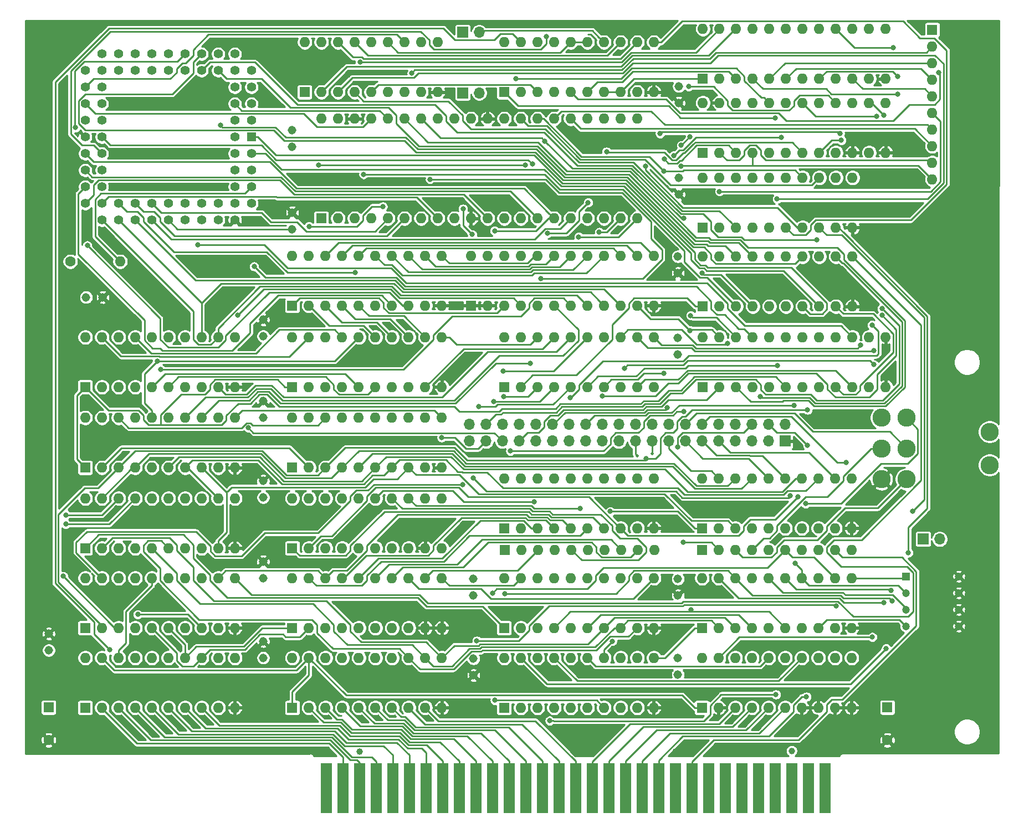
<source format=gbr>
%TF.GenerationSoftware,KiCad,Pcbnew,(5.1.6)-1*%
%TF.CreationDate,2022-09-06T14:02:22-04:00*%
%TF.ProjectId,TinyTurbo286Sch,54696e79-5475-4726-926f-323836536368,rev?*%
%TF.SameCoordinates,Original*%
%TF.FileFunction,Copper,L1,Top*%
%TF.FilePolarity,Positive*%
%FSLAX46Y46*%
G04 Gerber Fmt 4.6, Leading zero omitted, Abs format (unit mm)*
G04 Created by KiCad (PCBNEW (5.1.6)-1) date 2022-09-06 14:02:22*
%MOMM*%
%LPD*%
G01*
G04 APERTURE LIST*
%TA.AperFunction,ComponentPad*%
%ADD10O,1.600000X1.600000*%
%TD*%
%TA.AperFunction,ComponentPad*%
%ADD11R,1.600000X1.600000*%
%TD*%
%TA.AperFunction,ComponentPad*%
%ADD12R,1.700000X1.700000*%
%TD*%
%TA.AperFunction,ComponentPad*%
%ADD13O,1.700000X1.700000*%
%TD*%
%TA.AperFunction,ComponentPad*%
%ADD14C,1.316000*%
%TD*%
%TA.AperFunction,ComponentPad*%
%ADD15C,1.600000*%
%TD*%
%TA.AperFunction,ConnectorPad*%
%ADD16R,1.780000X7.620000*%
%TD*%
%TA.AperFunction,ComponentPad*%
%ADD17C,2.781000*%
%TD*%
%TA.AperFunction,ComponentPad*%
%ADD18R,1.200000X1.200000*%
%TD*%
%TA.AperFunction,ComponentPad*%
%ADD19C,1.200000*%
%TD*%
%TA.AperFunction,ComponentPad*%
%ADD20C,1.422400*%
%TD*%
%TA.AperFunction,ComponentPad*%
%ADD21R,1.422400X1.422400*%
%TD*%
%TA.AperFunction,ViaPad*%
%ADD22C,1.000000*%
%TD*%
%TA.AperFunction,ViaPad*%
%ADD23C,0.800000*%
%TD*%
%TA.AperFunction,ViaPad*%
%ADD24C,0.500000*%
%TD*%
%TA.AperFunction,Conductor*%
%ADD25C,0.250000*%
%TD*%
%TA.AperFunction,Conductor*%
%ADD26C,0.254000*%
%TD*%
G04 APERTURE END LIST*
D10*
%TO.P,UD4,20*%
%TO.N,VCC*%
X171831000Y-72390000D03*
%TO.P,UD4,10*%
%TO.N,GND*%
X194691000Y-80010000D03*
%TO.P,UD4,19*%
%TO.N,/8088A19*%
X174371000Y-72390000D03*
%TO.P,UD4,9*%
%TO.N,/286~MIOL*%
X192151000Y-80010000D03*
%TO.P,UD4,18*%
%TO.N,/286A19*%
X176911000Y-72390000D03*
%TO.P,UD4,8*%
%TO.N,/286M~IO*%
X189611000Y-80010000D03*
%TO.P,UD4,17*%
%TO.N,/286A18*%
X179451000Y-72390000D03*
%TO.P,UD4,7*%
%TO.N,/286~BHE*%
X187071000Y-80010000D03*
%TO.P,UD4,16*%
%TO.N,/8088A18*%
X181991000Y-72390000D03*
%TO.P,UD4,6*%
%TO.N,/286~BHEL*%
X184531000Y-80010000D03*
%TO.P,UD4,15*%
%TO.N,/8088A17*%
X184531000Y-72390000D03*
%TO.P,UD4,5*%
%TO.N,/286~S1L*%
X181991000Y-80010000D03*
%TO.P,UD4,14*%
%TO.N,/286A17*%
X187071000Y-72390000D03*
%TO.P,UD4,4*%
%TO.N,/286~S1*%
X179451000Y-80010000D03*
%TO.P,UD4,13*%
%TO.N,/286A16*%
X189611000Y-72390000D03*
%TO.P,UD4,3*%
%TO.N,/286~S0*%
X176911000Y-80010000D03*
%TO.P,UD4,12*%
%TO.N,/8088A16*%
X192151000Y-72390000D03*
%TO.P,UD4,2*%
%TO.N,/286~S0L*%
X174371000Y-80010000D03*
%TO.P,UD4,11*%
%TO.N,/286_ALATCH*%
X194691000Y-72390000D03*
D11*
%TO.P,UD4,1*%
%TO.N,/~286_ADDR*%
X171831000Y-80010000D03*
%TD*%
D12*
%TO.P,J1,1*%
%TO.N,GND*%
X184404000Y-100584000D03*
D13*
%TO.P,J1,40*%
%TO.N,VCC*%
X184404000Y-98044000D03*
%TO.P,J1,2*%
%TO.N,/8088A14L*%
X181864000Y-100584000D03*
%TO.P,J1,39*%
%TO.N,/8088A15L*%
X181864000Y-98044000D03*
%TO.P,J1,3*%
%TO.N,/8088A13L*%
X179324000Y-100584000D03*
%TO.P,J1,38*%
%TO.N,/8088A16*%
X179324000Y-98044000D03*
%TO.P,J1,4*%
%TO.N,/8088A12L*%
X176784000Y-100584000D03*
%TO.P,J1,37*%
%TO.N,/8088A17*%
X176784000Y-98044000D03*
%TO.P,J1,5*%
%TO.N,/8088A11L*%
X174244000Y-100584000D03*
%TO.P,J1,36*%
%TO.N,/8088A18*%
X174244000Y-98044000D03*
%TO.P,J1,6*%
%TO.N,/8088A10L*%
X171704000Y-100584000D03*
%TO.P,J1,35*%
%TO.N,/8088A19*%
X171704000Y-98044000D03*
%TO.P,J1,7*%
%TO.N,/8088A9L*%
X169164000Y-100584000D03*
%TO.P,J1,34*%
%TO.N,/8088_RESET*%
X169164000Y-98044000D03*
%TO.P,J1,8*%
%TO.N,/8088A8L*%
X166624000Y-100584000D03*
%TO.P,J1,33*%
%TO.N,GND*%
X166624000Y-98044000D03*
%TO.P,J1,9*%
%TO.N,/8088AD7*%
X164084000Y-100584000D03*
%TO.P,J1,32*%
%TO.N,Net-(J1-Pad32)*%
X164084000Y-98044000D03*
%TO.P,J1,10*%
%TO.N,/8088AD6*%
X161544000Y-100584000D03*
%TO.P,J1,31*%
%TO.N,Net-(J1-Pad31)*%
X161544000Y-98044000D03*
%TO.P,J1,11*%
%TO.N,/8088AD5*%
X159004000Y-100584000D03*
%TO.P,J1,30*%
%TO.N,Net-(J1-Pad30)*%
X159004000Y-98044000D03*
%TO.P,J1,12*%
%TO.N,/8088AD4*%
X156464000Y-100584000D03*
%TO.P,J1,29*%
%TO.N,/8088~LOCK*%
X156464000Y-98044000D03*
%TO.P,J1,13*%
%TO.N,/8088AD3*%
X153924000Y-100584000D03*
%TO.P,J1,28*%
%TO.N,/8088~S2*%
X153924000Y-98044000D03*
%TO.P,J1,14*%
%TO.N,/8088AD2*%
X151384000Y-100584000D03*
%TO.P,J1,27*%
%TO.N,/8088~S1*%
X151384000Y-98044000D03*
%TO.P,J1,15*%
%TO.N,/8088AD1*%
X148844000Y-100584000D03*
%TO.P,J1,26*%
%TO.N,/8088~S0*%
X148844000Y-98044000D03*
%TO.P,J1,16*%
%TO.N,/8088AD0*%
X146304000Y-100584000D03*
%TO.P,J1,25*%
%TO.N,Net-(J1-Pad25)*%
X146304000Y-98044000D03*
%TO.P,J1,17*%
%TO.N,/8088NMI*%
X143764000Y-100584000D03*
%TO.P,J1,24*%
%TO.N,Net-(J1-Pad24)*%
X143764000Y-98044000D03*
%TO.P,J1,18*%
%TO.N,/INTR*%
X141224000Y-100584000D03*
%TO.P,J1,23*%
%TO.N,Net-(J1-Pad23)*%
X141224000Y-98044000D03*
%TO.P,J1,19*%
%TO.N,/5MHZ*%
X138684000Y-100584000D03*
%TO.P,J1,22*%
%TO.N,/8088READY*%
X138684000Y-98044000D03*
%TO.P,J1,20*%
%TO.N,GND*%
X136144000Y-100584000D03*
%TO.P,J1,21*%
%TO.N,/PLANAR_RESET*%
X136144000Y-98044000D03*
%TD*%
D14*
%TO.P,C1,2*%
%TO.N,GND*%
X109093000Y-65659000D03*
%TO.P,C1,1*%
%TO.N,Net-(C1-Pad1)*%
X109093000Y-68199000D03*
%TD*%
D11*
%TO.P,C2,1*%
%TO.N,VCC*%
X71882000Y-141304000D03*
D15*
%TO.P,C2,2*%
%TO.N,GND*%
X71882000Y-146304000D03*
%TD*%
%TO.P,C3,2*%
%TO.N,GND*%
X200025000Y-146304000D03*
D11*
%TO.P,C3,1*%
%TO.N,VCC*%
X200025000Y-141304000D03*
%TD*%
D14*
%TO.P,C4,1*%
%TO.N,VCC*%
X77597000Y-78613000D03*
%TO.P,C4,2*%
%TO.N,GND*%
X80137000Y-78613000D03*
%TD*%
%TO.P,C5,2*%
%TO.N,GND*%
X71882000Y-130048000D03*
%TO.P,C5,1*%
%TO.N,VCC*%
X71882000Y-132588000D03*
%TD*%
%TO.P,C6,2*%
%TO.N,GND*%
X109093000Y-55626000D03*
%TO.P,C6,1*%
%TO.N,VCC*%
X109093000Y-53086000D03*
%TD*%
%TO.P,C7,1*%
%TO.N,VCC*%
X104648000Y-84582000D03*
%TO.P,C7,2*%
%TO.N,GND*%
X104648000Y-82042000D03*
%TD*%
%TO.P,C8,1*%
%TO.N,VCC*%
X104648000Y-97028000D03*
%TO.P,C8,2*%
%TO.N,GND*%
X104648000Y-94488000D03*
%TD*%
%TO.P,C9,2*%
%TO.N,GND*%
X104648000Y-106680000D03*
%TO.P,C9,1*%
%TO.N,VCC*%
X104648000Y-109220000D03*
%TD*%
%TO.P,C10,2*%
%TO.N,GND*%
X104648000Y-118999000D03*
%TO.P,C10,1*%
%TO.N,VCC*%
X104648000Y-121539000D03*
%TD*%
%TO.P,C11,1*%
%TO.N,VCC*%
X104648000Y-133731000D03*
%TO.P,C11,2*%
%TO.N,GND*%
X104648000Y-131191000D03*
%TD*%
%TO.P,C12,1*%
%TO.N,VCC*%
X136779000Y-121666000D03*
%TO.P,C12,2*%
%TO.N,GND*%
X136779000Y-124206000D03*
%TD*%
%TO.P,C13,2*%
%TO.N,GND*%
X136779000Y-136398000D03*
%TO.P,C13,1*%
%TO.N,VCC*%
X136779000Y-133858000D03*
%TD*%
%TO.P,C14,2*%
%TO.N,GND*%
X168148000Y-48895000D03*
%TO.P,C14,1*%
%TO.N,VCC*%
X168148000Y-46355000D03*
%TD*%
%TO.P,C15,1*%
%TO.N,VCC*%
X168148000Y-60325000D03*
%TO.P,C15,2*%
%TO.N,GND*%
X168148000Y-62865000D03*
%TD*%
%TO.P,C16,1*%
%TO.N,VCC*%
X168021000Y-72390000D03*
%TO.P,C16,2*%
%TO.N,GND*%
X168021000Y-74930000D03*
%TD*%
%TO.P,C17,2*%
%TO.N,GND*%
X168021000Y-87376000D03*
%TO.P,C17,1*%
%TO.N,VCC*%
X168021000Y-84836000D03*
%TD*%
%TO.P,C18,1*%
%TO.N,VCC*%
X168021000Y-121666000D03*
%TO.P,C18,2*%
%TO.N,GND*%
X168021000Y-124206000D03*
%TD*%
%TO.P,C19,1*%
%TO.N,VCC*%
X168021000Y-133731000D03*
%TO.P,C19,2*%
%TO.N,GND*%
X168021000Y-136271000D03*
%TD*%
D16*
%TO.P,J2,32*%
%TO.N,Net-(J2-Pad32)*%
X190500000Y-153670000D03*
%TO.P,J2,33*%
%TO.N,Net-(J2-Pad33)*%
X187960000Y-153670000D03*
%TO.P,J2,34*%
%TO.N,Net-(J2-Pad34)*%
X185420000Y-153670000D03*
%TO.P,J2,35*%
%TO.N,Net-(J2-Pad35)*%
X182880000Y-153670000D03*
%TO.P,J2,36*%
%TO.N,Net-(J2-Pad36)*%
X180340000Y-153670000D03*
%TO.P,J2,37*%
%TO.N,Net-(J2-Pad37)*%
X177800000Y-153670000D03*
%TO.P,J2,38*%
%TO.N,Net-(J2-Pad38)*%
X175260000Y-153670000D03*
%TO.P,J2,39*%
%TO.N,Net-(J2-Pad39)*%
X172720000Y-153670000D03*
%TO.P,J2,40*%
%TO.N,/ISA_DB0*%
X170180000Y-153670000D03*
%TO.P,J2,41*%
%TO.N,Net-(J2-Pad41)*%
X167640000Y-153670000D03*
%TO.P,J2,42*%
%TO.N,/ISA_AEN*%
X165100000Y-153670000D03*
%TO.P,J2,43*%
%TO.N,/ISA_A19*%
X162560000Y-153670000D03*
%TO.P,J2,44*%
%TO.N,/ISA_A18*%
X160020000Y-153670000D03*
%TO.P,J2,45*%
%TO.N,/ISA_A17*%
X157480000Y-153670000D03*
%TO.P,J2,46*%
%TO.N,/ISA_A16*%
X154940000Y-153670000D03*
%TO.P,J2,47*%
%TO.N,/ISA_A15*%
X152400000Y-153670000D03*
%TO.P,J2,48*%
%TO.N,/ISA_A14*%
X149860000Y-153670000D03*
%TO.P,J2,49*%
%TO.N,/ISA_A13*%
X147320000Y-153670000D03*
%TO.P,J2,50*%
%TO.N,/ISA_A12*%
X144780000Y-153670000D03*
%TO.P,J2,51*%
%TO.N,/ISA_A11*%
X142240000Y-153670000D03*
%TO.P,J2,52*%
%TO.N,/ISA_A10*%
X139700000Y-153670000D03*
%TO.P,J2,53*%
%TO.N,/ISA_A9*%
X137160000Y-153670000D03*
%TO.P,J2,54*%
%TO.N,/ISA_A8*%
X134620000Y-153670000D03*
%TO.P,J2,55*%
%TO.N,/ISA_A7*%
X132080000Y-153670000D03*
%TO.P,J2,56*%
%TO.N,/ISA_A6*%
X129540000Y-153670000D03*
%TO.P,J2,57*%
%TO.N,/ISA_A5*%
X127000000Y-153670000D03*
%TO.P,J2,58*%
%TO.N,/ISA_A4*%
X124460000Y-153670000D03*
%TO.P,J2,59*%
%TO.N,/ISA_A3*%
X121920000Y-153670000D03*
%TO.P,J2,60*%
%TO.N,/ISA_A2*%
X119380000Y-153670000D03*
%TO.P,J2,61*%
%TO.N,/ISA_A1*%
X116840000Y-153670000D03*
%TO.P,J2,62*%
%TO.N,Net-(J2-Pad62)*%
X114300000Y-153670000D03*
%TD*%
D15*
%TO.P,R1,1*%
%TO.N,VCC*%
X75184000Y-73152000D03*
D10*
%TO.P,R1,2*%
%TO.N,/286~READY*%
X82804000Y-73152000D03*
%TD*%
D11*
%TO.P,RP1,1*%
%TO.N,VCC*%
X206883000Y-37719000D03*
D10*
%TO.P,RP1,2*%
%TO.N,/~PEACK*%
X206883000Y-40259000D03*
%TO.P,RP1,3*%
%TO.N,/286~S1L*%
X206883000Y-42799000D03*
%TO.P,RP1,4*%
%TO.N,/286~BHEL*%
X206883000Y-45339000D03*
%TO.P,RP1,5*%
%TO.N,/286~MIOL*%
X206883000Y-47879000D03*
%TO.P,RP1,6*%
%TO.N,/~286_ADDR*%
X206883000Y-50419000D03*
%TO.P,RP1,7*%
%TO.N,/~ERROR*%
X206883000Y-52959000D03*
%TO.P,RP1,8*%
%TO.N,/~BUSY*%
X206883000Y-55499000D03*
%TO.P,RP1,9*%
%TO.N,/286~S0L*%
X206883000Y-58039000D03*
%TO.P,RP1,10*%
%TO.N,/ADB_~G2*%
X206883000Y-60579000D03*
%TD*%
D11*
%TO.P,RP2,1*%
%TO.N,VCC*%
X141605000Y-117221000D03*
D10*
%TO.P,RP2,2*%
%TO.N,/INTR*%
X144145000Y-117221000D03*
%TO.P,RP2,3*%
%TO.N,/TAG7*%
X146685000Y-117221000D03*
%TO.P,RP2,4*%
%TO.N,/TAG0*%
X149225000Y-117221000D03*
%TO.P,RP2,5*%
%TO.N,/TAG1*%
X151765000Y-117221000D03*
%TO.P,RP2,6*%
%TO.N,/TAG2*%
X154305000Y-117221000D03*
%TO.P,RP2,7*%
%TO.N,/TAG3*%
X156845000Y-117221000D03*
%TO.P,RP2,8*%
%TO.N,/TAG4*%
X159385000Y-117221000D03*
%TO.P,RP2,9*%
%TO.N,/TAG5*%
X161925000Y-117221000D03*
%TO.P,RP2,10*%
%TO.N,/TAG6*%
X164465000Y-117221000D03*
%TD*%
%TO.P,RP3,10*%
%TO.N,/DIPSW1*%
X194564000Y-117221000D03*
%TO.P,RP3,9*%
%TO.N,/ISA_DB0*%
X192024000Y-117221000D03*
%TO.P,RP3,8*%
%TO.N,/DIPSW4*%
X189484000Y-117221000D03*
%TO.P,RP3,7*%
%TO.N,/DIPSW2*%
X186944000Y-117221000D03*
%TO.P,RP3,6*%
%TO.N,/~CACHECMP*%
X184404000Y-117221000D03*
%TO.P,RP3,5*%
%TO.N,/DIPSW3*%
X181864000Y-117221000D03*
%TO.P,RP3,4*%
%TO.N,/~TURBO*%
X179324000Y-117221000D03*
%TO.P,RP3,3*%
%TO.N,/RSTPU*%
X176784000Y-117221000D03*
%TO.P,RP3,2*%
%TO.N,/286D7*%
X174244000Y-117221000D03*
D11*
%TO.P,RP3,1*%
%TO.N,VCC*%
X171704000Y-117221000D03*
%TD*%
D17*
%TO.P,SW1,1*%
%TO.N,GND*%
X199136000Y-106426000D03*
%TO.P,SW1,2*%
%TO.N,/~TURBO*%
X199136000Y-101726000D03*
%TO.P,SW1,3*%
X199136000Y-97026000D03*
%TO.P,SW1,4*%
%TO.N,/RSTPU*%
X202946000Y-106426000D03*
%TO.P,SW1,5*%
%TO.N,/8088_RESET*%
X202946000Y-101726000D03*
%TO.P,SW1,6*%
%TO.N,/PLANAR_RESET*%
X202946000Y-97026000D03*
%TO.P,SW1,MH1*%
%TO.N,N/C*%
X215646000Y-104266000D03*
%TO.P,SW1,MH2*%
X215646000Y-99186000D03*
%TD*%
D18*
%TO.P,SW2,1*%
%TO.N,/DIPSW1*%
X202847000Y-121285000D03*
D19*
%TO.P,SW2,2*%
%TO.N,/DIPSW2*%
X202847000Y-123825000D03*
%TO.P,SW2,3*%
%TO.N,/DIPSW3*%
X202847000Y-126365000D03*
%TO.P,SW2,4*%
%TO.N,/DIPSW4*%
X202847000Y-128905000D03*
%TO.P,SW2,5*%
%TO.N,GND*%
X210947000Y-128905000D03*
%TO.P,SW2,6*%
X210947000Y-126365000D03*
%TO.P,SW2,7*%
X210947000Y-123825000D03*
%TO.P,SW2,8*%
X210947000Y-121285000D03*
%TD*%
D20*
%TO.P,UA2,2*%
%TO.N,Net-(UA2-Pad2)*%
X100330000Y-54102000D03*
%TO.P,UA2,4*%
%TO.N,/286~S1*%
X100330000Y-51562000D03*
%TO.P,UA2,6*%
%TO.N,/~PEACK*%
X100330000Y-49022000D03*
%TO.P,UA2,8*%
%TO.N,Net-(UA2-Pad8)*%
X100330000Y-46482000D03*
%TO.P,UA2,68*%
%TO.N,/286~LOCK*%
X100330000Y-56642000D03*
%TO.P,UA2,66*%
%TO.N,/COD_~INTA*%
X100330000Y-59182000D03*
%TO.P,UA2,64*%
%TO.N,GND*%
X100330000Y-61722000D03*
%TO.P,UA2,62*%
%TO.N,VCC*%
X100330000Y-64262000D03*
D21*
%TO.P,UA2,1*%
%TO.N,/286~BHE*%
X102870000Y-54102000D03*
D20*
%TO.P,UA2,3*%
%TO.N,Net-(UA2-Pad3)*%
X102870000Y-51562000D03*
%TO.P,UA2,5*%
%TO.N,/286~S0*%
X102870000Y-49022000D03*
%TO.P,UA2,7*%
%TO.N,Net-(UA2-Pad7)*%
X102870000Y-46482000D03*
%TO.P,UA2,9*%
%TO.N,GND*%
X102870000Y-43942000D03*
%TO.P,UA2,67*%
%TO.N,/286M~IO*%
X102870000Y-56642000D03*
%TO.P,UA2,65*%
%TO.N,Net-(UA2-Pad65)*%
X102870000Y-59182000D03*
%TO.P,UA2,63*%
%TO.N,/286~READY*%
X102870000Y-61722000D03*
%TO.P,UA2,11*%
%TO.N,Net-(UA2-Pad11)*%
X100330000Y-43942000D03*
%TO.P,UA2,13*%
%TO.N,/286A18*%
X97790000Y-43942000D03*
%TO.P,UA2,15*%
%TO.N,/286A16*%
X95250000Y-43942000D03*
%TO.P,UA2,17*%
%TO.N,/286A14*%
X92710000Y-43942000D03*
%TO.P,UA2,19*%
%TO.N,/286A12*%
X90170000Y-43942000D03*
%TO.P,UA2,21*%
%TO.N,/286A10*%
X87630000Y-43942000D03*
%TO.P,UA2,23*%
%TO.N,/286A8*%
X85090000Y-43942000D03*
%TO.P,UA2,25*%
%TO.N,/286A6*%
X82550000Y-43942000D03*
%TO.P,UA2,10*%
%TO.N,Net-(UA2-Pad10)*%
X100330000Y-41402000D03*
%TO.P,UA2,12*%
%TO.N,/286A19*%
X97790000Y-41402000D03*
%TO.P,UA2,14*%
%TO.N,/286A17*%
X95250000Y-41402000D03*
%TO.P,UA2,16*%
%TO.N,/286A15*%
X92710000Y-41402000D03*
%TO.P,UA2,18*%
%TO.N,/286A13*%
X90170000Y-41402000D03*
%TO.P,UA2,20*%
%TO.N,/286A11*%
X87630000Y-41402000D03*
%TO.P,UA2,22*%
%TO.N,/286A9*%
X85090000Y-41402000D03*
%TO.P,UA2,24*%
%TO.N,/286A7*%
X82550000Y-41402000D03*
%TO.P,UA2,26*%
%TO.N,/286A5*%
X80010000Y-41402000D03*
%TO.P,UA2,28*%
%TO.N,/286A3*%
X80010000Y-43942000D03*
%TO.P,UA2,30*%
%TO.N,VCC*%
X80010000Y-46482000D03*
%TO.P,UA2,32*%
%TO.N,/286A2*%
X80010000Y-49022000D03*
%TO.P,UA2,34*%
%TO.N,/286A0*%
X80010000Y-51562000D03*
%TO.P,UA2,36*%
%TO.N,/286D0*%
X80010000Y-54102000D03*
%TO.P,UA2,38*%
%TO.N,/286D1*%
X80010000Y-56642000D03*
%TO.P,UA2,40*%
%TO.N,/286D2*%
X80010000Y-59182000D03*
%TO.P,UA2,42*%
%TO.N,/286D3*%
X80010000Y-61722000D03*
%TO.P,UA2,44*%
%TO.N,/286D4*%
X80010000Y-66802000D03*
%TO.P,UA2,27*%
%TO.N,/286A4*%
X77470000Y-43942000D03*
%TO.P,UA2,29*%
%TO.N,/286RESET*%
X77470000Y-46482000D03*
%TO.P,UA2,31*%
%TO.N,/286CLK*%
X77470000Y-49022000D03*
%TO.P,UA2,33*%
%TO.N,/286A1*%
X77470000Y-51562000D03*
%TO.P,UA2,35*%
%TO.N,GND*%
X77470000Y-54102000D03*
%TO.P,UA2,37*%
%TO.N,/286D8*%
X77470000Y-56642000D03*
%TO.P,UA2,39*%
%TO.N,/286D9*%
X77470000Y-59182000D03*
%TO.P,UA2,41*%
%TO.N,/286D10*%
X77470000Y-61722000D03*
%TO.P,UA2,43*%
%TO.N,/286D11*%
X77470000Y-64262000D03*
%TO.P,UA2,45*%
%TO.N,/286D12*%
X80010000Y-64262000D03*
%TO.P,UA2,47*%
%TO.N,/286D13*%
X82550000Y-64262000D03*
%TO.P,UA2,49*%
%TO.N,/286D14*%
X85090000Y-64262000D03*
%TO.P,UA2,51*%
%TO.N,/286D15*%
X87630000Y-64262000D03*
%TO.P,UA2,53*%
%TO.N,VCC*%
X90170000Y-64262000D03*
%TO.P,UA2,55*%
%TO.N,Net-(UA2-Pad55)*%
X92710000Y-64262000D03*
%TO.P,UA2,57*%
%TO.N,/INTR*%
X95250000Y-64262000D03*
%TO.P,UA2,59*%
%TO.N,/286NMI*%
X97790000Y-64262000D03*
%TO.P,UA2,61*%
%TO.N,/PEREQ*%
X102870000Y-64262000D03*
%TO.P,UA2,46*%
%TO.N,/286D5*%
X82550000Y-66802000D03*
%TO.P,UA2,48*%
%TO.N,/286D6*%
X85090000Y-66802000D03*
%TO.P,UA2,50*%
%TO.N,/286D7*%
X87630000Y-66802000D03*
%TO.P,UA2,52*%
%TO.N,Net-(C1-Pad1)*%
X90170000Y-66802000D03*
%TO.P,UA2,54*%
%TO.N,/286~BUSY*%
X92710000Y-66802000D03*
%TO.P,UA2,56*%
%TO.N,Net-(UA2-Pad56)*%
X95250000Y-66802000D03*
%TO.P,UA2,58*%
%TO.N,Net-(UA2-Pad58)*%
X97790000Y-66802000D03*
%TO.P,UA2,60*%
%TO.N,GND*%
X100330000Y-66802000D03*
%TD*%
D11*
%TO.P,UA5,1*%
%TO.N,/CACHE_A4*%
X77470000Y-92329000D03*
D10*
%TO.P,UA5,11*%
%TO.N,/CACHE_~WR*%
X100330000Y-84709000D03*
%TO.P,UA5,2*%
%TO.N,/CACHE_A5*%
X80010000Y-92329000D03*
%TO.P,UA5,12*%
%TO.N,/286D4*%
X97790000Y-84709000D03*
%TO.P,UA5,3*%
%TO.N,/CACHE_A6*%
X82550000Y-92329000D03*
%TO.P,UA5,13*%
%TO.N,/286D5*%
X95250000Y-84709000D03*
%TO.P,UA5,4*%
%TO.N,/CACHE_A7*%
X85090000Y-92329000D03*
%TO.P,UA5,14*%
%TO.N,/286D6*%
X92710000Y-84709000D03*
%TO.P,UA5,5*%
%TO.N,/CACHE_A8*%
X87630000Y-92329000D03*
%TO.P,UA5,15*%
%TO.N,/286D7*%
X90170000Y-84709000D03*
%TO.P,UA5,6*%
%TO.N,/CACHE_A9*%
X90170000Y-92329000D03*
%TO.P,UA5,16*%
%TO.N,/CACHE_A0*%
X87630000Y-84709000D03*
%TO.P,UA5,7*%
%TO.N,/CACHE_A10*%
X92710000Y-92329000D03*
%TO.P,UA5,17*%
%TO.N,/CACHE_A1*%
X85090000Y-84709000D03*
%TO.P,UA5,8*%
%TO.N,/CACHE_A11*%
X95250000Y-92329000D03*
%TO.P,UA5,18*%
%TO.N,/CACHE_A2*%
X82550000Y-84709000D03*
%TO.P,UA5,9*%
%TO.N,/CACHE_~ELO*%
X97790000Y-92329000D03*
%TO.P,UA5,19*%
%TO.N,/CACHE_A3*%
X80010000Y-84709000D03*
%TO.P,UA5,10*%
%TO.N,GND*%
X100330000Y-92329000D03*
%TO.P,UA5,20*%
%TO.N,VCC*%
X77470000Y-84709000D03*
%TD*%
%TO.P,UA6,20*%
%TO.N,VCC*%
X77470000Y-97028000D03*
%TO.P,UA6,10*%
%TO.N,GND*%
X100330000Y-104648000D03*
%TO.P,UA6,19*%
%TO.N,/CACHE_A3*%
X80010000Y-97028000D03*
%TO.P,UA6,9*%
%TO.N,/CACHE_~ELO*%
X97790000Y-104648000D03*
%TO.P,UA6,18*%
%TO.N,/CACHE_A2*%
X82550000Y-97028000D03*
%TO.P,UA6,8*%
%TO.N,/CACHE_A11*%
X95250000Y-104648000D03*
%TO.P,UA6,17*%
%TO.N,/CACHE_A1*%
X85090000Y-97028000D03*
%TO.P,UA6,7*%
%TO.N,/CACHE_A10*%
X92710000Y-104648000D03*
%TO.P,UA6,16*%
%TO.N,/CACHE_A0*%
X87630000Y-97028000D03*
%TO.P,UA6,6*%
%TO.N,/CACHE_A9*%
X90170000Y-104648000D03*
%TO.P,UA6,15*%
%TO.N,/286D3*%
X90170000Y-97028000D03*
%TO.P,UA6,5*%
%TO.N,/CACHE_A8*%
X87630000Y-104648000D03*
%TO.P,UA6,14*%
%TO.N,/286D2*%
X92710000Y-97028000D03*
%TO.P,UA6,4*%
%TO.N,/CACHE_A7*%
X85090000Y-104648000D03*
%TO.P,UA6,13*%
%TO.N,/286D1*%
X95250000Y-97028000D03*
%TO.P,UA6,3*%
%TO.N,/CACHE_A6*%
X82550000Y-104648000D03*
%TO.P,UA6,12*%
%TO.N,/286D0*%
X97790000Y-97028000D03*
%TO.P,UA6,2*%
%TO.N,/CACHE_A5*%
X80010000Y-104648000D03*
%TO.P,UA6,11*%
%TO.N,/CACHE_~WR*%
X100330000Y-97028000D03*
D11*
%TO.P,UA6,1*%
%TO.N,/CACHE_A4*%
X77470000Y-104648000D03*
%TD*%
%TO.P,UA7,1*%
%TO.N,/~286_ADDR*%
X77470000Y-116967000D03*
D10*
%TO.P,UA7,11*%
%TO.N,/286_ALATCH*%
X100330000Y-109347000D03*
%TO.P,UA7,2*%
%TO.N,/8088A15*%
X80010000Y-116967000D03*
%TO.P,UA7,12*%
%TO.N,/CACHE_A10*%
X97790000Y-109347000D03*
%TO.P,UA7,3*%
%TO.N,/286A15*%
X82550000Y-116967000D03*
%TO.P,UA7,13*%
%TO.N,/286A11*%
X95250000Y-109347000D03*
%TO.P,UA7,4*%
%TO.N,/286A14*%
X85090000Y-116967000D03*
%TO.P,UA7,14*%
%TO.N,/286A10*%
X92710000Y-109347000D03*
%TO.P,UA7,5*%
%TO.N,/8088A14*%
X87630000Y-116967000D03*
%TO.P,UA7,15*%
%TO.N,/CACHE_A9*%
X90170000Y-109347000D03*
%TO.P,UA7,6*%
%TO.N,/8088A13*%
X90170000Y-116967000D03*
%TO.P,UA7,16*%
%TO.N,/CACHE_A8*%
X87630000Y-109347000D03*
%TO.P,UA7,7*%
%TO.N,/286A13*%
X92710000Y-116967000D03*
%TO.P,UA7,17*%
%TO.N,/286A9*%
X85090000Y-109347000D03*
%TO.P,UA7,8*%
%TO.N,/286A12*%
X95250000Y-116967000D03*
%TO.P,UA7,18*%
%TO.N,/286A8*%
X82550000Y-109347000D03*
%TO.P,UA7,9*%
%TO.N,/CACHE_A11*%
X97790000Y-116967000D03*
%TO.P,UA7,19*%
%TO.N,/CACHE_A7*%
X80010000Y-109347000D03*
%TO.P,UA7,10*%
%TO.N,GND*%
X100330000Y-116967000D03*
%TO.P,UA7,20*%
%TO.N,VCC*%
X77470000Y-109347000D03*
%TD*%
%TO.P,UA8,20*%
%TO.N,VCC*%
X77470000Y-121539000D03*
%TO.P,UA8,10*%
%TO.N,GND*%
X100330000Y-129159000D03*
%TO.P,UA8,19*%
%TO.N,/4_C5*%
X80010000Y-121539000D03*
%TO.P,UA8,9*%
%TO.N,/CACHE_A3*%
X97790000Y-129159000D03*
%TO.P,UA8,18*%
%TO.N,/286A0*%
X82550000Y-121539000D03*
%TO.P,UA8,8*%
%TO.N,/286A4*%
X95250000Y-129159000D03*
%TO.P,UA8,17*%
%TO.N,/286A1*%
X85090000Y-121539000D03*
%TO.P,UA8,7*%
%TO.N,/286A5*%
X92710000Y-129159000D03*
%TO.P,UA8,16*%
%TO.N,/CACHE_A0*%
X87630000Y-121539000D03*
%TO.P,UA8,6*%
%TO.N,/CACHE_A4*%
X90170000Y-129159000D03*
%TO.P,UA8,15*%
%TO.N,/CACHE_A1*%
X90170000Y-121539000D03*
%TO.P,UA8,5*%
%TO.N,/CACHE_A5*%
X87630000Y-129159000D03*
%TO.P,UA8,14*%
%TO.N,/286A2*%
X92710000Y-121539000D03*
%TO.P,UA8,4*%
%TO.N,/286A6*%
X85090000Y-129159000D03*
%TO.P,UA8,13*%
%TO.N,/286A3*%
X95250000Y-121539000D03*
%TO.P,UA8,3*%
%TO.N,/286A7*%
X82550000Y-129159000D03*
%TO.P,UA8,12*%
%TO.N,/CACHE_A2*%
X97790000Y-121539000D03*
%TO.P,UA8,2*%
%TO.N,/CACHE_A6*%
X80010000Y-129159000D03*
%TO.P,UA8,11*%
%TO.N,/286_ALATCH*%
X100330000Y-121539000D03*
D11*
%TO.P,UA8,1*%
%TO.N,/~286_ADDR*%
X77470000Y-129159000D03*
%TD*%
D10*
%TO.P,UA9,20*%
%TO.N,VCC*%
X77470000Y-133731000D03*
%TO.P,UA9,10*%
%TO.N,GND*%
X100330000Y-141351000D03*
%TO.P,UA9,19*%
%TO.N,/~ISA_ADDR*%
X80010000Y-133731000D03*
%TO.P,UA9,9*%
%TO.N,Net-(UA9-Pad9)*%
X97790000Y-141351000D03*
%TO.P,UA9,18*%
%TO.N,/CACHE_A0*%
X82550000Y-133731000D03*
%TO.P,UA9,8*%
%TO.N,/ISA_A7*%
X95250000Y-141351000D03*
%TO.P,UA9,17*%
%TO.N,/CACHE_A1*%
X85090000Y-133731000D03*
%TO.P,UA9,7*%
%TO.N,/ISA_A6*%
X92710000Y-141351000D03*
%TO.P,UA9,16*%
%TO.N,/CACHE_A2*%
X87630000Y-133731000D03*
%TO.P,UA9,6*%
%TO.N,/ISA_A5*%
X90170000Y-141351000D03*
%TO.P,UA9,15*%
%TO.N,/CACHE_A3*%
X90170000Y-133731000D03*
%TO.P,UA9,5*%
%TO.N,/ISA_A4*%
X87630000Y-141351000D03*
%TO.P,UA9,14*%
%TO.N,/CACHE_A4*%
X92710000Y-133731000D03*
%TO.P,UA9,4*%
%TO.N,/ISA_A3*%
X85090000Y-141351000D03*
%TO.P,UA9,13*%
%TO.N,/CACHE_A5*%
X95250000Y-133731000D03*
%TO.P,UA9,3*%
%TO.N,/ISA_A2*%
X82550000Y-141351000D03*
%TO.P,UA9,12*%
%TO.N,/CACHE_A6*%
X97790000Y-133731000D03*
%TO.P,UA9,2*%
%TO.N,/ISA_A1*%
X80010000Y-141351000D03*
%TO.P,UA9,11*%
%TO.N,Net-(UA9-Pad11)*%
X100330000Y-133731000D03*
D11*
%TO.P,UA9,1*%
%TO.N,/~ISA_ADDR*%
X77470000Y-141351000D03*
%TD*%
%TO.P,UB1,1*%
%TO.N,VCC*%
X110998000Y-47244000D03*
D10*
%TO.P,UB1,10*%
%TO.N,/286CLK*%
X131318000Y-39624000D03*
%TO.P,UB1,2*%
%TO.N,/~SRDY*%
X113538000Y-47244000D03*
%TO.P,UB1,11*%
%TO.N,/~RES*%
X128778000Y-39624000D03*
%TO.P,UB1,3*%
%TO.N,/~SRDYEN*%
X116078000Y-47244000D03*
%TO.P,UB1,12*%
%TO.N,/286RESET*%
X126238000Y-39624000D03*
%TO.P,UB1,4*%
%TO.N,/286~READY*%
X118618000Y-47244000D03*
%TO.P,UB1,13*%
%TO.N,/PCLK*%
X123698000Y-39624000D03*
%TO.P,UB1,5*%
%TO.N,/EFI*%
X121158000Y-47244000D03*
%TO.P,UB1,14*%
%TO.N,Net-(UB1-Pad14)*%
X121158000Y-39624000D03*
%TO.P,UB1,6*%
%TO.N,VCC*%
X123698000Y-47244000D03*
%TO.P,UB1,15*%
%TO.N,/286~S0*%
X118618000Y-39624000D03*
%TO.P,UB1,7*%
%TO.N,Net-(UB1-Pad7)*%
X126238000Y-47244000D03*
%TO.P,UB1,16*%
%TO.N,/286~S1*%
X116078000Y-39624000D03*
%TO.P,UB1,8*%
%TO.N,Net-(UB1-Pad8)*%
X128778000Y-47244000D03*
%TO.P,UB1,17*%
%TO.N,VCC*%
X113538000Y-39624000D03*
%TO.P,UB1,9*%
%TO.N,GND*%
X131318000Y-47244000D03*
%TO.P,UB1,18*%
%TO.N,VCC*%
X110998000Y-39624000D03*
%TD*%
D11*
%TO.P,UB2,1*%
%TO.N,/286~S1*%
X113538000Y-66548000D03*
D10*
%TO.P,UB2,21*%
%TO.N,/286D2*%
X161798000Y-51308000D03*
%TO.P,UB2,2*%
%TO.N,/286~S0*%
X116078000Y-66548000D03*
%TO.P,UB2,22*%
%TO.N,/286D1*%
X159258000Y-51308000D03*
%TO.P,UB2,3*%
%TO.N,/COD_~INTA*%
X118618000Y-66548000D03*
%TO.P,UB2,23*%
%TO.N,/286D0*%
X156718000Y-51308000D03*
%TO.P,UB2,4*%
%TO.N,Net-(UB2-Pad4)*%
X121158000Y-66548000D03*
%TO.P,UB2,24*%
%TO.N,/PEREQ*%
X154178000Y-51308000D03*
%TO.P,UB2,5*%
%TO.N,/286D15*%
X123698000Y-66548000D03*
%TO.P,UB2,25*%
%TO.N,/~BUSY*%
X151638000Y-51308000D03*
%TO.P,UB2,6*%
%TO.N,/286D14*%
X126238000Y-66548000D03*
%TO.P,UB2,26*%
%TO.N,/~ERROR*%
X149098000Y-51308000D03*
%TO.P,UB2,7*%
%TO.N,/286D13*%
X128778000Y-66548000D03*
%TO.P,UB2,27*%
%TO.N,/~NPRD*%
X146558000Y-51308000D03*
%TO.P,UB2,8*%
%TO.N,/286D12*%
X131318000Y-66548000D03*
%TO.P,UB2,28*%
%TO.N,/~NPWR*%
X144018000Y-51308000D03*
%TO.P,UB2,9*%
%TO.N,Net-(UB2-Pad9)*%
X133858000Y-66548000D03*
%TO.P,UB2,29*%
%TO.N,/CACHE_A0*%
X141478000Y-51308000D03*
%TO.P,UB2,10*%
%TO.N,GND*%
X136398000Y-66548000D03*
%TO.P,UB2,30*%
X138938000Y-51308000D03*
%TO.P,UB2,11*%
%TO.N,/286D11*%
X138938000Y-66548000D03*
%TO.P,UB2,31*%
%TO.N,/CACHE_A1*%
X136398000Y-51308000D03*
%TO.P,UB2,12*%
%TO.N,/286D10*%
X141478000Y-66548000D03*
%TO.P,UB2,32*%
%TO.N,/287CLOCK*%
X133858000Y-51308000D03*
%TO.P,UB2,13*%
%TO.N,Net-(UB2-Pad13)*%
X144018000Y-66548000D03*
%TO.P,UB2,33*%
%TO.N,/CACHE_A3*%
X131318000Y-51308000D03*
%TO.P,UB2,14*%
%TO.N,/286D9*%
X146558000Y-66548000D03*
%TO.P,UB2,34*%
%TO.N,/~NPS1*%
X128778000Y-51308000D03*
%TO.P,UB2,15*%
%TO.N,/286D8*%
X149098000Y-66548000D03*
%TO.P,UB2,35*%
%TO.N,/286RESET*%
X126238000Y-51308000D03*
%TO.P,UB2,16*%
%TO.N,/286D7*%
X151638000Y-66548000D03*
%TO.P,UB2,36*%
%TO.N,/~PEACK*%
X123698000Y-51308000D03*
%TO.P,UB2,17*%
%TO.N,/286D6*%
X154178000Y-66548000D03*
%TO.P,UB2,37*%
%TO.N,/286CLK*%
X121158000Y-51308000D03*
%TO.P,UB2,18*%
%TO.N,/286D5*%
X156718000Y-66548000D03*
%TO.P,UB2,38*%
%TO.N,GND*%
X118618000Y-51308000D03*
%TO.P,UB2,19*%
%TO.N,/286D4*%
X159258000Y-66548000D03*
%TO.P,UB2,39*%
%TO.N,VCC*%
X116078000Y-51308000D03*
%TO.P,UB2,20*%
%TO.N,/286D3*%
X161798000Y-66548000D03*
%TO.P,UB2,40*%
%TO.N,/286~READY*%
X113538000Y-51308000D03*
%TD*%
D11*
%TO.P,UB4,1*%
%TO.N,/DB_DIR*%
X109093000Y-79883000D03*
D10*
%TO.P,UB4,11*%
%TO.N,/8088AD0*%
X131953000Y-72263000D03*
%TO.P,UB4,2*%
%TO.N,/286D15*%
X111633000Y-79883000D03*
%TO.P,UB4,12*%
%TO.N,/8088AD1*%
X129413000Y-72263000D03*
%TO.P,UB4,3*%
%TO.N,/286D14*%
X114173000Y-79883000D03*
%TO.P,UB4,13*%
%TO.N,/8088AD2*%
X126873000Y-72263000D03*
%TO.P,UB4,4*%
%TO.N,/286D13*%
X116713000Y-79883000D03*
%TO.P,UB4,14*%
%TO.N,/8088AD3*%
X124333000Y-72263000D03*
%TO.P,UB4,5*%
%TO.N,/286D12*%
X119253000Y-79883000D03*
%TO.P,UB4,15*%
%TO.N,/8088AD4*%
X121793000Y-72263000D03*
%TO.P,UB4,6*%
%TO.N,/286D11*%
X121793000Y-79883000D03*
%TO.P,UB4,16*%
%TO.N,/8088AD5*%
X119253000Y-72263000D03*
%TO.P,UB4,7*%
%TO.N,/286D10*%
X124333000Y-79883000D03*
%TO.P,UB4,17*%
%TO.N,/8088AD6*%
X116713000Y-72263000D03*
%TO.P,UB4,8*%
%TO.N,/286D9*%
X126873000Y-79883000D03*
%TO.P,UB4,18*%
%TO.N,/8088AD7*%
X114173000Y-72263000D03*
%TO.P,UB4,9*%
%TO.N,/286D8*%
X129413000Y-79883000D03*
%TO.P,UB4,19*%
%TO.N,/DB_~XHI*%
X111633000Y-72263000D03*
%TO.P,UB4,10*%
%TO.N,GND*%
X131953000Y-79883000D03*
%TO.P,UB4,20*%
%TO.N,VCC*%
X109093000Y-72263000D03*
%TD*%
D11*
%TO.P,UB5,1*%
%TO.N,/CACHE_A4*%
X109093000Y-92329000D03*
D10*
%TO.P,UB5,11*%
%TO.N,/CACHE_~WR*%
X131953000Y-84709000D03*
%TO.P,UB5,2*%
%TO.N,/CACHE_A5*%
X111633000Y-92329000D03*
%TO.P,UB5,12*%
%TO.N,/286D12*%
X129413000Y-84709000D03*
%TO.P,UB5,3*%
%TO.N,/CACHE_A6*%
X114173000Y-92329000D03*
%TO.P,UB5,13*%
%TO.N,/286D13*%
X126873000Y-84709000D03*
%TO.P,UB5,4*%
%TO.N,/CACHE_A7*%
X116713000Y-92329000D03*
%TO.P,UB5,14*%
%TO.N,/286D14*%
X124333000Y-84709000D03*
%TO.P,UB5,5*%
%TO.N,/CACHE_A8*%
X119253000Y-92329000D03*
%TO.P,UB5,15*%
%TO.N,/286D15*%
X121793000Y-84709000D03*
%TO.P,UB5,6*%
%TO.N,/CACHE_A9*%
X121793000Y-92329000D03*
%TO.P,UB5,16*%
%TO.N,/CACHE_A0*%
X119253000Y-84709000D03*
%TO.P,UB5,7*%
%TO.N,/CACHE_A10*%
X124333000Y-92329000D03*
%TO.P,UB5,17*%
%TO.N,/CACHE_A1*%
X116713000Y-84709000D03*
%TO.P,UB5,8*%
%TO.N,/CACHE_A11*%
X126873000Y-92329000D03*
%TO.P,UB5,18*%
%TO.N,/CACHE_A2*%
X114173000Y-84709000D03*
%TO.P,UB5,9*%
%TO.N,/CACHE_~EHI*%
X129413000Y-92329000D03*
%TO.P,UB5,19*%
%TO.N,/CACHE_A3*%
X111633000Y-84709000D03*
%TO.P,UB5,10*%
%TO.N,GND*%
X131953000Y-92329000D03*
%TO.P,UB5,20*%
%TO.N,VCC*%
X109093000Y-84709000D03*
%TD*%
%TO.P,UB6,20*%
%TO.N,VCC*%
X109093000Y-97028000D03*
%TO.P,UB6,10*%
%TO.N,GND*%
X131953000Y-104648000D03*
%TO.P,UB6,19*%
%TO.N,/CACHE_A3*%
X111633000Y-97028000D03*
%TO.P,UB6,9*%
%TO.N,/CACHE_~EHI*%
X129413000Y-104648000D03*
%TO.P,UB6,18*%
%TO.N,/CACHE_A2*%
X114173000Y-97028000D03*
%TO.P,UB6,8*%
%TO.N,/CACHE_A11*%
X126873000Y-104648000D03*
%TO.P,UB6,17*%
%TO.N,/CACHE_A1*%
X116713000Y-97028000D03*
%TO.P,UB6,7*%
%TO.N,/CACHE_A10*%
X124333000Y-104648000D03*
%TO.P,UB6,16*%
%TO.N,/CACHE_A0*%
X119253000Y-97028000D03*
%TO.P,UB6,6*%
%TO.N,/CACHE_A9*%
X121793000Y-104648000D03*
%TO.P,UB6,15*%
%TO.N,/286D11*%
X121793000Y-97028000D03*
%TO.P,UB6,5*%
%TO.N,/CACHE_A8*%
X119253000Y-104648000D03*
%TO.P,UB6,14*%
%TO.N,/286D10*%
X124333000Y-97028000D03*
%TO.P,UB6,4*%
%TO.N,/CACHE_A7*%
X116713000Y-104648000D03*
%TO.P,UB6,13*%
%TO.N,/286D9*%
X126873000Y-97028000D03*
%TO.P,UB6,3*%
%TO.N,/CACHE_A6*%
X114173000Y-104648000D03*
%TO.P,UB6,12*%
%TO.N,/286D8*%
X129413000Y-97028000D03*
%TO.P,UB6,2*%
%TO.N,/CACHE_A5*%
X111633000Y-104648000D03*
%TO.P,UB6,11*%
%TO.N,/CACHE_~WR*%
X131953000Y-97028000D03*
D11*
%TO.P,UB6,1*%
%TO.N,/CACHE_A4*%
X109093000Y-104648000D03*
%TD*%
%TO.P,UB7,1*%
%TO.N,/CACHE_A4*%
X109093000Y-116967000D03*
D10*
%TO.P,UB7,11*%
%TO.N,/TAG_~WR*%
X131953000Y-109347000D03*
%TO.P,UB7,2*%
%TO.N,/CACHE_A5*%
X111633000Y-116967000D03*
%TO.P,UB7,12*%
%TO.N,/TAG3*%
X129413000Y-109347000D03*
%TO.P,UB7,3*%
%TO.N,/CACHE_A6*%
X114173000Y-116967000D03*
%TO.P,UB7,13*%
%TO.N,/TAG2*%
X126873000Y-109347000D03*
%TO.P,UB7,4*%
%TO.N,/CACHE_A7*%
X116713000Y-116967000D03*
%TO.P,UB7,14*%
%TO.N,/TAG1*%
X124333000Y-109347000D03*
%TO.P,UB7,5*%
%TO.N,/CACHE_A8*%
X119253000Y-116967000D03*
%TO.P,UB7,15*%
%TO.N,/TAG0*%
X121793000Y-109347000D03*
%TO.P,UB7,6*%
%TO.N,/CACHE_A9*%
X121793000Y-116967000D03*
%TO.P,UB7,16*%
%TO.N,/CACHE_A0*%
X119253000Y-109347000D03*
%TO.P,UB7,7*%
%TO.N,/CACHE_A10*%
X124333000Y-116967000D03*
%TO.P,UB7,17*%
%TO.N,/CACHE_A1*%
X116713000Y-109347000D03*
%TO.P,UB7,8*%
%TO.N,/CACHE_A11*%
X126873000Y-116967000D03*
%TO.P,UB7,18*%
%TO.N,/CACHE_A2*%
X114173000Y-109347000D03*
%TO.P,UB7,9*%
%TO.N,GND*%
X129413000Y-116967000D03*
%TO.P,UB7,19*%
%TO.N,/CACHE_A3*%
X111633000Y-109347000D03*
%TO.P,UB7,10*%
%TO.N,GND*%
X131953000Y-116967000D03*
%TO.P,UB7,20*%
%TO.N,VCC*%
X109093000Y-109347000D03*
%TD*%
%TO.P,UB8,20*%
%TO.N,VCC*%
X109093000Y-121539000D03*
%TO.P,UB8,10*%
%TO.N,GND*%
X131953000Y-129159000D03*
%TO.P,UB8,19*%
%TO.N,/CACHE_A3*%
X111633000Y-121539000D03*
%TO.P,UB8,9*%
%TO.N,GND*%
X129413000Y-129159000D03*
%TO.P,UB8,18*%
%TO.N,/CACHE_A2*%
X114173000Y-121539000D03*
%TO.P,UB8,8*%
%TO.N,/CACHE_A11*%
X126873000Y-129159000D03*
%TO.P,UB8,17*%
%TO.N,/CACHE_A1*%
X116713000Y-121539000D03*
%TO.P,UB8,7*%
%TO.N,/CACHE_A10*%
X124333000Y-129159000D03*
%TO.P,UB8,16*%
%TO.N,/CACHE_A0*%
X119253000Y-121539000D03*
%TO.P,UB8,6*%
%TO.N,/CACHE_A9*%
X121793000Y-129159000D03*
%TO.P,UB8,15*%
%TO.N,/TAG4*%
X121793000Y-121539000D03*
%TO.P,UB8,5*%
%TO.N,/CACHE_A8*%
X119253000Y-129159000D03*
%TO.P,UB8,14*%
%TO.N,/TAG5*%
X124333000Y-121539000D03*
%TO.P,UB8,4*%
%TO.N,/CACHE_A7*%
X116713000Y-129159000D03*
%TO.P,UB8,13*%
%TO.N,/TAG6*%
X126873000Y-121539000D03*
%TO.P,UB8,3*%
%TO.N,/CACHE_A6*%
X114173000Y-129159000D03*
%TO.P,UB8,12*%
%TO.N,/TAG7*%
X129413000Y-121539000D03*
%TO.P,UB8,2*%
%TO.N,/CACHE_A5*%
X111633000Y-129159000D03*
%TO.P,UB8,11*%
%TO.N,/TAG_~WR*%
X131953000Y-121539000D03*
D11*
%TO.P,UB8,1*%
%TO.N,/CACHE_A4*%
X109093000Y-129159000D03*
%TD*%
D10*
%TO.P,UB9,20*%
%TO.N,VCC*%
X109093000Y-133731000D03*
%TO.P,UB9,10*%
%TO.N,GND*%
X131953000Y-141351000D03*
%TO.P,UB9,19*%
%TO.N,/~ISA_ADDR*%
X111633000Y-133731000D03*
%TO.P,UB9,9*%
%TO.N,/ISA_A15*%
X129413000Y-141351000D03*
%TO.P,UB9,18*%
%TO.N,/CACHE_A7*%
X114173000Y-133731000D03*
%TO.P,UB9,8*%
%TO.N,/ISA_A14*%
X126873000Y-141351000D03*
%TO.P,UB9,17*%
%TO.N,/CACHE_A8*%
X116713000Y-133731000D03*
%TO.P,UB9,7*%
%TO.N,/ISA_A13*%
X124333000Y-141351000D03*
%TO.P,UB9,16*%
%TO.N,/CACHE_A9*%
X119253000Y-133731000D03*
%TO.P,UB9,6*%
%TO.N,/ISA_A12*%
X121793000Y-141351000D03*
%TO.P,UB9,15*%
%TO.N,/CACHE_A10*%
X121793000Y-133731000D03*
%TO.P,UB9,5*%
%TO.N,/ISA_A11*%
X119253000Y-141351000D03*
%TO.P,UB9,14*%
%TO.N,/CACHE_A11*%
X124333000Y-133731000D03*
%TO.P,UB9,4*%
%TO.N,/ISA_A10*%
X116713000Y-141351000D03*
%TO.P,UB9,13*%
%TO.N,/8088A13*%
X126873000Y-133731000D03*
%TO.P,UB9,3*%
%TO.N,/ISA_A9*%
X114173000Y-141351000D03*
%TO.P,UB9,12*%
%TO.N,/8088A14*%
X129413000Y-133731000D03*
%TO.P,UB9,2*%
%TO.N,/ISA_A8*%
X111633000Y-141351000D03*
%TO.P,UB9,11*%
%TO.N,/8088A15*%
X131953000Y-133731000D03*
D11*
%TO.P,UB9,1*%
%TO.N,/~ISA_ADDR*%
X109093000Y-141351000D03*
%TD*%
%TO.P,UC1,1*%
%TO.N,/CLK_EN*%
X141478000Y-47244000D03*
D10*
%TO.P,UC1,11*%
%TO.N,/286IDLE*%
X164338000Y-39624000D03*
%TO.P,UC1,2*%
%TO.N,/OSC*%
X144018000Y-47244000D03*
%TO.P,UC1,12*%
%TO.N,/286~S1*%
X161798000Y-39624000D03*
%TO.P,UC1,3*%
%TO.N,/EFI*%
X146558000Y-47244000D03*
%TO.P,UC1,13*%
%TO.N,/286~S0*%
X159258000Y-39624000D03*
%TO.P,UC1,4*%
%TO.N,/~NPS1*%
X149098000Y-47244000D03*
%TO.P,UC1,14*%
%TO.N,/~PCLK*%
X156718000Y-39624000D03*
%TO.P,UC1,5*%
%TO.N,/~CACHEHIT*%
X151638000Y-47244000D03*
%TO.P,UC1,15*%
%TO.N,/PCLK*%
X154178000Y-39624000D03*
%TO.P,UC1,6*%
%TO.N,/3_D1*%
X154178000Y-47244000D03*
%TO.P,UC1,16*%
%TO.N,/PCLK*%
X151638000Y-39624000D03*
%TO.P,UC1,7*%
%TO.N,/PAL_CLK*%
X156718000Y-47244000D03*
%TO.P,UC1,17*%
%TO.N,/OSC2*%
X149098000Y-39624000D03*
%TO.P,UC1,8*%
%TO.N,/PAL_CLK*%
X159258000Y-47244000D03*
%TO.P,UC1,18*%
%TO.N,VCC*%
X146558000Y-39624000D03*
%TO.P,UC1,9*%
%TO.N,/PAL_CLK2*%
X161798000Y-47244000D03*
%TO.P,UC1,19*%
%TO.N,/OSC*%
X144018000Y-39624000D03*
%TO.P,UC1,10*%
%TO.N,GND*%
X164338000Y-47244000D03*
%TO.P,UC1,20*%
%TO.N,VCC*%
X141478000Y-39624000D03*
%TD*%
D11*
%TO.P,UC4,1*%
%TO.N,GND*%
X136398000Y-79883000D03*
D10*
%TO.P,UC4,13*%
%TO.N,/8088AD7*%
X164338000Y-72263000D03*
%TO.P,UC4,2*%
%TO.N,GND*%
X138938000Y-79883000D03*
%TO.P,UC4,14*%
%TO.N,/8088AD6*%
X161798000Y-72263000D03*
%TO.P,UC4,3*%
%TO.N,/DB_DIR*%
X141478000Y-79883000D03*
%TO.P,UC4,15*%
%TO.N,/8088AD5*%
X159258000Y-72263000D03*
%TO.P,UC4,4*%
%TO.N,/286D0*%
X144018000Y-79883000D03*
%TO.P,UC4,16*%
%TO.N,/8088AD4*%
X156718000Y-72263000D03*
%TO.P,UC4,5*%
%TO.N,/286D1*%
X146558000Y-79883000D03*
%TO.P,UC4,17*%
%TO.N,/8088AD3*%
X154178000Y-72263000D03*
%TO.P,UC4,6*%
%TO.N,/286D2*%
X149098000Y-79883000D03*
%TO.P,UC4,18*%
%TO.N,/8088AD2*%
X151638000Y-72263000D03*
%TO.P,UC4,7*%
%TO.N,/286D3*%
X151638000Y-79883000D03*
%TO.P,UC4,19*%
%TO.N,/8088AD1*%
X149098000Y-72263000D03*
%TO.P,UC4,8*%
%TO.N,/286D4*%
X154178000Y-79883000D03*
%TO.P,UC4,20*%
%TO.N,/8088AD0*%
X146558000Y-72263000D03*
%TO.P,UC4,9*%
%TO.N,/286D5*%
X156718000Y-79883000D03*
%TO.P,UC4,21*%
%TO.N,/DB_~G*%
X144018000Y-72263000D03*
%TO.P,UC4,10*%
%TO.N,/286D6*%
X159258000Y-79883000D03*
%TO.P,UC4,22*%
%TO.N,/CACHE_BHE*%
X141478000Y-72263000D03*
%TO.P,UC4,11*%
%TO.N,/286D7*%
X161798000Y-79883000D03*
%TO.P,UC4,23*%
%TO.N,/DB_CBA*%
X138938000Y-72263000D03*
%TO.P,UC4,12*%
%TO.N,GND*%
X164338000Y-79883000D03*
%TO.P,UC4,24*%
%TO.N,VCC*%
X136398000Y-72263000D03*
%TD*%
%TO.P,UC5,20*%
%TO.N,VCC*%
X141478000Y-84709000D03*
%TO.P,UC5,10*%
%TO.N,Net-(UC5-Pad10)*%
X164338000Y-92329000D03*
%TO.P,UC5,19*%
%TO.N,/~RES*%
X144018000Y-84709000D03*
%TO.P,UC5,9*%
%TO.N,/~NPWR*%
X161798000Y-92329000D03*
%TO.P,UC5,18*%
%TO.N,/CACHE_~WR*%
X146558000Y-84709000D03*
%TO.P,UC5,8*%
%TO.N,/ISA_RESET*%
X159258000Y-92329000D03*
%TO.P,UC5,17*%
%TO.N,/CACHE_~EHI*%
X149098000Y-84709000D03*
%TO.P,UC5,7*%
%TO.N,/~NPRD*%
X156718000Y-92329000D03*
%TO.P,UC5,16*%
%TO.N,/CACHE_~ELO*%
X151638000Y-84709000D03*
%TO.P,UC5,6*%
%TO.N,/286~BHEL*%
X154178000Y-92329000D03*
%TO.P,UC5,15*%
%TO.N,/TAG_~WR*%
X154178000Y-84709000D03*
%TO.P,UC5,5*%
%TO.N,/~ISA_SMEMW*%
X151638000Y-92329000D03*
%TO.P,UC5,14*%
%TO.N,Net-(UC5-Pad14)*%
X156718000Y-84709000D03*
%TO.P,UC5,4*%
%TO.N,/4_C5*%
X149098000Y-92329000D03*
%TO.P,UC5,13*%
%TO.N,/13_C5*%
X159258000Y-84709000D03*
%TO.P,UC5,3*%
%TO.N,/~CACHEHIT*%
X146558000Y-92329000D03*
%TO.P,UC5,12*%
%TO.N,/~ISA_ADDR*%
X161798000Y-84709000D03*
%TO.P,UC5,2*%
%TO.N,/~286_ADDR*%
X144018000Y-92329000D03*
%TO.P,UC5,11*%
%TO.N,/~TURBO*%
X164338000Y-84709000D03*
D11*
%TO.P,UC5,1*%
%TO.N,/~CACHECMP*%
X141478000Y-92329000D03*
%TD*%
%TO.P,UC7,1*%
%TO.N,/ADB_~G1*%
X141478000Y-113919000D03*
D10*
%TO.P,UC7,11*%
%TO.N,/8088AD7*%
X164338000Y-106299000D03*
%TO.P,UC7,2*%
%TO.N,/CACHE_BHE*%
X144018000Y-113919000D03*
%TO.P,UC7,12*%
%TO.N,/8088AD6*%
X161798000Y-106299000D03*
%TO.P,UC7,3*%
%TO.N,/CACHE_A0*%
X146558000Y-113919000D03*
%TO.P,UC7,13*%
%TO.N,/8088AD5*%
X159258000Y-106299000D03*
%TO.P,UC7,4*%
%TO.N,/CACHE_A1*%
X149098000Y-113919000D03*
%TO.P,UC7,14*%
%TO.N,/8088AD4*%
X156718000Y-106299000D03*
%TO.P,UC7,5*%
%TO.N,/CACHE_A2*%
X151638000Y-113919000D03*
%TO.P,UC7,15*%
%TO.N,/8088AD3*%
X154178000Y-106299000D03*
%TO.P,UC7,6*%
%TO.N,/CACHE_A3*%
X154178000Y-113919000D03*
%TO.P,UC7,16*%
%TO.N,/8088AD2*%
X151638000Y-106299000D03*
%TO.P,UC7,7*%
%TO.N,/CACHE_A4*%
X156718000Y-113919000D03*
%TO.P,UC7,17*%
%TO.N,/8088AD1*%
X149098000Y-106299000D03*
%TO.P,UC7,8*%
%TO.N,/CACHE_A5*%
X159258000Y-113919000D03*
%TO.P,UC7,18*%
%TO.N,/8088AD0*%
X146558000Y-106299000D03*
%TO.P,UC7,9*%
%TO.N,/CACHE_A6*%
X161798000Y-113919000D03*
%TO.P,UC7,19*%
%TO.N,/ADB_~G2*%
X144018000Y-106299000D03*
%TO.P,UC7,10*%
%TO.N,GND*%
X164338000Y-113919000D03*
%TO.P,UC7,20*%
%TO.N,VCC*%
X141478000Y-106299000D03*
%TD*%
%TO.P,UC8,20*%
%TO.N,VCC*%
X141478000Y-121539000D03*
%TO.P,UC8,10*%
%TO.N,GND*%
X164338000Y-129159000D03*
%TO.P,UC8,19*%
%TO.N,/TAG_~WR*%
X144018000Y-121539000D03*
%TO.P,UC8,9*%
%TO.N,/8088A13*%
X161798000Y-129159000D03*
%TO.P,UC8,18*%
%TO.N,Net-(UC8-Pad18)*%
X146558000Y-121539000D03*
%TO.P,UC8,8*%
%TO.N,/8088A14*%
X159258000Y-129159000D03*
%TO.P,UC8,17*%
%TO.N,/TAG0*%
X149098000Y-121539000D03*
%TO.P,UC8,7*%
%TO.N,/8088A15*%
X156718000Y-129159000D03*
%TO.P,UC8,16*%
%TO.N,/TAG1*%
X151638000Y-121539000D03*
%TO.P,UC8,6*%
%TO.N,/8088A16*%
X154178000Y-129159000D03*
%TO.P,UC8,15*%
%TO.N,/TAG2*%
X154178000Y-121539000D03*
%TO.P,UC8,5*%
%TO.N,/8088A17*%
X151638000Y-129159000D03*
%TO.P,UC8,14*%
%TO.N,/TAG3*%
X156718000Y-121539000D03*
%TO.P,UC8,4*%
%TO.N,/8088A18*%
X149098000Y-129159000D03*
%TO.P,UC8,13*%
%TO.N,/TAG4*%
X159258000Y-121539000D03*
%TO.P,UC8,3*%
%TO.N,/8088A19*%
X146558000Y-129159000D03*
%TO.P,UC8,12*%
%TO.N,/TAG5*%
X161798000Y-121539000D03*
%TO.P,UC8,2*%
%TO.N,VCC*%
X144018000Y-129159000D03*
%TO.P,UC8,11*%
%TO.N,/TAG6*%
X164338000Y-121539000D03*
D11*
%TO.P,UC8,1*%
%TO.N,/~286_ADDR*%
X141478000Y-129159000D03*
%TD*%
%TO.P,UC9,1*%
%TO.N,/~CACHECMP*%
X141478000Y-141351000D03*
D10*
%TO.P,UC9,11*%
%TO.N,/8088A13*%
X164338000Y-133731000D03*
%TO.P,UC9,2*%
%TO.N,VCC*%
X144018000Y-141351000D03*
%TO.P,UC9,12*%
%TO.N,/TAG6*%
X161798000Y-133731000D03*
%TO.P,UC9,3*%
%TO.N,/TAG7*%
X146558000Y-141351000D03*
%TO.P,UC9,13*%
%TO.N,/8088A15*%
X159258000Y-133731000D03*
%TO.P,UC9,4*%
%TO.N,/8088A18*%
X149098000Y-141351000D03*
%TO.P,UC9,14*%
%TO.N,/TAG4*%
X156718000Y-133731000D03*
%TO.P,UC9,5*%
%TO.N,/TAG1*%
X151638000Y-141351000D03*
%TO.P,UC9,15*%
%TO.N,/8088A17*%
X154178000Y-133731000D03*
%TO.P,UC9,6*%
%TO.N,/8088A16*%
X154178000Y-141351000D03*
%TO.P,UC9,16*%
%TO.N,/TAG2*%
X151638000Y-133731000D03*
%TO.P,UC9,7*%
%TO.N,/TAG3*%
X156718000Y-141351000D03*
%TO.P,UC9,17*%
%TO.N,/8088A19*%
X149098000Y-133731000D03*
%TO.P,UC9,8*%
%TO.N,/8088A14*%
X159258000Y-141351000D03*
%TO.P,UC9,18*%
%TO.N,/TAG0*%
X146558000Y-133731000D03*
%TO.P,UC9,9*%
%TO.N,/TAG5*%
X161798000Y-141351000D03*
%TO.P,UC9,19*%
%TO.N,/~CACHEHIT*%
X144018000Y-133731000D03*
%TO.P,UC9,10*%
%TO.N,GND*%
X164338000Y-141351000D03*
%TO.P,UC9,20*%
%TO.N,VCC*%
X141478000Y-133731000D03*
%TD*%
%TO.P,UD1,24*%
%TO.N,VCC*%
X171831000Y-37592000D03*
%TO.P,UD1,12*%
%TO.N,GND*%
X199771000Y-45212000D03*
%TO.P,UD1,23*%
%TO.N,/286~LOCK*%
X174371000Y-37592000D03*
%TO.P,UD1,11*%
%TO.N,/8088READY*%
X197231000Y-45212000D03*
%TO.P,UD1,22*%
%TO.N,/~SRDY*%
X176911000Y-37592000D03*
%TO.P,UD1,10*%
%TO.N,/286~MIOL*%
X194691000Y-45212000D03*
%TO.P,UD1,21*%
%TO.N,/ADB_~G1*%
X179451000Y-37592000D03*
%TO.P,UD1,9*%
%TO.N,/ISA_AEN*%
X192151000Y-45212000D03*
%TO.P,UD1,20*%
%TO.N,/ADB_~G2*%
X181991000Y-37592000D03*
%TO.P,UD1,8*%
%TO.N,/19_D8*%
X189611000Y-45212000D03*
%TO.P,UD1,19*%
%TO.N,Net-(UD1-Pad19)*%
X184531000Y-37592000D03*
%TO.P,UD1,7*%
%TO.N,Net-(UD1-Pad7)*%
X187071000Y-45212000D03*
%TO.P,UD1,18*%
%TO.N,/CACHE_BHE*%
X187071000Y-37592000D03*
%TO.P,UD1,6*%
%TO.N,/286~BHEL*%
X184531000Y-45212000D03*
%TO.P,UD1,17*%
%TO.N,Net-(UD1-Pad17)*%
X189611000Y-37592000D03*
%TO.P,UD1,5*%
%TO.N,/286~S1L*%
X181991000Y-45212000D03*
%TO.P,UD1,16*%
%TO.N,/8088~LOCK*%
X192151000Y-37592000D03*
%TO.P,UD1,4*%
%TO.N,/15_D8*%
X179451000Y-45212000D03*
%TO.P,UD1,15*%
%TO.N,/4_C5*%
X194691000Y-37592000D03*
%TO.P,UD1,3*%
%TO.N,/3_D1*%
X176911000Y-45212000D03*
%TO.P,UD1,14*%
%TO.N,Net-(UD1-Pad14)*%
X197231000Y-37592000D03*
%TO.P,UD1,2*%
%TO.N,/286~S0L*%
X174371000Y-45212000D03*
%TO.P,UD1,13*%
%TO.N,/~TURBO*%
X199771000Y-37592000D03*
D11*
%TO.P,UD1,1*%
%TO.N,/PAL_CLK*%
X171831000Y-45212000D03*
%TD*%
%TO.P,UD2,1*%
%TO.N,/PAL_CLK2*%
X171831000Y-56515000D03*
D10*
%TO.P,UD2,13*%
%TO.N,/~TURBO*%
X199771000Y-48895000D03*
%TO.P,UD2,2*%
%TO.N,/286~S0L*%
X174371000Y-56515000D03*
%TO.P,UD2,14*%
%TO.N,/8088READY*%
X197231000Y-48895000D03*
%TO.P,UD2,3*%
%TO.N,/ADB_~G1*%
X176911000Y-56515000D03*
%TO.P,UD2,15*%
%TO.N,/DB_~G*%
X194691000Y-48895000D03*
%TO.P,UD2,4*%
%TO.N,/ADB_~G2*%
X179451000Y-56515000D03*
%TO.P,UD2,16*%
%TO.N,/DB_CBA*%
X192151000Y-48895000D03*
%TO.P,UD2,5*%
%TO.N,/286~S1L*%
X181991000Y-56515000D03*
%TO.P,UD2,17*%
%TO.N,/8088~S2*%
X189611000Y-48895000D03*
%TO.P,UD2,6*%
%TO.N,/286~BHEL*%
X184531000Y-56515000D03*
%TO.P,UD2,18*%
%TO.N,/8088~S1*%
X187071000Y-48895000D03*
%TO.P,UD2,7*%
%TO.N,/CACHE_BHE*%
X187071000Y-56515000D03*
%TO.P,UD2,19*%
%TO.N,/8088~S0*%
X184531000Y-48895000D03*
%TO.P,UD2,8*%
%TO.N,/19_D8*%
X189611000Y-56515000D03*
%TO.P,UD2,20*%
%TO.N,/DB_DIR*%
X181991000Y-48895000D03*
%TO.P,UD2,9*%
%TO.N,/286~MIOL*%
X192151000Y-56515000D03*
%TO.P,UD2,21*%
%TO.N,/13_C5*%
X179451000Y-48895000D03*
%TO.P,UD2,10*%
%TO.N,GND*%
X194691000Y-56515000D03*
%TO.P,UD2,22*%
%TO.N,/DB_~XHI*%
X176911000Y-48895000D03*
%TO.P,UD2,11*%
%TO.N,/~TURBO*%
X197231000Y-56515000D03*
%TO.P,UD2,23*%
%TO.N,GND*%
X174371000Y-48895000D03*
%TO.P,UD2,12*%
X199771000Y-56515000D03*
%TO.P,UD2,24*%
%TO.N,VCC*%
X171831000Y-48895000D03*
%TD*%
D11*
%TO.P,UD3,1*%
%TO.N,/OSC2*%
X171831000Y-67945000D03*
D10*
%TO.P,UD3,11*%
%TO.N,/~TURBO*%
X194691000Y-60325000D03*
%TO.P,UD3,2*%
%TO.N,/286~S0L*%
X174371000Y-67945000D03*
%TO.P,UD3,12*%
%TO.N,/286_ALATCH*%
X192151000Y-60325000D03*
%TO.P,UD3,3*%
%TO.N,/286~READY*%
X176911000Y-67945000D03*
%TO.P,UD3,13*%
%TO.N,/~NPWR*%
X189611000Y-60325000D03*
%TO.P,UD3,4*%
%TO.N,/13_C5*%
X179451000Y-67945000D03*
%TO.P,UD3,14*%
%TO.N,/~NPRD*%
X187071000Y-60325000D03*
%TO.P,UD3,5*%
%TO.N,/286~S1L*%
X181991000Y-67945000D03*
%TO.P,UD3,15*%
%TO.N,/CLK_EN*%
X184531000Y-60325000D03*
%TO.P,UD3,6*%
%TO.N,/286IDLE*%
X184531000Y-67945000D03*
%TO.P,UD3,16*%
%TO.N,/~SRDYEN*%
X181991000Y-60325000D03*
%TO.P,UD3,7*%
%TO.N,/PCLK*%
X187071000Y-67945000D03*
%TO.P,UD3,17*%
%TO.N,Net-(UD3-Pad17)*%
X179451000Y-60325000D03*
%TO.P,UD3,8*%
%TO.N,/ISA_CLK*%
X189611000Y-67945000D03*
%TO.P,UD3,18*%
%TO.N,/PAL_CLK*%
X176911000Y-60325000D03*
%TO.P,UD3,9*%
%TO.N,/ISA_AEN*%
X192151000Y-67945000D03*
%TO.P,UD3,19*%
%TO.N,/~286_ADDR*%
X174371000Y-60325000D03*
%TO.P,UD3,10*%
%TO.N,GND*%
X194691000Y-67945000D03*
%TO.P,UD3,20*%
%TO.N,VCC*%
X171831000Y-60325000D03*
%TD*%
%TO.P,UD5,24*%
%TO.N,VCC*%
X171831000Y-84709000D03*
%TO.P,UD5,12*%
%TO.N,GND*%
X199771000Y-92329000D03*
%TO.P,UD5,23*%
%TO.N,/286D7*%
X174371000Y-84709000D03*
%TO.P,UD5,11*%
%TO.N,/~ERROR*%
X197231000Y-92329000D03*
%TO.P,UD5,22*%
%TO.N,/~NPS1*%
X176911000Y-84709000D03*
%TO.P,UD5,10*%
%TO.N,/~NPWR*%
X194691000Y-92329000D03*
%TO.P,UD5,21*%
%TO.N,/286NMI*%
X179451000Y-84709000D03*
%TO.P,UD5,9*%
%TO.N,/286~MIOL*%
X192151000Y-92329000D03*
%TO.P,UD5,20*%
%TO.N,Net-(UD5-Pad20)*%
X181991000Y-84709000D03*
%TO.P,UD5,8*%
%TO.N,/CACHE_A6*%
X189611000Y-92329000D03*
%TO.P,UD5,19*%
%TO.N,Net-(UD5-Pad19)*%
X184531000Y-84709000D03*
%TO.P,UD5,7*%
%TO.N,/CACHE_A5*%
X187071000Y-92329000D03*
%TO.P,UD5,18*%
%TO.N,Net-(UD5-Pad18)*%
X187071000Y-84709000D03*
%TO.P,UD5,6*%
%TO.N,/CACHE_A4*%
X184531000Y-92329000D03*
%TO.P,UD5,17*%
%TO.N,Net-(UD5-Pad17)*%
X189611000Y-84709000D03*
%TO.P,UD5,5*%
%TO.N,/CACHE_A8*%
X181991000Y-92329000D03*
%TO.P,UD5,16*%
%TO.N,/~SLOT8_CRD_SEL*%
X192151000Y-84709000D03*
%TO.P,UD5,4*%
%TO.N,/CACHE_A7*%
X179451000Y-92329000D03*
%TO.P,UD5,15*%
%TO.N,/286~BUSY*%
X194691000Y-84709000D03*
%TO.P,UD5,3*%
%TO.N,/286RESET*%
X176911000Y-92329000D03*
%TO.P,UD5,14*%
%TO.N,/~BUSY*%
X197231000Y-84709000D03*
%TO.P,UD5,2*%
%TO.N,/8088NMI*%
X174371000Y-92329000D03*
%TO.P,UD5,13*%
%TO.N,GND*%
X199771000Y-84709000D03*
D11*
%TO.P,UD5,1*%
%TO.N,/~PCLK*%
X171831000Y-92329000D03*
%TD*%
%TO.P,UD7,1*%
%TO.N,/~286_ADDR*%
X171704000Y-113919000D03*
D10*
%TO.P,UD7,11*%
%TO.N,/ISA_ALE*%
X194564000Y-106299000D03*
%TO.P,UD7,2*%
%TO.N,/8088A12L*%
X174244000Y-113919000D03*
%TO.P,UD7,12*%
%TO.N,/8088A11L*%
X192024000Y-106299000D03*
%TO.P,UD7,3*%
%TO.N,/CACHE_A11*%
X176784000Y-113919000D03*
%TO.P,UD7,13*%
%TO.N,/CACHE_A10*%
X189484000Y-106299000D03*
%TO.P,UD7,4*%
%TO.N,/8088A13*%
X179324000Y-113919000D03*
%TO.P,UD7,14*%
%TO.N,/CACHE_A9*%
X186944000Y-106299000D03*
%TO.P,UD7,5*%
%TO.N,/8088A13L*%
X181864000Y-113919000D03*
%TO.P,UD7,15*%
%TO.N,/8088A10L*%
X184404000Y-106299000D03*
%TO.P,UD7,6*%
%TO.N,/8088A14L*%
X184404000Y-113919000D03*
%TO.P,UD7,16*%
%TO.N,/8088A9L*%
X181864000Y-106299000D03*
%TO.P,UD7,7*%
%TO.N,/8088A14*%
X186944000Y-113919000D03*
%TO.P,UD7,17*%
%TO.N,/CACHE_A8*%
X179324000Y-106299000D03*
%TO.P,UD7,8*%
%TO.N,/8088A15*%
X189484000Y-113919000D03*
%TO.P,UD7,18*%
%TO.N,/CACHE_A7*%
X176784000Y-106299000D03*
%TO.P,UD7,9*%
%TO.N,/8088A15L*%
X192024000Y-113919000D03*
%TO.P,UD7,19*%
%TO.N,/8088A8L*%
X174244000Y-106299000D03*
%TO.P,UD7,10*%
%TO.N,GND*%
X194564000Y-113919000D03*
%TO.P,UD7,20*%
%TO.N,VCC*%
X171704000Y-106299000D03*
%TD*%
%TO.P,UD8,20*%
%TO.N,VCC*%
X171704000Y-121539000D03*
%TO.P,UD8,10*%
%TO.N,GND*%
X194564000Y-129159000D03*
%TO.P,UD8,19*%
%TO.N,/19_D8*%
X174244000Y-121539000D03*
%TO.P,UD8,9*%
%TO.N,/286~MIOL*%
X192024000Y-129159000D03*
%TO.P,UD8,18*%
%TO.N,/4_C5*%
X176784000Y-121539000D03*
%TO.P,UD8,8*%
%TO.N,/DIPSW4*%
X189484000Y-129159000D03*
%TO.P,UD8,17*%
%TO.N,/286~BHEL*%
X179324000Y-121539000D03*
%TO.P,UD8,7*%
%TO.N,/8088A19*%
X186944000Y-129159000D03*
%TO.P,UD8,16*%
%TO.N,/DIPSW3*%
X181864000Y-121539000D03*
%TO.P,UD8,6*%
%TO.N,/8088A18*%
X184404000Y-129159000D03*
%TO.P,UD8,15*%
%TO.N,/15_D8*%
X184404000Y-121539000D03*
%TO.P,UD8,5*%
%TO.N,/8088A17*%
X181864000Y-129159000D03*
%TO.P,UD8,14*%
%TO.N,/DIPSW2*%
X186944000Y-121539000D03*
%TO.P,UD8,4*%
%TO.N,/8088A16*%
X179324000Y-129159000D03*
%TO.P,UD8,13*%
%TO.N,Net-(UD8-Pad13)*%
X189484000Y-121539000D03*
%TO.P,UD8,3*%
%TO.N,/8088A15*%
X176784000Y-129159000D03*
%TO.P,UD8,12*%
%TO.N,/~CACHECMP*%
X192024000Y-121539000D03*
%TO.P,UD8,2*%
%TO.N,/8088A14*%
X174244000Y-129159000D03*
%TO.P,UD8,11*%
%TO.N,/DIPSW1*%
X194564000Y-121539000D03*
D11*
%TO.P,UD8,1*%
%TO.N,/8088A13*%
X171704000Y-129159000D03*
%TD*%
%TO.P,UD9,1*%
%TO.N,/~ISA_ADDR*%
X171704000Y-141351000D03*
D10*
%TO.P,UD9,11*%
%TO.N,Net-(UD9-Pad11)*%
X194564000Y-133731000D03*
%TO.P,UD9,2*%
%TO.N,GND*%
X174244000Y-141351000D03*
%TO.P,UD9,12*%
%TO.N,Net-(UD9-Pad12)*%
X192024000Y-133731000D03*
%TO.P,UD9,3*%
%TO.N,/ISA_A16*%
X176784000Y-141351000D03*
%TO.P,UD9,13*%
%TO.N,Net-(UD9-Pad13)*%
X189484000Y-133731000D03*
%TO.P,UD9,4*%
%TO.N,/ISA_A17*%
X179324000Y-141351000D03*
%TO.P,UD9,14*%
%TO.N,/8088A19*%
X186944000Y-133731000D03*
%TO.P,UD9,5*%
%TO.N,/ISA_A18*%
X181864000Y-141351000D03*
%TO.P,UD9,15*%
%TO.N,/8088A18*%
X184404000Y-133731000D03*
%TO.P,UD9,6*%
%TO.N,/ISA_A19*%
X184404000Y-141351000D03*
%TO.P,UD9,16*%
%TO.N,/8088A17*%
X181864000Y-133731000D03*
%TO.P,UD9,7*%
%TO.N,GND*%
X186944000Y-141351000D03*
%TO.P,UD9,17*%
%TO.N,/8088A16*%
X179324000Y-133731000D03*
%TO.P,UD9,8*%
%TO.N,GND*%
X189484000Y-141351000D03*
%TO.P,UD9,18*%
%TO.N,Net-(UD9-Pad18)*%
X176784000Y-133731000D03*
%TO.P,UD9,9*%
%TO.N,GND*%
X192024000Y-141351000D03*
%TO.P,UD9,19*%
%TO.N,/~ISA_ADDR*%
X174244000Y-133731000D03*
%TO.P,UD9,10*%
%TO.N,GND*%
X194564000Y-141351000D03*
%TO.P,UD9,20*%
%TO.N,VCC*%
X171704000Y-133731000D03*
%TD*%
D12*
%TO.P,W1,1*%
%TO.N,/~ISA_CRD_SEL*%
X205486000Y-115570000D03*
D13*
%TO.P,W1,2*%
%TO.N,/~SLOT8_CRD_SEL*%
X208026000Y-115570000D03*
%TD*%
%TO.P,W2,2*%
%TO.N,/~PCLK*%
X137668000Y-38100000D03*
D12*
%TO.P,W2,1*%
%TO.N,/287CLOCK*%
X135128000Y-38100000D03*
%TD*%
%TO.P,W3,1*%
%TO.N,/287CLOCK*%
X135128000Y-47371000D03*
D13*
%TO.P,W3,2*%
%TO.N,/5MHZ*%
X137668000Y-47371000D03*
%TD*%
D22*
%TO.N,GND*%
X114300000Y-148082000D03*
X167640000Y-148082000D03*
X190500000Y-147955000D03*
D23*
X88392000Y-77343000D03*
X89027000Y-56515000D03*
X95504000Y-56642000D03*
X83312000Y-61849000D03*
X82677000Y-48768000D03*
X114808000Y-43307000D03*
X110744000Y-43180000D03*
X97028000Y-80391000D03*
X97409000Y-73787000D03*
X127508000Y-60960000D03*
X132715000Y-64516000D03*
X123063000Y-87884000D03*
X153543000Y-147828000D03*
X142240000Y-137033000D03*
X148717000Y-136398000D03*
X154432000Y-136144000D03*
X162941000Y-136144000D03*
X204978000Y-70485000D03*
X203454000Y-55118000D03*
X157099000Y-54356000D03*
X161671000Y-55118000D03*
X168402000Y-39624000D03*
X78994000Y-89281000D03*
X84074000Y-112903000D03*
X87630000Y-112903000D03*
X81407000Y-125095000D03*
X73152000Y-125857000D03*
X74422000Y-118110000D03*
X75946000Y-114427000D03*
X160020000Y-109982000D03*
X135636000Y-113538000D03*
X126873000Y-113411000D03*
X119380000Y-112903000D03*
X189738000Y-97282000D03*
X189230000Y-111633000D03*
X177038000Y-111506000D03*
X196088000Y-97536000D03*
X194564000Y-65278000D03*
X197231000Y-60198000D03*
X192405000Y-75565000D03*
X179324000Y-82042000D03*
D22*
%TO.N,VCC*%
X185420000Y-147955000D03*
X119392682Y-148069530D03*
D24*
%TO.N,/8088AD7*%
X164084000Y-102489000D03*
%TO.N,/8088AD6*%
X161798000Y-102870000D03*
D23*
%TO.N,/INTR*%
X102400400Y-98577700D03*
%TO.N,/5MHZ*%
X131928600Y-100069500D03*
X136587100Y-69028000D03*
X135183800Y-65093500D03*
%TO.N,/PLANAR_RESET*%
X136748000Y-106236100D03*
X185188200Y-108984100D03*
X187551000Y-110164700D03*
%TO.N,/8088READY*%
X199210400Y-80335600D03*
X199459600Y-50769000D03*
%TO.N,/8088~S0*%
X166377300Y-95523200D03*
X167409600Y-56956500D03*
X183860400Y-54185600D03*
%TO.N,/8088~S1*%
X198362500Y-50929300D03*
X197693200Y-82857300D03*
X151536000Y-93958300D03*
%TO.N,/8088~S2*%
X185801000Y-95110500D03*
%TO.N,/8088~LOCK*%
X156483900Y-93733100D03*
X199200200Y-81371600D03*
X200896400Y-40448400D03*
%TO.N,/8088A19*%
X193738100Y-103872700D03*
%TO.N,/8088A18*%
X170013000Y-126400200D03*
%TO.N,/8088A16*%
X180606100Y-93809500D03*
X167988400Y-101480200D03*
%TO.N,/8088A15L*%
X187831700Y-101276800D03*
%TO.N,/ISA_RESET*%
X197978300Y-88906700D03*
X159822100Y-89469300D03*
%TO.N,/~ISA_SMEMW*%
X137592100Y-95329900D03*
%TO.N,/ISA_CLK*%
X148428200Y-143346500D03*
X183002100Y-139344000D03*
X203869400Y-111303800D03*
%TO.N,/ISA_ALE*%
X137291500Y-131130400D03*
X192190800Y-125808900D03*
%TO.N,/OSC*%
X81225800Y-132530600D03*
%TO.N,/ISA_AEN*%
X187672700Y-139679800D03*
X203224100Y-117659500D03*
%TO.N,/~PEACK*%
X127363400Y-44328000D03*
%TO.N,/286~BHEL*%
X183227400Y-89043900D03*
%TO.N,/~286_ADDR*%
X157677600Y-111352700D03*
X174371000Y-62439600D03*
%TO.N,/ADB_~G2*%
X168479300Y-58575500D03*
%TO.N,/TAG0*%
X146022500Y-109869000D03*
%TO.N,/TAG2*%
X153052600Y-110892600D03*
%TO.N,/TAG3*%
X140058600Y-140225700D03*
%TO.N,/TAG4*%
X157996960Y-131190640D03*
%TO.N,/DIPSW2*%
X185976658Y-119297336D03*
%TO.N,/~CACHECMP*%
X139672600Y-123813200D03*
%TO.N,/~TURBO*%
X195961000Y-85952200D03*
%TO.N,/286D7*%
X168833200Y-116095700D03*
X169864900Y-83683300D03*
%TO.N,/286~S1*%
X171714400Y-74887800D03*
X168538000Y-55396400D03*
X169884000Y-54053900D03*
%TO.N,/286~LOCK*%
X119443900Y-42640300D03*
%TO.N,/286~S0*%
X120000600Y-59824400D03*
%TO.N,/286A16*%
X189250400Y-69829600D03*
%TO.N,/286A8*%
X74511700Y-111875000D03*
%TO.N,/286A19*%
X98121100Y-52307700D03*
%TO.N,/286A15*%
X75993200Y-52661600D03*
%TO.N,/286A9*%
X74483600Y-113299900D03*
%TO.N,/286A7*%
X74107600Y-121269800D03*
%TO.N,/286D0*%
X145788500Y-58254400D03*
X100774300Y-81383000D03*
%TO.N,/286D1*%
X145432700Y-88698000D03*
X147915800Y-38760000D03*
%TO.N,/286D3*%
X152873700Y-69386200D03*
X89018900Y-89668800D03*
%TO.N,/286D4*%
X156000200Y-68657600D03*
%TO.N,/286A4*%
X85498300Y-127093900D03*
%TO.N,/286D8*%
X140013500Y-68462400D03*
%TO.N,/286D9*%
X77780100Y-70702000D03*
%TO.N,/286D13*%
X118705700Y-74868800D03*
%TO.N,/286NMI*%
X103272700Y-73908100D03*
%TO.N,/PEREQ*%
X113093600Y-58374090D03*
X144696352Y-58374090D03*
%TO.N,/286~BUSY*%
X94647200Y-70625300D03*
%TO.N,/CACHE_A5*%
X186344900Y-109081100D03*
%TO.N,/CACHE_A6*%
X187838300Y-95835800D03*
X163195002Y-103250998D03*
%TO.N,/CACHE_A0*%
X88471200Y-88362600D03*
%TO.N,/4_C5*%
X141579100Y-123909000D03*
X135105400Y-107263700D03*
X139910600Y-94535400D03*
X200781500Y-125064600D03*
%TO.N,/~ISA_ADDR*%
X197728900Y-130561500D03*
X197920590Y-86796800D03*
%TO.N,/~RES*%
X147105100Y-75730800D03*
X130151100Y-60578800D03*
%TO.N,/~SRDYEN*%
X183168400Y-63583400D03*
%TO.N,/PCLK*%
X163037400Y-58606700D03*
%TO.N,/~NPRD*%
X165860800Y-90206300D03*
X165860800Y-59331900D03*
%TO.N,/~NPS1*%
X169974300Y-81402700D03*
X147695700Y-54734900D03*
X168935660Y-66574140D03*
%TO.N,/DB_DIR*%
X143289700Y-45223300D03*
%TO.N,/DB_~XHI*%
X111662300Y-67781800D03*
X122927900Y-64747500D03*
%TO.N,/TAG_~WR*%
X141334100Y-89873700D03*
%TO.N,/CLK_EN*%
X182880000Y-51201900D03*
%TO.N,/~CACHEHIT*%
X141432400Y-93769700D03*
X207854000Y-44241900D03*
X199841400Y-132305500D03*
%TO.N,/DB_~G*%
X148057800Y-68856400D03*
X165300800Y-53602300D03*
X192789800Y-53609000D03*
X154305000Y-64135000D03*
%TO.N,/CACHE_BHE*%
X157110000Y-56380902D03*
%TO.N,/DB_CBA*%
X169666500Y-46407000D03*
%TO.N,/13_C5*%
X175629900Y-85669800D03*
%TO.N,/ADB_~G1*%
X142423200Y-102105500D03*
X168890400Y-96110500D03*
X165958900Y-57500800D03*
%TO.N,/19_D8*%
X193003500Y-54609400D03*
X199511900Y-125319800D03*
X201630000Y-44867700D03*
%TO.N,/15_D8*%
X200589000Y-123392700D03*
X201633600Y-47553100D03*
%TD*%
D25*
%TO.N,Net-(C1-Pad1)*%
X109093000Y-68199000D02*
X91567000Y-68199000D01*
X91567000Y-68199000D02*
X90170000Y-66802000D01*
%TO.N,/8088A11L*%
X191224001Y-105499001D02*
X192024000Y-106299000D01*
X188075978Y-102350978D02*
X191224001Y-105499001D01*
X174244000Y-100584000D02*
X176010978Y-102350978D01*
X176010978Y-102350978D02*
X188075978Y-102350978D01*
%TO.N,/8088A10L*%
X179002400Y-102800989D02*
X179016911Y-102815500D01*
X173920989Y-102800989D02*
X179002400Y-102800989D01*
X179016911Y-102815500D02*
X180920500Y-102815500D01*
X180920500Y-102815500D02*
X184404000Y-106299000D01*
X171704000Y-100584000D02*
X173920989Y-102800989D01*
%TO.N,/8088A9L*%
X178816000Y-103251000D02*
X181864000Y-106299000D01*
X171831000Y-103251000D02*
X178816000Y-103251000D01*
X169164000Y-100584000D02*
X171831000Y-103251000D01*
%TO.N,/8088A8L*%
X173118700Y-105173700D02*
X174244000Y-106299000D01*
X166624000Y-100584000D02*
X166624000Y-101759300D01*
X170038400Y-105173700D02*
X173118700Y-105173700D01*
X166624000Y-101759300D02*
X170038400Y-105173700D01*
%TO.N,/8088AD7*%
X116214600Y-70221400D02*
X114173000Y-72263000D01*
X164338000Y-72263000D02*
X162296400Y-70221400D01*
X162296400Y-70221400D02*
X116214600Y-70221400D01*
X164084000Y-100584000D02*
X164084000Y-102489000D01*
%TO.N,/8088AD6*%
X118304200Y-70671800D02*
X116713000Y-72263000D01*
X161798000Y-72263000D02*
X160206800Y-70671800D01*
X160206800Y-70671800D02*
X118304200Y-70671800D01*
X161544000Y-100584000D02*
X161544000Y-102616000D01*
X161544000Y-102616000D02*
X161798000Y-102870000D01*
%TO.N,/8088AD5*%
X121300700Y-71135700D02*
X121286810Y-71121810D01*
X120394190Y-71121810D02*
X119253000Y-72263000D01*
X121286810Y-71121810D02*
X120394190Y-71121810D01*
X159258000Y-72263000D02*
X158130700Y-71135700D01*
X158130700Y-71135700D02*
X121300700Y-71135700D01*
%TO.N,/8088AD4*%
X123190000Y-73660000D02*
X121793000Y-72263000D01*
X124333000Y-73660000D02*
X123190000Y-73660000D01*
X154051000Y-74930000D02*
X146037100Y-74930000D01*
X156718000Y-72263000D02*
X154051000Y-74930000D01*
X146037100Y-74930000D02*
X145752700Y-75214400D01*
X145752700Y-75214400D02*
X125887400Y-75214400D01*
X125887400Y-75214400D02*
X124333000Y-73660000D01*
%TO.N,/8088AD3*%
X145567700Y-74762500D02*
X126832500Y-74762500D01*
X154178000Y-72263000D02*
X152007978Y-74433022D01*
X145897178Y-74433022D02*
X145567700Y-74762500D01*
X126832500Y-74762500D02*
X124333000Y-72263000D01*
X152007978Y-74433022D02*
X145897178Y-74433022D01*
%TO.N,/8088AD2*%
X128922100Y-74312100D02*
X126873000Y-72263000D01*
X151638000Y-72263000D02*
X149917989Y-73983011D01*
X145381200Y-74312100D02*
X128922100Y-74312100D01*
X149917989Y-73983011D02*
X145710289Y-73983011D01*
X145710289Y-73983011D02*
X145381200Y-74312100D01*
%TO.N,/8088AD1*%
X131011700Y-73861700D02*
X129413000Y-72263000D01*
X145184800Y-73861700D02*
X131011700Y-73861700D01*
X145513500Y-73533000D02*
X145184800Y-73861700D01*
X147828000Y-73533000D02*
X145513500Y-73533000D01*
X149098000Y-72263000D02*
X147828000Y-73533000D01*
%TO.N,/8088AD0*%
X145021790Y-73388300D02*
X133078300Y-73388300D01*
X146558000Y-72263000D02*
X146147090Y-72263000D01*
X133078300Y-73388300D02*
X131953000Y-72263000D01*
X146147090Y-72263000D02*
X145021790Y-73388300D01*
%TO.N,/8088NMI*%
X147574000Y-98475000D02*
X147574000Y-97628600D01*
X163162400Y-95348000D02*
X165494500Y-95348000D01*
X147574000Y-97628600D02*
X148496300Y-96706300D01*
X146735000Y-99314000D02*
X147574000Y-98475000D01*
X148496300Y-96706300D02*
X149673700Y-96706300D01*
X143764000Y-100584000D02*
X145034000Y-99314000D01*
X145034000Y-99314000D02*
X146735000Y-99314000D01*
X172394600Y-94305400D02*
X174371000Y-92329000D01*
X165494500Y-95348000D02*
X166537100Y-94305400D01*
X166537100Y-94305400D02*
X172394600Y-94305400D01*
X149673700Y-96706300D02*
X150585300Y-95794700D01*
X150585300Y-95794700D02*
X162715700Y-95794700D01*
X162715700Y-95794700D02*
X163162400Y-95348000D01*
%TO.N,/INTR*%
X139984100Y-99344100D02*
X141224000Y-100584000D01*
X102400400Y-98577700D02*
X103166800Y-99344100D01*
X103166800Y-99344100D02*
X139984100Y-99344100D01*
%TO.N,/5MHZ*%
X135183800Y-65093500D02*
X135183800Y-67624700D01*
X135183800Y-67624700D02*
X136587100Y-69028000D01*
X135646500Y-101766600D02*
X137501400Y-101766600D01*
X131928600Y-100069500D02*
X133949400Y-100069500D01*
X137501400Y-101766600D02*
X138684000Y-100584000D01*
X133949400Y-100069500D02*
X135646500Y-101766600D01*
%TO.N,/PLANAR_RESET*%
X185188200Y-108984100D02*
X184923200Y-109249100D01*
X184923200Y-109249100D02*
X168699000Y-109249100D01*
X168699000Y-109249100D02*
X167693000Y-108243100D01*
X167693000Y-108243100D02*
X138755000Y-108243100D01*
X138755000Y-108243100D02*
X136748000Y-106236100D01*
X202946000Y-97026000D02*
X204687900Y-98767900D01*
X204687900Y-98767900D02*
X204687900Y-102482100D01*
X204687900Y-102482100D02*
X203094000Y-104076000D01*
X203094000Y-104076000D02*
X199033200Y-104076000D01*
X199033200Y-104076000D02*
X192944500Y-110164700D01*
X192944500Y-110164700D02*
X187551000Y-110164700D01*
%TO.N,/8088READY*%
X199210400Y-80335600D02*
X201814200Y-82939400D01*
X201814200Y-82939400D02*
X201814200Y-91887500D01*
X201814200Y-91887500D02*
X199331300Y-94370400D01*
X199331300Y-94370400D02*
X189204200Y-94370400D01*
X189204200Y-94370400D02*
X188318400Y-93484600D01*
X188318400Y-93484600D02*
X181462500Y-93484600D01*
X181462500Y-93484600D02*
X180721000Y-92743100D01*
X180721000Y-92743100D02*
X180721000Y-91999700D01*
X180721000Y-91999700D02*
X179922800Y-91201500D01*
X179922800Y-91201500D02*
X170755500Y-91201500D01*
X170755500Y-91201500D02*
X168677600Y-93279400D01*
X168677600Y-93279400D02*
X166926200Y-93279400D01*
X166926200Y-93279400D02*
X165307900Y-94897700D01*
X165307900Y-94897700D02*
X162975800Y-94897700D01*
X162975800Y-94897700D02*
X162529100Y-95344400D01*
X162529100Y-95344400D02*
X150325100Y-95344400D01*
X150325100Y-95344400D02*
X149413600Y-96255900D01*
X149413600Y-96255900D02*
X141280000Y-96255900D01*
X141280000Y-96255900D02*
X141015900Y-96520000D01*
X140208000Y-96520000D02*
X138684000Y-98044000D01*
X141015900Y-96520000D02*
X140208000Y-96520000D01*
X197585600Y-48895000D02*
X197231000Y-48895000D01*
X199459600Y-50769000D02*
X197585600Y-48895000D01*
%TO.N,/8088~S0*%
X183860400Y-54185600D02*
X170778100Y-54185600D01*
X170778100Y-54185600D02*
X170184500Y-54779200D01*
X170184500Y-54779200D02*
X170180900Y-54779200D01*
X170180900Y-54779200D02*
X169848200Y-55111900D01*
X169848200Y-55111900D02*
X169848200Y-55112000D01*
X169848200Y-55112000D02*
X168838500Y-56121700D01*
X168838500Y-56121700D02*
X168244400Y-56121700D01*
X168244400Y-56121700D02*
X167409600Y-56956500D01*
X148972410Y-98044000D02*
X148844000Y-98044000D01*
X166377300Y-95523200D02*
X166102200Y-95798300D01*
X166102200Y-95798300D02*
X163349000Y-95798300D01*
X162902300Y-96245000D02*
X150771410Y-96245000D01*
X163349000Y-95798300D02*
X162902300Y-96245000D01*
X150771410Y-96245000D02*
X148972410Y-98044000D01*
%TO.N,/8088~S1*%
X189105300Y-50929300D02*
X187071000Y-48895000D01*
X198362500Y-50929300D02*
X189105300Y-50929300D01*
X198645600Y-83809700D02*
X197693200Y-82857300D01*
X198645600Y-87273300D02*
X198645600Y-83809700D01*
X198387500Y-87531400D02*
X198645600Y-87273300D01*
X169649000Y-87531400D02*
X198387500Y-87531400D01*
X168806800Y-88373600D02*
X169649000Y-87531400D01*
X156540800Y-88373600D02*
X168806800Y-88373600D01*
X152908000Y-92006400D02*
X156540800Y-88373600D01*
X151536000Y-93958300D02*
X151614700Y-93958300D01*
X151614700Y-93958300D02*
X152908000Y-92665000D01*
X152908000Y-92665000D02*
X152908000Y-92006400D01*
%TO.N,/8088~S2*%
X155269100Y-96698900D02*
X153924000Y-98044000D01*
X163535600Y-96248600D02*
X163085300Y-96698900D01*
X185801000Y-95110500D02*
X168220800Y-95110500D01*
X168220800Y-95110500D02*
X167082700Y-96248600D01*
X167082700Y-96248600D02*
X163535600Y-96248600D01*
X163085300Y-96698900D02*
X155269100Y-96698900D01*
%TO.N,/8088~LOCK*%
X156483900Y-93733100D02*
X164561800Y-93733100D01*
X164561800Y-93733100D02*
X166525700Y-91769200D01*
X166525700Y-91769200D02*
X168114500Y-91769200D01*
X168114500Y-91769200D02*
X169623600Y-90260100D01*
X169623600Y-90260100D02*
X189195900Y-90260100D01*
X189195900Y-90260100D02*
X190881000Y-91945200D01*
X190881000Y-91945200D02*
X190881000Y-92686900D01*
X190881000Y-92686900D02*
X192114200Y-93920100D01*
X192114200Y-93920100D02*
X197280800Y-93920100D01*
X197280800Y-93920100D02*
X198501000Y-92699900D01*
X198501000Y-92699900D02*
X198501000Y-90387200D01*
X198501000Y-90387200D02*
X201363900Y-87524300D01*
X201363900Y-87524300D02*
X201363900Y-83535300D01*
X201363900Y-83535300D02*
X199200200Y-81371600D01*
X195007400Y-40448400D02*
X192151000Y-37592000D01*
X200896400Y-40448400D02*
X195007400Y-40448400D01*
%TO.N,/8088_RESET*%
X170842400Y-96365600D02*
X169164000Y-98044000D01*
X185831100Y-96365600D02*
X170842400Y-96365600D01*
X188630400Y-99164900D02*
X185831100Y-96365600D01*
X202946000Y-101726000D02*
X200384900Y-99164900D01*
X200384900Y-99164900D02*
X188630400Y-99164900D01*
%TO.N,/8088A19*%
X183419300Y-137255700D02*
X186944000Y-133731000D01*
X149098000Y-133731000D02*
X152622700Y-137255700D01*
X152622700Y-137255700D02*
X183419300Y-137255700D01*
X172932000Y-96816000D02*
X171704000Y-98044000D01*
X185326300Y-96816000D02*
X172932000Y-96816000D01*
X193738100Y-103872700D02*
X192383000Y-103872700D01*
X192383000Y-103872700D02*
X185326300Y-96816000D01*
%TO.N,/8088A18*%
X170013000Y-126674800D02*
X170013000Y-126400200D01*
X151582200Y-126674800D02*
X149098000Y-129159000D01*
X170013000Y-126674800D02*
X151582200Y-126674800D01*
X181919800Y-126674800D02*
X184404000Y-129159000D01*
X170013000Y-126674800D02*
X181919800Y-126674800D01*
%TO.N,/8088A17*%
X180594000Y-135001000D02*
X181864000Y-133731000D01*
X154178000Y-133731000D02*
X155448000Y-135001000D01*
X155448000Y-135001000D02*
X180594000Y-135001000D01*
%TO.N,/8088A16*%
X192151000Y-72390000D02*
X193149300Y-73388300D01*
X193149300Y-73388300D02*
X193288900Y-73388300D01*
X193288900Y-73388300D02*
X202264500Y-82363900D01*
X202264500Y-82363900D02*
X202264500Y-92145500D01*
X202264500Y-92145500D02*
X199589300Y-94820700D01*
X199589300Y-94820700D02*
X189017600Y-94820700D01*
X189017600Y-94820700D02*
X188131800Y-93934900D01*
X188131800Y-93934900D02*
X180731500Y-93934900D01*
X180731500Y-93934900D02*
X180606100Y-93809500D01*
X177292100Y-127127100D02*
X179324000Y-129159000D01*
X154178000Y-129159000D02*
X156209900Y-127127100D01*
X156209900Y-127127100D02*
X177292100Y-127127100D01*
X168760000Y-99314000D02*
X178054000Y-99314000D01*
X167988400Y-101480200D02*
X167988400Y-100085600D01*
X167988400Y-100085600D02*
X168760000Y-99314000D01*
X178054000Y-99314000D02*
X179324000Y-98044000D01*
%TO.N,/8088A15L*%
X183134000Y-99314000D02*
X181864000Y-98044000D01*
X187831700Y-101276800D02*
X185868900Y-99314000D01*
X185868900Y-99314000D02*
X183134000Y-99314000D01*
%TO.N,/ISA_RESET*%
X159822100Y-89469300D02*
X160295200Y-88996200D01*
X160295200Y-88996200D02*
X168821100Y-88996200D01*
X168821100Y-88996200D02*
X169505200Y-88312100D01*
X169505200Y-88312100D02*
X197383700Y-88312100D01*
X197383700Y-88312100D02*
X197978300Y-88906700D01*
%TO.N,/~ISA_SMEMW*%
X148981200Y-94985800D02*
X151638000Y-92329000D01*
X137592100Y-95329900D02*
X140141900Y-95329900D01*
X140486000Y-94985800D02*
X148981200Y-94985800D01*
X140141900Y-95329900D02*
X140486000Y-94985800D01*
%TO.N,/ISA_CLK*%
X174629900Y-139344000D02*
X183002100Y-139344000D01*
X172974000Y-140999900D02*
X174629900Y-139344000D01*
X171969022Y-143371978D02*
X172974000Y-142367000D01*
X148428200Y-143346500D02*
X148993885Y-143346500D01*
X148993885Y-143346500D02*
X149019363Y-143371978D01*
X149019363Y-143371978D02*
X171969022Y-143371978D01*
X172974000Y-142367000D02*
X172974000Y-140999900D01*
X190736300Y-69070300D02*
X189611000Y-67945000D01*
X193026400Y-69070300D02*
X190736300Y-69070300D01*
X205640100Y-81684000D02*
X193026400Y-69070300D01*
X203869400Y-111303800D02*
X205640100Y-109533100D01*
X205640100Y-109533100D02*
X205640100Y-81684000D01*
%TO.N,/ISA_ALE*%
X143717000Y-131130400D02*
X137291500Y-131130400D01*
X168792400Y-125799011D02*
X148323289Y-125799011D01*
X192190800Y-125808900D02*
X192008600Y-125626700D01*
X168964711Y-125626700D02*
X168792400Y-125799011D01*
X148323289Y-125799011D02*
X145288000Y-128834300D01*
X145288000Y-129559400D02*
X143717000Y-131130400D01*
X145288000Y-128834300D02*
X145288000Y-129559400D01*
X192008600Y-125626700D02*
X168964711Y-125626700D01*
%TO.N,/OSC*%
X139986900Y-39275400D02*
X140908300Y-38354000D01*
X78803900Y-130108700D02*
X78803900Y-128276300D01*
X72883700Y-122356100D02*
X72883700Y-45710000D01*
X133952600Y-39275400D02*
X139986900Y-39275400D01*
X142748000Y-38354000D02*
X144018000Y-39624000D01*
X81096000Y-37497700D02*
X132174900Y-37497700D01*
X140908300Y-38354000D02*
X142748000Y-38354000D01*
X132174900Y-37497700D02*
X133952600Y-39275400D01*
X78803900Y-128276300D02*
X72883700Y-122356100D01*
X81225800Y-132530600D02*
X78803900Y-130108700D01*
X72883700Y-45710000D02*
X81096000Y-37497700D01*
%TO.N,/ISA_DB0*%
X170180000Y-149610000D02*
X170180000Y-153670000D01*
X204412011Y-128835389D02*
X193166400Y-140081000D01*
X191516000Y-140081000D02*
X190754000Y-140843000D01*
X204412011Y-120510800D02*
X204412011Y-128835389D01*
X202247511Y-118346300D02*
X204412011Y-120510800D01*
X192024000Y-117221000D02*
X193149300Y-118346300D01*
X193166400Y-140081000D02*
X191516000Y-140081000D01*
X193149300Y-118346300D02*
X202247511Y-118346300D01*
X190754000Y-140843000D02*
X190754000Y-141986000D01*
X190754000Y-141986000D02*
X186476300Y-146263700D01*
X186476300Y-146263700D02*
X173526300Y-146263700D01*
X173526300Y-146263700D02*
X170180000Y-149610000D01*
%TO.N,/ISA_AEN*%
X193276300Y-68683300D02*
X206090500Y-81497500D01*
X206090500Y-81497500D02*
X206090500Y-110934700D01*
X206090500Y-110934700D02*
X203224100Y-113801100D01*
X203224100Y-113801100D02*
X203224100Y-117659500D01*
X165100000Y-149400998D02*
X165100000Y-153670000D01*
X168762988Y-145738010D02*
X165100000Y-149400998D01*
X186934200Y-139679800D02*
X185674000Y-140940000D01*
X187672700Y-139679800D02*
X186934200Y-139679800D01*
X185674000Y-141986000D02*
X181921990Y-145738010D01*
X185674000Y-140940000D02*
X185674000Y-141986000D01*
X181921990Y-145738010D02*
X168762988Y-145738010D01*
X192537510Y-67945000D02*
X192151000Y-67945000D01*
X193275810Y-68683300D02*
X192537510Y-67945000D01*
X193276300Y-68683300D02*
X193275810Y-68683300D01*
%TO.N,/ISA_A19*%
X180467000Y-145288000D02*
X184404000Y-141351000D01*
X166806700Y-145288000D02*
X180467000Y-145288000D01*
X162560000Y-153670000D02*
X162560000Y-149534700D01*
X162560000Y-149534700D02*
X166806700Y-145288000D01*
%TO.N,/ISA_A18*%
X178435000Y-144780000D02*
X181864000Y-141351000D01*
X160020000Y-153670000D02*
X160020000Y-149534700D01*
X164774700Y-144780000D02*
X178435000Y-144780000D01*
X160020000Y-149534700D02*
X164774700Y-144780000D01*
%TO.N,/ISA_A17*%
X176403000Y-144272000D02*
X179324000Y-141351000D01*
X162742700Y-144272000D02*
X176403000Y-144272000D01*
X157480000Y-153670000D02*
X157480000Y-149534700D01*
X157480000Y-149534700D02*
X162742700Y-144272000D01*
%TO.N,/ISA_A16*%
X174313011Y-143821989D02*
X160728011Y-143821989D01*
X176784000Y-141351000D02*
X174313011Y-143821989D01*
X160728011Y-143821989D02*
X154940000Y-149610000D01*
X154940000Y-149610000D02*
X154940000Y-153670000D01*
%TO.N,/ISA_A15*%
X146248300Y-143383000D02*
X131445000Y-143383000D01*
X152400000Y-153670000D02*
X152400000Y-149534700D01*
X131445000Y-143383000D02*
X129413000Y-141351000D01*
X152400000Y-149534700D02*
X146248300Y-143383000D01*
%TO.N,/ISA_A14*%
X129413000Y-143891000D02*
X126873000Y-141351000D01*
X149860000Y-153670000D02*
X149860000Y-149534700D01*
X149860000Y-149534700D02*
X144216300Y-143891000D01*
X144216300Y-143891000D02*
X129413000Y-143891000D01*
%TO.N,/ISA_A13*%
X125730000Y-142748000D02*
X124333000Y-141351000D01*
X147320000Y-149534700D02*
X142126311Y-144341011D01*
X142126311Y-144341011D02*
X127953921Y-144341011D01*
X147320000Y-153670000D02*
X147320000Y-149534700D01*
X127953921Y-144341011D02*
X126360910Y-142748000D01*
X126360910Y-142748000D02*
X125730000Y-142748000D01*
%TO.N,/ISA_A12*%
X144780000Y-153670000D02*
X144780000Y-149534700D01*
X127767522Y-144791022D02*
X126232500Y-143256000D01*
X123698000Y-143256000D02*
X121793000Y-141351000D01*
X126232500Y-143256000D02*
X123698000Y-143256000D01*
X140036322Y-144791022D02*
X127767522Y-144791022D01*
X144780000Y-149534700D02*
X140036322Y-144791022D01*
%TO.N,/ISA_A11*%
X126103600Y-143764000D02*
X121666000Y-143764000D01*
X121666000Y-143764000D02*
X119253000Y-141351000D01*
X127580633Y-145241033D02*
X126103600Y-143764000D01*
X137946333Y-145241033D02*
X127580633Y-145241033D01*
X142240000Y-149534700D02*
X137946333Y-145241033D01*
X142240000Y-153670000D02*
X142240000Y-149534700D01*
%TO.N,/ISA_A10*%
X139700000Y-153670000D02*
X139700000Y-149534700D01*
X135856344Y-145691044D02*
X127393744Y-145691044D01*
X121479600Y-144214011D02*
X121410589Y-144145000D01*
X125916711Y-144214011D02*
X121479600Y-144214011D01*
X121410589Y-144145000D02*
X119507000Y-144145000D01*
X139700000Y-149534700D02*
X135856344Y-145691044D01*
X119507000Y-144145000D02*
X116713000Y-141351000D01*
X127393744Y-145691044D02*
X125916711Y-144214011D01*
%TO.N,/ISA_A9*%
X116693810Y-143129000D02*
X115951000Y-143129000D01*
X118217810Y-144653000D02*
X116693810Y-143129000D01*
X127206855Y-146141055D02*
X125729822Y-144664022D01*
X115951000Y-143129000D02*
X114173000Y-141351000D01*
X125729822Y-144664022D02*
X121293200Y-144664022D01*
X121282178Y-144653000D02*
X118217810Y-144653000D01*
X137160000Y-149534700D02*
X133766355Y-146141055D01*
X121293200Y-144664022D02*
X121282178Y-144653000D01*
X137160000Y-153670000D02*
X137160000Y-149534700D01*
X133766355Y-146141055D02*
X127206855Y-146141055D01*
%TO.N,/ISA_A8*%
X118089400Y-145161000D02*
X116507411Y-143579011D01*
X113861011Y-143579011D02*
X111633000Y-141351000D01*
X116507411Y-143579011D02*
X113861011Y-143579011D01*
X125589900Y-145161000D02*
X118089400Y-145161000D01*
X134620000Y-153670000D02*
X134620000Y-149534700D01*
X127019966Y-146591066D02*
X125589900Y-145161000D01*
X131676366Y-146591066D02*
X127019966Y-146591066D01*
X134620000Y-149534700D02*
X131676366Y-146591066D01*
%TO.N,/ISA_A7*%
X129611300Y-147066000D02*
X132080000Y-149534700D01*
X126858000Y-147066000D02*
X129611300Y-147066000D01*
X132080000Y-149534700D02*
X132080000Y-153670000D01*
X97951400Y-144052400D02*
X116343900Y-144052400D01*
X95250000Y-141351000D02*
X97951400Y-144052400D01*
X116343900Y-144052400D02*
X117960500Y-145669000D01*
X117960500Y-145669000D02*
X125461000Y-145669000D01*
X125461000Y-145669000D02*
X126858000Y-147066000D01*
%TO.N,/ISA_A6*%
X129540000Y-148209000D02*
X129540000Y-153670000D01*
X128905000Y-147574000D02*
X129540000Y-148209000D01*
X126729590Y-147574000D02*
X128905000Y-147574000D01*
X95861700Y-144502700D02*
X115998100Y-144502700D01*
X92710000Y-141351000D02*
X95861700Y-144502700D01*
X115998100Y-144502700D02*
X117672400Y-146177000D01*
X125332590Y-146177000D02*
X126729590Y-147574000D01*
X117672400Y-146177000D02*
X125332590Y-146177000D01*
%TO.N,/ISA_A5*%
X90170000Y-141351000D02*
X93772000Y-144953000D01*
X127000000Y-148590000D02*
X127000000Y-153670000D01*
X115616000Y-144953000D02*
X117348000Y-146685000D01*
X117348000Y-146685000D02*
X125095000Y-146685000D01*
X93772000Y-144953000D02*
X115616000Y-144953000D01*
X125095000Y-146685000D02*
X127000000Y-148590000D01*
%TO.N,/ISA_A4*%
X124460000Y-148590000D02*
X124460000Y-153670000D01*
X117096820Y-147193000D02*
X123063000Y-147193000D01*
X123063000Y-147193000D02*
X124460000Y-148590000D01*
X115307220Y-145403400D02*
X117096820Y-147193000D01*
X91682400Y-145403400D02*
X115307220Y-145403400D01*
X87630000Y-141351000D02*
X91682400Y-145403400D01*
%TO.N,/ISA_A3*%
X118174411Y-148907001D02*
X121217001Y-148907001D01*
X85090000Y-141351000D02*
X89592989Y-145853989D01*
X89592989Y-145853989D02*
X115121399Y-145853989D01*
X121920000Y-149610000D02*
X121920000Y-153670000D01*
X121217001Y-148907001D02*
X121920000Y-149610000D01*
X115121399Y-145853989D02*
X118174411Y-148907001D01*
%TO.N,/ISA_A2*%
X119380000Y-150750000D02*
X119380000Y-153670000D01*
X87503000Y-146304000D02*
X114935000Y-146304000D01*
X119380000Y-149733000D02*
X119380000Y-153670000D01*
X82550000Y-141351000D02*
X87503000Y-146304000D01*
X119004011Y-149357011D02*
X119380000Y-149733000D01*
X114935000Y-146304000D02*
X117988011Y-149357011D01*
X117988011Y-149357011D02*
X119004011Y-149357011D01*
%TO.N,/ISA_A1*%
X116840000Y-148900205D02*
X116840000Y-153670000D01*
X114751795Y-146812000D02*
X116840000Y-148900205D01*
X85344000Y-146812000D02*
X114751795Y-146812000D01*
X80010000Y-141351000D02*
X80010000Y-141478000D01*
X80010000Y-141478000D02*
X85344000Y-146812000D01*
%TO.N,/286~READY*%
X79862400Y-62758600D02*
X78973200Y-63647800D01*
X78973200Y-63647800D02*
X78973200Y-69321200D01*
X102870000Y-61722000D02*
X101833400Y-62758600D01*
X78973200Y-69321200D02*
X82804000Y-73152000D01*
X101833400Y-62758600D02*
X79862400Y-62758600D01*
X176111001Y-67145001D02*
X176911000Y-67945000D01*
X135128000Y-51639100D02*
X136372700Y-52883800D01*
X161252834Y-58005934D02*
X168646027Y-65399127D01*
X118618000Y-47244000D02*
X120015000Y-48641000D01*
X132978750Y-48641000D02*
X135128000Y-50790250D01*
X135128000Y-50790250D02*
X135128000Y-51639100D01*
X120015000Y-48641000D02*
X132978750Y-48641000D01*
X168646027Y-65399127D02*
X174365127Y-65399127D01*
X136372700Y-52883800D02*
X147754210Y-52883800D01*
X147754210Y-52883800D02*
X152876344Y-58005934D01*
X152876344Y-58005934D02*
X161252834Y-58005934D01*
X174365127Y-65399127D02*
X176111001Y-67145001D01*
%TO.N,/~PEACK*%
X122464610Y-50074610D02*
X123698000Y-51308000D01*
X121629390Y-50074610D02*
X122464610Y-50074610D01*
X100330000Y-49022000D02*
X101383000Y-50075000D01*
X121629000Y-50075000D02*
X121629390Y-50074610D01*
X101383000Y-50075000D02*
X121629000Y-50075000D01*
X205964300Y-41177700D02*
X173862100Y-41177700D01*
X173862100Y-41177700D02*
X172916300Y-42123500D01*
X159445168Y-43877600D02*
X127813800Y-43877600D01*
X127813800Y-43877600D02*
X127363400Y-44328000D01*
X172916300Y-42123500D02*
X161199268Y-42123500D01*
X206883000Y-40259000D02*
X205964300Y-41177700D01*
X161199268Y-42123500D02*
X159445168Y-43877600D01*
%TO.N,/286~S1L*%
X184404000Y-42799000D02*
X181991000Y-45212000D01*
X206883000Y-42799000D02*
X184404000Y-42799000D01*
%TO.N,/286~BHEL*%
X186109200Y-43633800D02*
X184531000Y-45212000D01*
X206883000Y-45339000D02*
X205177800Y-43633800D01*
X205177800Y-43633800D02*
X186109200Y-43633800D01*
X155821600Y-90685400D02*
X154178000Y-92329000D01*
X161663600Y-90685400D02*
X155821600Y-90685400D01*
X169557100Y-89043900D02*
X169154400Y-89446600D01*
X162902400Y-89446600D02*
X161663600Y-90685400D01*
X183227400Y-89043900D02*
X169557100Y-89043900D01*
X169154400Y-89446600D02*
X162902400Y-89446600D01*
%TO.N,/286~MIOL*%
X196232700Y-46753700D02*
X194691000Y-45212000D01*
X206883000Y-47879000D02*
X205757700Y-46753700D01*
X205757700Y-46753700D02*
X196232700Y-46753700D01*
X200913500Y-84207000D02*
X197841800Y-81135300D01*
X200913500Y-86997500D02*
X200913500Y-84207000D01*
X193276300Y-81135300D02*
X192151000Y-80010000D01*
X197841800Y-81135300D02*
X193276300Y-81135300D01*
X193291700Y-93469700D02*
X195192000Y-93469700D01*
X195192000Y-93469700D02*
X195816400Y-92845300D01*
X195816400Y-92845300D02*
X195816400Y-92094600D01*
X195816400Y-92094600D02*
X200913500Y-86997500D01*
X192151000Y-92329000D02*
X193291700Y-93469700D01*
%TO.N,/~286_ADDR*%
X171831000Y-80010000D02*
X170705700Y-80010000D01*
X170705700Y-80010000D02*
X169437400Y-78741700D01*
X169437400Y-78741700D02*
X161317800Y-78741700D01*
X161317800Y-78741700D02*
X160528000Y-79531500D01*
X160528000Y-79531500D02*
X160528000Y-80236100D01*
X160528000Y-80236100D02*
X157988000Y-82776100D01*
X157988000Y-82776100D02*
X157988000Y-85062400D01*
X157988000Y-85062400D02*
X152531200Y-90519200D01*
X152531200Y-90519200D02*
X145827800Y-90519200D01*
X145827800Y-90519200D02*
X144018000Y-92329000D01*
X157677600Y-111352700D02*
X168012400Y-111352700D01*
X168012400Y-111352700D02*
X170578700Y-113919000D01*
X171704000Y-113919000D02*
X170578700Y-113919000D01*
X92432800Y-114911800D02*
X79525200Y-114911800D01*
X93980000Y-118488800D02*
X93980000Y-116459000D01*
X96520000Y-121894100D02*
X96520000Y-121028800D01*
X138176000Y-125857000D02*
X129605400Y-125857000D01*
X141478000Y-129159000D02*
X138176000Y-125857000D01*
X79525200Y-114911800D02*
X77470000Y-116967000D01*
X129605400Y-125857000D02*
X128282600Y-124534200D01*
X93980000Y-116459000D02*
X92432800Y-114911800D01*
X96520000Y-121028800D02*
X93980000Y-118488800D01*
X128282600Y-124534200D02*
X99160100Y-124534200D01*
X99160100Y-124534200D02*
X96520000Y-121894100D01*
X208153000Y-60943200D02*
X208153000Y-51689000D01*
X208153000Y-51689000D02*
X206883000Y-50419000D01*
X174371000Y-62439600D02*
X206656600Y-62439600D01*
X206656600Y-62439600D02*
X208153000Y-60943200D01*
%TO.N,/~ERROR*%
X166037900Y-52259800D02*
X206183800Y-52259800D01*
X163960800Y-50182700D02*
X166037900Y-52259800D01*
X149098000Y-51308000D02*
X150223300Y-50182700D01*
X206183800Y-52259800D02*
X206883000Y-52959000D01*
X150223300Y-50182700D02*
X163960800Y-50182700D01*
%TO.N,/~BUSY*%
X204211500Y-52827500D02*
X206883000Y-55499000D01*
X151638000Y-51308000D02*
X153157500Y-52827500D01*
X153157500Y-52827500D02*
X204211500Y-52827500D01*
%TO.N,/286~S0L*%
X181466200Y-57643500D02*
X206487500Y-57643500D01*
X180721000Y-56898300D02*
X181466200Y-57643500D01*
X180721000Y-56156000D02*
X180721000Y-56898300D01*
X179937000Y-55372000D02*
X180721000Y-56156000D01*
X178986000Y-55372000D02*
X179937000Y-55372000D01*
X175496400Y-57640400D02*
X177383100Y-57640400D01*
X206487500Y-57643500D02*
X206883000Y-58039000D01*
X178181000Y-56177000D02*
X178986000Y-55372000D01*
X177383100Y-57640400D02*
X178181000Y-56842500D01*
X174371000Y-56515000D02*
X175496400Y-57640400D01*
X178181000Y-56842500D02*
X178181000Y-56177000D01*
%TO.N,/ADB_~G2*%
X168479300Y-58575500D02*
X168598500Y-58456300D01*
X168598500Y-58456300D02*
X179451000Y-58456300D01*
X179451000Y-57640300D02*
X179451000Y-58456300D01*
X179451000Y-56515000D02*
X179451000Y-57640300D01*
X204760300Y-58456300D02*
X206883000Y-60579000D01*
X179451000Y-58456300D02*
X204760300Y-58456300D01*
%TO.N,/TAG7*%
X129413000Y-121539000D02*
X130573500Y-120378500D01*
X143527500Y-120378500D02*
X146685000Y-117221000D01*
X130573500Y-120378500D02*
X143527500Y-120378500D01*
%TO.N,/TAG0*%
X122918300Y-108221700D02*
X121793000Y-109347000D01*
X133635400Y-108221700D02*
X122918300Y-108221700D01*
X146022500Y-109869000D02*
X135282700Y-109869000D01*
X135282700Y-109869000D02*
X133635400Y-108221700D01*
%TO.N,/TAG1*%
X153357000Y-118813000D02*
X151765000Y-117221000D01*
X162005300Y-118813000D02*
X153357000Y-118813000D01*
X163195000Y-117623300D02*
X162005300Y-118813000D01*
X163195000Y-116867300D02*
X163195000Y-117623300D01*
X157988000Y-113564500D02*
X157988000Y-114284500D01*
X148869100Y-111799400D02*
X156222900Y-111799400D01*
X145840000Y-111349100D02*
X148418800Y-111349100D01*
X145413500Y-110922600D02*
X145840000Y-111349100D01*
X124333000Y-109347000D02*
X125908600Y-110922600D01*
X156222900Y-111799400D02*
X157988000Y-113564500D01*
X148418800Y-111349100D02*
X148869100Y-111799400D01*
X161833400Y-115505700D02*
X163195000Y-116867300D01*
X125908600Y-110922600D02*
X145413500Y-110922600D01*
X157988000Y-114284500D02*
X159209200Y-115505700D01*
X159209200Y-115505700D02*
X161833400Y-115505700D01*
%TO.N,/TAG2*%
X127998590Y-110472590D02*
X126873000Y-109347000D01*
X146020400Y-110892600D02*
X145600100Y-110472300D01*
X145600100Y-110472300D02*
X128795700Y-110472300D01*
X128795700Y-110472300D02*
X128795410Y-110472590D01*
X153052600Y-110892600D02*
X146020400Y-110892600D01*
X128795410Y-110472590D02*
X127998590Y-110472590D01*
%TO.N,/TAG3*%
X155592700Y-140225700D02*
X156718000Y-141351000D01*
X140058600Y-140225700D02*
X155592700Y-140225700D01*
%TO.N,/TAG4*%
X138064600Y-115636400D02*
X157800400Y-115636400D01*
X134250500Y-119450500D02*
X138064600Y-115636400D01*
X121793000Y-121539000D02*
X123881500Y-119450500D01*
X157800400Y-115636400D02*
X159385000Y-117221000D01*
X123881500Y-119450500D02*
X134250500Y-119450500D01*
X156718000Y-132469600D02*
X157996960Y-131190640D01*
X156718000Y-133731000D02*
X156718000Y-132469600D01*
%TO.N,/TAG5*%
X125971490Y-119900510D02*
X124333000Y-121539000D01*
X126758510Y-119900510D02*
X125971490Y-119900510D01*
X135204600Y-119901200D02*
X126759200Y-119901200D01*
X155575000Y-117546400D02*
X155575000Y-116820900D01*
X156384500Y-118355900D02*
X155575000Y-117546400D01*
X126759200Y-119901200D02*
X126758510Y-119900510D01*
X155575000Y-116820900D02*
X154840900Y-116086800D01*
X154840900Y-116086800D02*
X139019000Y-116086800D01*
X139019000Y-116086800D02*
X135204600Y-119901200D01*
X160790100Y-118355900D02*
X161925000Y-117221000D01*
X156384500Y-118355900D02*
X160790100Y-118355900D01*
%TO.N,/TAG6*%
X161219500Y-124657500D02*
X164338000Y-121539000D01*
X139438600Y-124657500D02*
X161219500Y-124657500D01*
X137918900Y-123137800D02*
X139438600Y-124657500D01*
X126873000Y-121539000D02*
X128471800Y-123137800D01*
X128471800Y-123137800D02*
X137918900Y-123137800D01*
%TO.N,/DIPSW1*%
X202593000Y-121539000D02*
X194564000Y-121539000D01*
X202847000Y-121285000D02*
X202593000Y-121539000D01*
%TO.N,/DIPSW4*%
X190754000Y-127889000D02*
X189484000Y-129159000D01*
X202847000Y-128905000D02*
X201831000Y-127889000D01*
X201831000Y-127889000D02*
X190754000Y-127889000D01*
%TO.N,/DIPSW2*%
X202847000Y-123825000D02*
X201689400Y-122667400D01*
X188072400Y-122667400D02*
X186944000Y-121539000D01*
X201689400Y-122667400D02*
X188072400Y-122667400D01*
X186944000Y-120264678D02*
X186944000Y-121539000D01*
X185976658Y-119297336D02*
X186944000Y-120264678D01*
%TO.N,/~CACHECMP*%
X184404000Y-117221000D02*
X181680900Y-119944100D01*
X181680900Y-119944100D02*
X156658300Y-119944100D01*
X156658300Y-119944100D02*
X155448000Y-121154400D01*
X155448000Y-121154400D02*
X155448000Y-121889200D01*
X155448000Y-121889200D02*
X154153500Y-123183700D01*
X154153500Y-123183700D02*
X140302100Y-123183700D01*
X140302100Y-123183700D02*
X139672600Y-123813200D01*
X188831300Y-118346300D02*
X192024000Y-121539000D01*
X184404000Y-117221000D02*
X185529300Y-118346300D01*
X185529300Y-118346300D02*
X188831300Y-118346300D01*
%TO.N,/DIPSW3*%
X184057700Y-123732700D02*
X181864000Y-121539000D01*
X202847000Y-126104100D02*
X200879700Y-124136800D01*
X202847000Y-126365000D02*
X202847000Y-126104100D01*
X200879700Y-124136800D02*
X193605800Y-124136800D01*
X193605800Y-124136800D02*
X193201700Y-123732700D01*
X193201700Y-123732700D02*
X184057700Y-123732700D01*
%TO.N,/~TURBO*%
X182005002Y-115443000D02*
X181102000Y-115443000D01*
X183134000Y-114314002D02*
X182005002Y-115443000D01*
X187584800Y-109086200D02*
X183134000Y-113537000D01*
X181102000Y-115443000D02*
X179324000Y-117221000D01*
X197544600Y-101726000D02*
X193294000Y-105976600D01*
X183134000Y-113537000D02*
X183134000Y-114314002D01*
X199136000Y-101726000D02*
X197544600Y-101726000D01*
X190887400Y-109086200D02*
X187584800Y-109086200D01*
X193294000Y-105976600D02*
X193294000Y-106679600D01*
X193294000Y-106679600D02*
X190887400Y-109086200D01*
X195518100Y-86395100D02*
X195961000Y-85952200D01*
X170293800Y-85913100D02*
X170775800Y-86395100D01*
X164338000Y-84709000D02*
X165542100Y-85913100D01*
X165542100Y-85913100D02*
X170293800Y-85913100D01*
X170775800Y-86395100D02*
X195518100Y-86395100D01*
%TO.N,/RSTPU*%
X182337200Y-118346300D02*
X177909300Y-118346300D01*
X177909300Y-118346300D02*
X176784000Y-117221000D01*
X198544200Y-110827800D02*
X193518400Y-110827800D01*
X183134000Y-117549500D02*
X182337200Y-118346300D01*
X202946000Y-106426000D02*
X198544200Y-110827800D01*
X183134000Y-116834300D02*
X183134000Y-117549500D01*
X189349600Y-115722700D02*
X184245600Y-115722700D01*
X190754000Y-113592200D02*
X190754000Y-114318300D01*
X184245600Y-115722700D02*
X183134000Y-116834300D01*
X193518400Y-110827800D02*
X190754000Y-113592200D01*
X190754000Y-114318300D02*
X189349600Y-115722700D01*
%TO.N,/286D7*%
X150054900Y-68131100D02*
X151638000Y-66548000D01*
X147757400Y-68131100D02*
X150054900Y-68131100D01*
X87630000Y-66802000D02*
X90581300Y-69753300D01*
X146135200Y-69753300D02*
X147757400Y-68131100D01*
X90581300Y-69753300D02*
X146135200Y-69753300D01*
X169864900Y-83683300D02*
X168083100Y-81901500D01*
X163816500Y-81901500D02*
X161798000Y-79883000D01*
X168083100Y-81901500D02*
X163816500Y-81901500D01*
X173118700Y-116095700D02*
X174244000Y-117221000D01*
X168833200Y-116095700D02*
X173118700Y-116095700D01*
X169864900Y-83683300D02*
X169996500Y-83551700D01*
X173213700Y-83551700D02*
X174371000Y-84709000D01*
X169996500Y-83551700D02*
X173213700Y-83551700D01*
%TO.N,/286~S1*%
X168538000Y-55396400D02*
X169880500Y-54053900D01*
X169880500Y-54053900D02*
X169884000Y-54053900D01*
X171989689Y-75163089D02*
X174604089Y-75163089D01*
X174604089Y-75163089D02*
X179451000Y-80010000D01*
X171714400Y-74887800D02*
X171989689Y-75163089D01*
X118369000Y-41915000D02*
X119744400Y-41915000D01*
X119957700Y-42128300D02*
X159285234Y-42128300D01*
X119744400Y-41915000D02*
X119957700Y-42128300D01*
X161789534Y-39624000D02*
X161798000Y-39624000D01*
X116078000Y-39624000D02*
X118369000Y-41915000D01*
X159285234Y-42128300D02*
X161789534Y-39624000D01*
%TO.N,/286~LOCK*%
X159409646Y-42640300D02*
X160850246Y-41199700D01*
X160850246Y-41199700D02*
X170763300Y-41199700D01*
X119443900Y-42640300D02*
X159409646Y-42640300D01*
X170763300Y-41199700D02*
X174371000Y-37592000D01*
%TO.N,/286~BHE*%
X172576300Y-74087000D02*
X172201500Y-73712200D01*
X187071000Y-80010000D02*
X188218800Y-81157800D01*
X188218800Y-81157800D02*
X190076800Y-81157800D01*
X190076800Y-81157800D02*
X190792400Y-80442200D01*
X170578900Y-72807300D02*
X170578900Y-71790300D01*
X159991578Y-61202978D02*
X150361208Y-61202978D01*
X103831200Y-54102000D02*
X102870000Y-54102000D01*
X106608100Y-56878900D02*
X103831200Y-54102000D01*
X146037130Y-56878900D02*
X106608100Y-56878900D01*
X150361208Y-61202978D02*
X146037130Y-56878900D01*
X170578900Y-71790300D02*
X159991578Y-61202978D01*
X171483800Y-73712200D02*
X170578900Y-72807300D01*
X172201500Y-73712200D02*
X171483800Y-73712200D01*
X185363200Y-74087000D02*
X172576300Y-74087000D01*
X190792400Y-79516200D02*
X185363200Y-74087000D01*
X190792400Y-80442200D02*
X190792400Y-79516200D01*
%TO.N,/286~S0*%
X157204100Y-41677900D02*
X159258000Y-39624000D01*
X118618000Y-39624000D02*
X120671900Y-41677900D01*
X120671900Y-41677900D02*
X157204100Y-41677900D01*
X169004400Y-71489600D02*
X159617800Y-62103000D01*
X172514100Y-75613100D02*
X171414000Y-75613100D01*
X147709810Y-59824400D02*
X123433200Y-59824400D01*
X149988410Y-62103000D02*
X147709810Y-59824400D01*
X159617800Y-62103000D02*
X149988410Y-62103000D01*
X169004400Y-73203500D02*
X169004400Y-71489600D01*
X171414000Y-75613100D02*
X169004400Y-73203500D01*
X176911000Y-80010000D02*
X172514100Y-75613100D01*
X123433200Y-59824400D02*
X120000600Y-59824400D01*
%TO.N,/286M~IO*%
X172396500Y-74544100D02*
X184145100Y-74544100D01*
X172014900Y-74162500D02*
X172396500Y-74544100D01*
X184145100Y-74544100D02*
X189611000Y-80010000D01*
X150174809Y-61652989D02*
X159804689Y-61652989D01*
X169983900Y-72850200D02*
X171296200Y-74162500D01*
X159804689Y-61652989D02*
X169983900Y-71832200D01*
X171296200Y-74162500D02*
X172014900Y-74162500D01*
X169983900Y-71832200D02*
X169983900Y-72850200D01*
X102870000Y-56642000D02*
X105033600Y-56642000D01*
X147620920Y-59099100D02*
X150174809Y-61652989D01*
X105033600Y-56642000D02*
X107490700Y-59099100D01*
X107490700Y-59099100D02*
X147620920Y-59099100D01*
%TO.N,/286A18*%
X179449590Y-72390000D02*
X179451000Y-72390000D01*
X177339200Y-70279610D02*
X179449590Y-72390000D01*
X172904310Y-70279610D02*
X177339200Y-70279610D01*
X172655600Y-70030900D02*
X172904310Y-70279610D01*
X123792600Y-49624600D02*
X124968000Y-50800000D01*
X170730200Y-70030900D02*
X172655600Y-70030900D01*
X104395000Y-45212000D02*
X108807600Y-49624600D01*
X124968000Y-52067180D02*
X128428720Y-55527900D01*
X108807600Y-49624600D02*
X123792600Y-49624600D01*
X124968000Y-50800000D02*
X124968000Y-52067180D01*
X146595363Y-55527900D02*
X150873441Y-59805978D01*
X97790000Y-43942000D02*
X99060000Y-45212000D01*
X150873441Y-59805978D02*
X160505278Y-59805978D01*
X99060000Y-45212000D02*
X104395000Y-45212000D01*
X128428720Y-55527900D02*
X146595363Y-55527900D01*
X160505278Y-59805978D02*
X170730200Y-70030900D01*
%TO.N,/286A16*%
X178162010Y-69829600D02*
X189250400Y-69829600D01*
X173101000Y-67029998D02*
X173101000Y-68286200D01*
X171920140Y-65849138D02*
X173101000Y-67029998D01*
X168459138Y-65849138D02*
X171920140Y-65849138D01*
X130892400Y-49174300D02*
X132588000Y-50869900D01*
X177711710Y-69379300D02*
X178162010Y-69829600D01*
X109872600Y-49174300D02*
X130892400Y-49174300D01*
X152689945Y-58455945D02*
X161065945Y-58455945D01*
X103370300Y-42672000D02*
X109872600Y-49174300D01*
X147614700Y-53380700D02*
X152689945Y-58455945D01*
X96520000Y-42672000D02*
X103370300Y-42672000D01*
X174194100Y-69379300D02*
X177711710Y-69379300D01*
X173101000Y-68286200D02*
X174194100Y-69379300D01*
X132588000Y-50869900D02*
X132588000Y-51697200D01*
X132588000Y-51697200D02*
X134271500Y-53380700D01*
X95250000Y-43942000D02*
X96520000Y-42672000D01*
X134271500Y-53380700D02*
X147614700Y-53380700D01*
X161065945Y-58455945D02*
X168459138Y-65849138D01*
%TO.N,/286A8*%
X80022000Y-111875000D02*
X82550000Y-109347000D01*
X74511700Y-111875000D02*
X80022000Y-111875000D01*
%TO.N,/286A19*%
X150687041Y-60255989D02*
X160318389Y-60255989D01*
X170543600Y-70481200D02*
X172356500Y-70481200D01*
X172356500Y-70481200D02*
X172614300Y-70739000D01*
X175260000Y-70739000D02*
X176911000Y-72390000D01*
X98121100Y-52307700D02*
X98428500Y-52615100D01*
X160318389Y-60255989D02*
X170543600Y-70481200D01*
X128242610Y-55978200D02*
X146409252Y-55978200D01*
X146409252Y-55978200D02*
X150687041Y-60255989D01*
X172614300Y-70739000D02*
X175260000Y-70739000D01*
X108109600Y-54192200D02*
X126456610Y-54192200D01*
X126456610Y-54192200D02*
X128242610Y-55978200D01*
X106532500Y-52615100D02*
X108109600Y-54192200D01*
X98428500Y-52615100D02*
X106532500Y-52615100D01*
%TO.N,/286A17*%
X172023500Y-70931500D02*
X173101000Y-72009000D01*
X185945700Y-73515300D02*
X187071000Y-72390000D01*
X170357000Y-70931500D02*
X172023500Y-70931500D01*
X160131500Y-60706000D02*
X170357000Y-70931500D01*
X173101000Y-72767900D02*
X173848400Y-73515300D01*
X150500641Y-60706000D02*
X160131500Y-60706000D01*
X146223141Y-56428500D02*
X150500641Y-60706000D01*
X173101000Y-72009000D02*
X173101000Y-72767900D01*
X128056500Y-56428500D02*
X146223141Y-56428500D01*
X93980000Y-44323000D02*
X90773100Y-47529900D01*
X90773100Y-47529900D02*
X77473200Y-47529900D01*
X95250000Y-41402000D02*
X93980000Y-42672000D01*
X173848400Y-73515300D02*
X185945700Y-73515300D01*
X76432800Y-48570300D02*
X76432800Y-52055200D01*
X77473200Y-47529900D02*
X76432800Y-48570300D01*
X93980000Y-42672000D02*
X93980000Y-44323000D01*
X76432800Y-52055200D02*
X77443100Y-53065500D01*
X77443100Y-53065500D02*
X106278500Y-53065500D01*
X106278500Y-53065500D02*
X107855600Y-54642600D01*
X107855600Y-54642600D02*
X126270600Y-54642600D01*
X126270600Y-54642600D02*
X128056500Y-56428500D01*
%TO.N,/286A15*%
X92710000Y-41402000D02*
X91513100Y-42598900D01*
X91513100Y-42598900D02*
X77308300Y-42598900D01*
X77308300Y-42598900D02*
X75897400Y-44009800D01*
X75897400Y-44009800D02*
X75897400Y-52565800D01*
X75897400Y-52565800D02*
X75993200Y-52661600D01*
%TO.N,/286A9*%
X81137100Y-113299900D02*
X85090000Y-109347000D01*
X74483600Y-113299900D02*
X81137100Y-113299900D01*
%TO.N,/286A7*%
X81996800Y-129159000D02*
X82550000Y-129159000D01*
X74107600Y-121269800D02*
X81996800Y-129159000D01*
%TO.N,/286D0*%
X125495400Y-78757700D02*
X142892700Y-78757700D01*
X124144200Y-77406500D02*
X125495400Y-78757700D01*
X142892700Y-78757700D02*
X144018000Y-79883000D01*
X100774300Y-81383000D02*
X104750800Y-77406500D01*
X104750800Y-77406500D02*
X124144200Y-77406500D01*
X145145900Y-57611800D02*
X106639810Y-57611800D01*
X81258200Y-55350200D02*
X80010000Y-54102000D01*
X106639810Y-57611800D02*
X104378210Y-55350200D01*
X145788500Y-58254400D02*
X145145900Y-57611800D01*
X104378210Y-55350200D02*
X81258200Y-55350200D01*
%TO.N,/286D1*%
X145432700Y-88698000D02*
X140210100Y-88698000D01*
X102520600Y-94361000D02*
X97917000Y-94361000D01*
X105476000Y-93030000D02*
X103851600Y-93030000D01*
X107288500Y-94842500D02*
X105476000Y-93030000D01*
X97917000Y-94361000D02*
X95250000Y-97028000D01*
X140210100Y-88698000D02*
X134065600Y-94842500D01*
X103851600Y-93030000D02*
X102520600Y-94361000D01*
X134065600Y-94842500D02*
X107288500Y-94842500D01*
X147915800Y-39903200D02*
X147915800Y-38760000D01*
X75262900Y-43976000D02*
X81250800Y-37988100D01*
X128733700Y-37988100D02*
X130048000Y-39302400D01*
X75262900Y-53672900D02*
X75262900Y-43976000D01*
X80010000Y-56642000D02*
X78740000Y-55372000D01*
X78740000Y-55372000D02*
X76962000Y-55372000D01*
X130048000Y-39302400D02*
X130048000Y-40025900D01*
X76962000Y-55372000D02*
X75262900Y-53672900D01*
X81250800Y-37988100D02*
X128733700Y-37988100D01*
X130048000Y-40025900D02*
X130771400Y-40749300D01*
X130771400Y-40749300D02*
X147069700Y-40749300D01*
X147069700Y-40749300D02*
X147915800Y-39903200D01*
%TO.N,/286D2*%
X133879100Y-94392100D02*
X107644700Y-94392100D01*
X150494900Y-87522600D02*
X140748600Y-87522600D01*
X95833200Y-93904800D02*
X92710000Y-97028000D01*
X107644700Y-94392100D02*
X105832200Y-92579600D01*
X103636810Y-92579600D02*
X102311610Y-93904800D01*
X152802300Y-85215200D02*
X150494900Y-87522600D01*
X140748600Y-87522600D02*
X133879100Y-94392100D01*
X152802300Y-83587300D02*
X152802300Y-85215200D01*
X149098000Y-79883000D02*
X152802300Y-83587300D01*
X102311610Y-93904800D02*
X95833200Y-93904800D01*
X105832200Y-92579600D02*
X103636810Y-92579600D01*
%TO.N,/286D3*%
X158959800Y-69386200D02*
X161798000Y-66548000D01*
X152873700Y-69386200D02*
X158959800Y-69386200D01*
X146095200Y-78754200D02*
X150509200Y-78754200D01*
X145288000Y-80248600D02*
X145288000Y-79561400D01*
X144001200Y-81535400D02*
X145288000Y-80248600D01*
X145288000Y-79561400D02*
X146095200Y-78754200D01*
X126076100Y-89668800D02*
X130683000Y-85061900D01*
X89018900Y-89668800D02*
X126076100Y-89668800D01*
X150509200Y-78754200D02*
X151638000Y-79883000D01*
X130683000Y-84385700D02*
X133533300Y-81535400D01*
X130683000Y-85061900D02*
X130683000Y-84385700D01*
X133533300Y-81535400D02*
X144001200Y-81535400D01*
%TO.N,/286D4*%
X156000200Y-68657600D02*
X156304400Y-68657600D01*
X94763800Y-85851500D02*
X96647500Y-85851500D01*
X93980000Y-85067700D02*
X94763800Y-85851500D01*
X96647500Y-85851500D02*
X97790000Y-84709000D01*
X80010000Y-66802000D02*
X93980000Y-80772000D01*
X93980000Y-80772000D02*
X93980000Y-85067700D01*
X157148400Y-68657600D02*
X159258000Y-66548000D01*
X156000200Y-68657600D02*
X157148400Y-68657600D01*
X151840390Y-78283610D02*
X152578610Y-78283610D01*
X151840000Y-78284000D02*
X151840390Y-78283610D01*
X97790000Y-83341600D02*
X104175400Y-76956200D01*
X104175400Y-76956200D02*
X124330800Y-76956200D01*
X97790000Y-84709000D02*
X97790000Y-83341600D01*
X152578610Y-78283610D02*
X154178000Y-79883000D01*
X124330800Y-76956200D02*
X125658600Y-78284000D01*
X125658600Y-78284000D02*
X151840000Y-78284000D01*
%TO.N,/286A4*%
X93184900Y-127093900D02*
X95250000Y-129159000D01*
X85498300Y-127093900D02*
X93184900Y-127093900D01*
%TO.N,/286RESET*%
X91440000Y-43683400D02*
X92299400Y-42824000D01*
X91440000Y-44246100D02*
X91440000Y-43683400D01*
X77470000Y-46482000D02*
X78740000Y-45212000D01*
X90474100Y-45212000D02*
X91440000Y-44246100D01*
X78740000Y-45212000D02*
X90474100Y-45212000D01*
X92299400Y-42824000D02*
X92810100Y-42824000D01*
X93980000Y-41654100D02*
X93980000Y-40767000D01*
X92810100Y-42824000D02*
X93980000Y-41654100D01*
X93980000Y-40767000D02*
X96298700Y-38448300D01*
X125062300Y-38448300D02*
X126238000Y-39624000D01*
X96298700Y-38448300D02*
X125062300Y-38448300D01*
X193421000Y-72883600D02*
X193421100Y-72883600D01*
X178735200Y-71039200D02*
X192408200Y-71039200D01*
X173091199Y-69829599D02*
X177525600Y-69829599D01*
X202714800Y-82177300D02*
X202714800Y-92332100D01*
X126238000Y-51308000D02*
X129840100Y-54910100D01*
X199775900Y-95271000D02*
X188831000Y-95271000D01*
X129840100Y-54910100D02*
X146613974Y-54910100D01*
X193421100Y-72883600D02*
X202714800Y-82177300D01*
X179152600Y-94570600D02*
X179136290Y-94554290D01*
X188831000Y-95271000D02*
X187945200Y-94385200D01*
X160692167Y-59355967D02*
X170799700Y-69463500D01*
X187945200Y-94385200D02*
X184166600Y-94385200D01*
X179136290Y-94554290D02*
X176911000Y-92329000D01*
X177525600Y-69829599D02*
X178735200Y-71039200D01*
X183981200Y-94570600D02*
X179152600Y-94570600D01*
X184166600Y-94385200D02*
X183981200Y-94570600D01*
X193421000Y-72052000D02*
X193421000Y-72883600D01*
X192408200Y-71039200D02*
X193421000Y-72052000D01*
X202714800Y-92332100D02*
X199775900Y-95271000D01*
X172725100Y-69463500D02*
X173091199Y-69829599D01*
X170799700Y-69463500D02*
X172725100Y-69463500D01*
X151059841Y-59355967D02*
X160692167Y-59355967D01*
X146613974Y-54910100D02*
X151059841Y-59355967D01*
%TO.N,/286CLK*%
X119888000Y-52578000D02*
X121158000Y-51308000D01*
X112903000Y-52578000D02*
X119888000Y-52578000D01*
X110850400Y-50525400D02*
X112903000Y-52578000D01*
X77470000Y-49022000D02*
X78973400Y-50525400D01*
X78973400Y-50525400D02*
X110850400Y-50525400D01*
%TO.N,/286D8*%
X149098000Y-66548000D02*
X148535400Y-66548000D01*
X146339600Y-68462400D02*
X140013500Y-68462400D01*
X148254000Y-66548000D02*
X149098000Y-66548000D01*
X146339600Y-68462400D02*
X148254000Y-66548000D01*
X78740000Y-57912000D02*
X105666820Y-57912000D01*
X109730820Y-61976000D02*
X144526000Y-61976000D01*
X105666820Y-57912000D02*
X109730820Y-61976000D01*
X77470000Y-56642000D02*
X78740000Y-57912000D01*
X144526000Y-61976000D02*
X148298001Y-65748001D01*
X148298001Y-65748001D02*
X149098000Y-66548000D01*
%TO.N,/286D9*%
X123947100Y-77856800D02*
X105570700Y-77856800D01*
X105570700Y-77856800D02*
X98915400Y-84512100D01*
X98915400Y-84512100D02*
X98915400Y-85194800D01*
X98915400Y-85194800D02*
X97808300Y-86301900D01*
X97808300Y-86301900D02*
X90138800Y-86301900D01*
X90138800Y-86301900D02*
X88900000Y-85063100D01*
X88900000Y-85063100D02*
X88900000Y-81821900D01*
X88900000Y-81821900D02*
X77780100Y-70702000D01*
X125973300Y-79883000D02*
X126873000Y-79883000D01*
X123947100Y-77856800D02*
X125973300Y-79883000D01*
X78514800Y-60226800D02*
X107345210Y-60226800D01*
X142436011Y-62426011D02*
X146558000Y-66548000D01*
X77470000Y-59182000D02*
X78514800Y-60226800D01*
X107345210Y-60226800D02*
X109544421Y-62426011D01*
X109544421Y-62426011D02*
X142436011Y-62426011D01*
%TO.N,/286D10*%
X124333000Y-79883000D02*
X122757200Y-78307200D01*
X122757200Y-78307200D02*
X106964600Y-78307200D01*
X106964600Y-78307200D02*
X102653000Y-82618800D01*
X102653000Y-82618800D02*
X102653000Y-84032400D01*
X102653000Y-84032400D02*
X99933100Y-86752300D01*
X99933100Y-86752300D02*
X89215500Y-86752300D01*
X89215500Y-86752300D02*
X88871700Y-86408500D01*
X88871700Y-86408500D02*
X87730900Y-86408500D01*
X87730900Y-86408500D02*
X86498400Y-85176000D01*
X86498400Y-85176000D02*
X86498400Y-82091600D01*
X86498400Y-82091600D02*
X76412900Y-72006100D01*
X76412900Y-72006100D02*
X76412900Y-62779100D01*
X76412900Y-62779100D02*
X77470000Y-61722000D01*
%TO.N,/286D11*%
X109358022Y-62876022D02*
X135266022Y-62876022D01*
X79530800Y-60677200D02*
X107159200Y-60677200D01*
X78740000Y-61468000D02*
X79530800Y-60677200D01*
X78740000Y-62992000D02*
X78740000Y-61468000D01*
X77470000Y-64262000D02*
X78740000Y-62992000D01*
X135266022Y-62876022D02*
X138938000Y-66548000D01*
X107159200Y-60677200D02*
X109358022Y-62876022D01*
%TO.N,/286D12*%
X126162700Y-81458700D02*
X129413000Y-84709000D01*
X121614300Y-81458700D02*
X126162700Y-81458700D01*
X121613910Y-81459090D02*
X121614300Y-81458700D01*
X119253000Y-79883000D02*
X120829090Y-81459090D01*
X120829090Y-81459090D02*
X121613910Y-81459090D01*
X80010000Y-64262000D02*
X81054800Y-63217200D01*
X106735611Y-63326033D02*
X128096033Y-63326033D01*
X106626778Y-63217200D02*
X106735611Y-63326033D01*
X81054800Y-63217200D02*
X106626778Y-63217200D01*
X128096033Y-63326033D02*
X131318000Y-66548000D01*
%TO.N,/286D13*%
X116713000Y-79883000D02*
X118739100Y-81909100D01*
X124073100Y-81909100D02*
X126873000Y-84709000D01*
X118739100Y-81909100D02*
X124073100Y-81909100D01*
X83820000Y-65532000D02*
X82550000Y-64262000D01*
X86360000Y-66421000D02*
X85471000Y-65532000D01*
X85471000Y-65532000D02*
X83820000Y-65532000D01*
X108390700Y-74868800D02*
X105184200Y-71662300D01*
X91014400Y-71662300D02*
X86360000Y-67007900D01*
X118705700Y-74868800D02*
X108390700Y-74868800D01*
X105184200Y-71662300D02*
X91014400Y-71662300D01*
X86360000Y-67007900D02*
X86360000Y-66421000D01*
%TO.N,/286D14*%
X124333000Y-84709000D02*
X122047000Y-82423000D01*
X116713000Y-82423000D02*
X114173000Y-79883000D01*
X122047000Y-82423000D02*
X116713000Y-82423000D01*
X123580800Y-69205200D02*
X126238000Y-66548000D01*
X91085900Y-69205200D02*
X123580800Y-69205200D01*
X85090000Y-64262000D02*
X86360000Y-65532000D01*
X88011000Y-65532000D02*
X88900000Y-66421000D01*
X88900000Y-66421000D02*
X88900000Y-67019300D01*
X86360000Y-65532000D02*
X88011000Y-65532000D01*
X88900000Y-67019300D02*
X91085900Y-69205200D01*
%TO.N,/286D15*%
X111281500Y-68526800D02*
X121719200Y-68526800D01*
X89059300Y-65691300D02*
X104428700Y-65691300D01*
X121719200Y-68526800D02*
X123698000Y-66548000D01*
X87630000Y-64262000D02*
X89059300Y-65691300D01*
X104428700Y-65691300D02*
X105825700Y-67088300D01*
X105825700Y-67088300D02*
X109843000Y-67088300D01*
X109843000Y-67088300D02*
X111281500Y-68526800D01*
X120015000Y-82931000D02*
X121793000Y-84709000D01*
X114727410Y-82931000D02*
X120015000Y-82931000D01*
X111633000Y-79883000D02*
X111679410Y-79883000D01*
X111679410Y-79883000D02*
X114727410Y-82931000D01*
%TO.N,/286NMI*%
X177319200Y-83439000D02*
X178181000Y-83439000D01*
X178181000Y-83439000D02*
X179451000Y-84709000D01*
X173990000Y-81280000D02*
X175160200Y-81280000D01*
X104958700Y-75594100D02*
X124994280Y-75594100D01*
X173101000Y-79192400D02*
X173101000Y-80391000D01*
X124994280Y-75594100D02*
X126332880Y-76932700D01*
X170841300Y-76932700D02*
X173101000Y-79192400D01*
X103272700Y-73908100D02*
X104958700Y-75594100D01*
X175160200Y-81280000D02*
X177319200Y-83439000D01*
X173101000Y-80391000D02*
X173990000Y-81280000D01*
X126332880Y-76932700D02*
X170841300Y-76932700D01*
%TO.N,/PEREQ*%
X113093600Y-58374090D02*
X144696352Y-58374090D01*
%TO.N,/286D5*%
X95250000Y-79502000D02*
X95250000Y-83583700D01*
X82550000Y-66802000D02*
X95250000Y-79502000D01*
X95250000Y-84709000D02*
X95250000Y-83583700D01*
X98246100Y-76505900D02*
X124633258Y-76505900D01*
X155918001Y-79083001D02*
X156718000Y-79883000D01*
X125960958Y-77833600D02*
X154668600Y-77833600D01*
X124633258Y-76505900D02*
X125960958Y-77833600D01*
X154668600Y-77833600D02*
X155918001Y-79083001D01*
X95250000Y-79502000D02*
X98246100Y-76505900D01*
%TO.N,/286D6*%
X156758100Y-77383100D02*
X158458001Y-79083001D01*
X126146869Y-77383100D02*
X156758100Y-77383100D01*
X94332400Y-76044400D02*
X124808169Y-76044400D01*
X85090000Y-66802000D02*
X94332400Y-76044400D01*
X124808169Y-76044400D02*
X126146869Y-77383100D01*
X158458001Y-79083001D02*
X159258000Y-79883000D01*
%TO.N,/286~BUSY*%
X124180090Y-74143500D02*
X108380600Y-74143500D01*
X126516690Y-76480100D02*
X124180090Y-74143500D01*
X172512200Y-76480100D02*
X126516690Y-76480100D01*
X104862400Y-70625300D02*
X94647200Y-70625300D01*
X192928800Y-82946800D02*
X178254600Y-82946800D01*
X194691000Y-84709000D02*
X192928800Y-82946800D01*
X178254600Y-82946800D02*
X175641000Y-80333200D01*
X175641000Y-80333200D02*
X175641000Y-79608900D01*
X108380600Y-74143500D02*
X104862400Y-70625300D01*
X175641000Y-79608900D02*
X172512200Y-76480100D01*
%TO.N,/CACHE_A4*%
X89001400Y-98153300D02*
X87135100Y-98153300D01*
X87135100Y-98153300D02*
X86360000Y-97378200D01*
X86360000Y-97378200D02*
X86360000Y-96647000D01*
X86360000Y-96647000D02*
X85584600Y-95871600D01*
X85584600Y-95871600D02*
X81190500Y-95871600D01*
X107967700Y-92329000D02*
X106842400Y-91203700D01*
X106842400Y-91203700D02*
X97317700Y-91203700D01*
X97317700Y-91203700D02*
X96520000Y-92001400D01*
X96520000Y-92001400D02*
X96520000Y-92728000D01*
X96520000Y-92728000D02*
X95793600Y-93454400D01*
X95793600Y-93454400D02*
X92146100Y-93454400D01*
X92146100Y-93454400D02*
X89001400Y-96599100D01*
X89001400Y-96599100D02*
X89001400Y-98153300D01*
X109093000Y-92329000D02*
X107967700Y-92329000D01*
X92710000Y-131699000D02*
X90170000Y-129159000D01*
X92710000Y-133731000D02*
X92710000Y-131699000D01*
X104521000Y-129159000D02*
X109093000Y-129159000D01*
X101669010Y-132010990D02*
X104521000Y-129159000D01*
X92710000Y-133731000D02*
X94430010Y-132010990D01*
X94430010Y-132010990D02*
X101669010Y-132010990D01*
X81012600Y-95871600D02*
X77470000Y-92329000D01*
X81190500Y-95871600D02*
X81012600Y-95871600D01*
X76200000Y-93599000D02*
X77470000Y-92329000D01*
X77470000Y-104648000D02*
X76200000Y-103378000D01*
X76200000Y-103378000D02*
X76200000Y-93599000D01*
X148682400Y-112249700D02*
X155048700Y-112249700D01*
X145653600Y-111799600D02*
X148232300Y-111799600D01*
X145266100Y-111412100D02*
X145653600Y-111799600D01*
X110218300Y-118092300D02*
X117251500Y-118092300D01*
X109093000Y-116967000D02*
X110218300Y-118092300D01*
X155048700Y-112249700D02*
X156718000Y-113919000D01*
X123181400Y-111412100D02*
X145266100Y-111412100D01*
X117251500Y-118092300D02*
X117983000Y-117360800D01*
X148232300Y-111799600D02*
X148682400Y-112249700D01*
X117983000Y-117360800D02*
X117983000Y-116610500D01*
X117983000Y-116610500D02*
X123181400Y-111412100D01*
X165053300Y-94447400D02*
X166671600Y-92829100D01*
X150061600Y-94894100D02*
X162342500Y-94894100D01*
X140742400Y-96056000D02*
X141181500Y-95616900D01*
X134603500Y-96056000D02*
X140742400Y-96056000D01*
X107097700Y-95344000D02*
X133891500Y-95344000D01*
X105238100Y-93484400D02*
X107097700Y-95344000D01*
X104085100Y-93484400D02*
X105238100Y-93484400D01*
X99003400Y-96715700D02*
X100850100Y-94869000D01*
X89001400Y-98153300D02*
X98284700Y-98153300D01*
X166671600Y-92829100D02*
X168491000Y-92829100D01*
X141181500Y-95616900D02*
X149338800Y-95616900D01*
X98284700Y-98153300D02*
X99003400Y-97434600D01*
X102700500Y-94869000D02*
X104085100Y-93484400D01*
X99003400Y-97434600D02*
X99003400Y-96715700D01*
X162789200Y-94447400D02*
X165053300Y-94447400D01*
X100850100Y-94869000D02*
X102700500Y-94869000D01*
X133891500Y-95344000D02*
X134603500Y-96056000D01*
X149338800Y-95616900D02*
X150061600Y-94894100D01*
X162342500Y-94894100D02*
X162789200Y-94447400D01*
X168491000Y-92829100D02*
X170568900Y-90751200D01*
X170568900Y-90751200D02*
X182953200Y-90751200D01*
X182953200Y-90751200D02*
X184531000Y-92329000D01*
%TO.N,/CACHE_~WR*%
X130827700Y-95902700D02*
X131953000Y-97028000D01*
X100330000Y-97028000D02*
X101455300Y-95902700D01*
X101455300Y-95902700D02*
X130827700Y-95902700D01*
X145432700Y-85834300D02*
X146558000Y-84709000D01*
X131953000Y-84709000D02*
X133078300Y-84709000D01*
X134203600Y-85834300D02*
X145432700Y-85834300D01*
X133078300Y-84709000D02*
X134203600Y-85834300D01*
%TO.N,/CACHE_A5*%
X159258000Y-113919000D02*
X159218200Y-113919000D01*
X159218200Y-113919000D02*
X154442900Y-109143700D01*
X154442900Y-109143700D02*
X135959700Y-109143700D01*
X135959700Y-109143700D02*
X134530100Y-107714100D01*
X134530100Y-107714100D02*
X121822800Y-107714100D01*
X121822800Y-107714100D02*
X120523000Y-109013900D01*
X120523000Y-109013900D02*
X120523000Y-109702700D01*
X91440000Y-132969000D02*
X87630000Y-129159000D01*
X92293950Y-135001000D02*
X91440000Y-134147050D01*
X95250000Y-133731000D02*
X93980000Y-135001000D01*
X91440000Y-134147050D02*
X91440000Y-132969000D01*
X93980000Y-135001000D02*
X92293950Y-135001000D01*
X96519999Y-132461001D02*
X101855409Y-132461001D01*
X104159610Y-130156800D02*
X107677800Y-130156800D01*
X107677800Y-130156800D02*
X108077000Y-130556000D01*
X110236000Y-130556000D02*
X111633000Y-129159000D01*
X108077000Y-130556000D02*
X110236000Y-130556000D01*
X95250000Y-133731000D02*
X96519999Y-132461001D01*
X101855409Y-132461001D02*
X104159610Y-130156800D01*
X108641500Y-101656500D02*
X111633000Y-104648000D01*
X80010000Y-104648000D02*
X83001500Y-101656500D01*
X83001500Y-101656500D02*
X108641500Y-101656500D01*
X115115491Y-115110209D02*
X113489791Y-115110209D01*
X113489791Y-115110209D02*
X111633000Y-116967000D01*
X120523000Y-109702700D02*
X115115491Y-115110209D01*
X160394690Y-115055690D02*
X159258000Y-113919000D01*
X161180700Y-115044300D02*
X161169310Y-115055690D01*
X177327700Y-115044300D02*
X161180700Y-115044300D01*
X161169310Y-115055690D02*
X160394690Y-115055690D01*
X182857400Y-112568600D02*
X179076900Y-112568600D01*
X178054000Y-114318000D02*
X177327700Y-115044300D01*
X186344900Y-109081100D02*
X182857400Y-112568600D01*
X178054000Y-113591500D02*
X178054000Y-114318000D01*
X179076900Y-112568600D02*
X178054000Y-113591500D01*
%TO.N,/CACHE_A6*%
X82550000Y-104648000D02*
X79426700Y-107771300D01*
X80010000Y-128845990D02*
X80010000Y-129159000D01*
X73355800Y-122191790D02*
X80010000Y-128845990D01*
X79426700Y-107771300D02*
X77382200Y-107771300D01*
X77382200Y-107771300D02*
X73355800Y-111797700D01*
X73355800Y-111797700D02*
X73355800Y-122191790D01*
X113001600Y-105819400D02*
X114173000Y-104648000D01*
X104480200Y-102106800D02*
X108192800Y-105819400D01*
X108192800Y-105819400D02*
X113001600Y-105819400D01*
X82550000Y-104648000D02*
X85091200Y-102106800D01*
X85091200Y-102106800D02*
X104480200Y-102106800D01*
X167889600Y-98707400D02*
X167283000Y-99314000D01*
X170190900Y-95835800D02*
X169190900Y-96835800D01*
X169190900Y-96835800D02*
X168697400Y-96835800D01*
X117211000Y-101610000D02*
X133904700Y-101610000D01*
X168697400Y-96835800D02*
X167889600Y-97643600D01*
X167889600Y-97643600D02*
X167889600Y-98707400D01*
X167283000Y-99314000D02*
X166154998Y-99314000D01*
X135799700Y-103505000D02*
X162941000Y-103505000D01*
X164592002Y-103250998D02*
X163195002Y-103250998D01*
X165354000Y-100114998D02*
X165354000Y-102489000D01*
X165354000Y-102489000D02*
X164592002Y-103250998D01*
X114173000Y-104648000D02*
X117211000Y-101610000D01*
X187838300Y-95835800D02*
X170190900Y-95835800D01*
X162941000Y-103505000D02*
X163195002Y-103250998D01*
X166154998Y-99314000D02*
X165354000Y-100114998D01*
X133904700Y-101610000D02*
X135799700Y-103505000D01*
%TO.N,/CACHE_A7*%
X84527400Y-104648000D02*
X85090000Y-104648000D01*
X84709000Y-104648000D02*
X85090000Y-104648000D01*
X80010000Y-109347000D02*
X84709000Y-104648000D01*
X104293600Y-102557100D02*
X87180900Y-102557100D01*
X87180900Y-102557100D02*
X85090000Y-104648000D01*
X108006200Y-106269700D02*
X104293600Y-102557100D01*
X116713000Y-104648000D02*
X115091300Y-106269700D01*
X115091300Y-106269700D02*
X108006200Y-106269700D01*
X116713000Y-104648000D02*
X119268200Y-102092800D01*
X167423400Y-104013000D02*
X170849600Y-107439200D01*
X119268200Y-102092800D02*
X133750600Y-102092800D01*
X175643800Y-107439200D02*
X176784000Y-106299000D01*
X170849600Y-107439200D02*
X175643800Y-107439200D01*
X133750600Y-102092800D02*
X135670800Y-104013000D01*
X135670800Y-104013000D02*
X167423400Y-104013000D01*
%TO.N,/CACHE_A8*%
X117227100Y-90303100D02*
X119253000Y-92329000D01*
X87630000Y-92329000D02*
X89655900Y-90303100D01*
X89655900Y-90303100D02*
X117227100Y-90303100D01*
X177733400Y-107889600D02*
X179324000Y-106299000D01*
X170643100Y-107889600D02*
X177733400Y-107889600D01*
X167216511Y-104463011D02*
X170643100Y-107889600D01*
X135484400Y-104463011D02*
X167216511Y-104463011D01*
X133566489Y-102545100D02*
X135484400Y-104463011D01*
X119253000Y-104648000D02*
X121355900Y-102545100D01*
X121355900Y-102545100D02*
X133566489Y-102545100D01*
%TO.N,/CACHE_A9*%
X120667210Y-93454790D02*
X121793000Y-92329000D01*
X119743790Y-93454790D02*
X120667210Y-93454790D01*
X119743500Y-93454500D02*
X119743790Y-93454790D01*
X116238200Y-93454500D02*
X119743500Y-93454500D01*
X91745600Y-90753400D02*
X114195000Y-90753400D01*
X90170000Y-92329000D02*
X91745600Y-90753400D01*
X114195000Y-90753400D02*
X115443000Y-92001400D01*
X115443000Y-92001400D02*
X115443000Y-92659300D01*
X115443000Y-92659300D02*
X116238200Y-93454500D01*
X91795600Y-103022400D02*
X90170000Y-104648000D01*
X104122000Y-103022400D02*
X91795600Y-103022400D01*
X107819600Y-106720000D02*
X104122000Y-103022400D01*
X121793000Y-104648000D02*
X119721000Y-106720000D01*
X119721000Y-106720000D02*
X107819600Y-106720000D01*
X162681622Y-104913022D02*
X166074422Y-104913022D01*
X162670600Y-104924044D02*
X162681622Y-104913022D01*
X169501300Y-108339900D02*
X183958590Y-108339900D01*
X135297511Y-104913022D02*
X142685078Y-104913022D01*
X142696100Y-104924044D02*
X162670600Y-104924044D01*
X183958590Y-108339900D02*
X185999490Y-106299000D01*
X185999490Y-106299000D02*
X186944000Y-106299000D01*
X142685078Y-104913022D02*
X142696100Y-104924044D01*
X133379989Y-102995500D02*
X135297511Y-104913022D01*
X123445500Y-102995500D02*
X133379989Y-102995500D01*
X121793000Y-104648000D02*
X123445500Y-102995500D01*
X166074422Y-104913022D02*
X169501300Y-108339900D01*
%TO.N,/CACHE_A0*%
X88471200Y-88362600D02*
X86504700Y-90329100D01*
X86504700Y-90329100D02*
X86504700Y-94777400D01*
X86504700Y-94777400D02*
X87630000Y-95902700D01*
X87630000Y-97028000D02*
X87630000Y-95902700D01*
X119253000Y-121539000D02*
X122249400Y-118542600D01*
X122249400Y-118542600D02*
X132043200Y-118542600D01*
X132043200Y-118542600D02*
X137822700Y-112763100D01*
X137822700Y-112763100D02*
X144473000Y-112763100D01*
X82550000Y-133731000D02*
X82550000Y-132605700D01*
X87630000Y-121539000D02*
X87630000Y-122664300D01*
X87630000Y-122664300D02*
X83675300Y-126619000D01*
X83675300Y-126619000D02*
X83675300Y-131480400D01*
X83675300Y-131480400D02*
X82550000Y-132605700D01*
X115599400Y-88362600D02*
X119253000Y-84709000D01*
X88471200Y-88362600D02*
X115599400Y-88362600D01*
X145628900Y-113919000D02*
X146558000Y-113919000D01*
X144473000Y-112763100D02*
X145628900Y-113919000D01*
%TO.N,/CACHE_A10*%
X93091000Y-104648000D02*
X92710000Y-104648000D01*
X97790000Y-109347000D02*
X93091000Y-104648000D01*
X123122000Y-105859000D02*
X124333000Y-104648000D01*
X121344000Y-105859000D02*
X123122000Y-105859000D01*
X93835300Y-103522700D02*
X103903700Y-103522700D01*
X103903700Y-103522700D02*
X107551300Y-107170300D01*
X92710000Y-104648000D02*
X93835300Y-103522700D01*
X107551300Y-107170300D02*
X120032700Y-107170300D01*
X120032700Y-107170300D02*
X121344000Y-105859000D01*
X132587000Y-103476900D02*
X134404122Y-105294022D01*
X125504100Y-103476900D02*
X132587000Y-103476900D01*
X124333000Y-104648000D02*
X125504100Y-103476900D01*
X134404122Y-105294022D02*
X135042589Y-105294022D01*
X184730899Y-108204001D02*
X187579000Y-108204000D01*
X168964500Y-108790300D02*
X184144600Y-108790300D01*
X184144600Y-108790300D02*
X184730899Y-108204001D01*
X135111600Y-105363033D02*
X138865933Y-105363033D01*
X167967000Y-107792800D02*
X168964500Y-108790300D01*
X187579000Y-108204000D02*
X189484000Y-106299000D01*
X135042589Y-105294022D02*
X135111600Y-105363033D01*
X141295700Y-107792800D02*
X167967000Y-107792800D01*
X138865933Y-105363033D02*
X141295700Y-107792800D01*
%TO.N,/CACHE_A1*%
X107154500Y-83581200D02*
X115585200Y-83581200D01*
X87568000Y-87187000D02*
X88958300Y-87187000D01*
X85090000Y-84709000D02*
X87568000Y-87187000D01*
X115585200Y-83581200D02*
X116713000Y-84709000D01*
X88958300Y-87187000D02*
X88989700Y-87218400D01*
X88989700Y-87218400D02*
X103517300Y-87218400D01*
X103517300Y-87218400D02*
X107154500Y-83581200D01*
X145110800Y-112700200D02*
X147859590Y-112700200D01*
X144723300Y-112312700D02*
X145110800Y-112700200D01*
X134935300Y-112312700D02*
X144723300Y-112312700D01*
X130683000Y-116565000D02*
X134935300Y-112312700D01*
X149078390Y-113919000D02*
X149098000Y-113919000D01*
X116713000Y-121539000D02*
X116927410Y-121539000D01*
X147859590Y-112700200D02*
X149078390Y-113919000D01*
X116927410Y-121539000D02*
X120374110Y-118092300D01*
X120374110Y-118092300D02*
X129879300Y-118092300D01*
X129879300Y-118092300D02*
X130683000Y-117288600D01*
X130683000Y-117288600D02*
X130683000Y-116565000D01*
%TO.N,/CACHE_A11*%
X95250000Y-104648000D02*
X98915300Y-108313300D01*
X98268900Y-107666900D02*
X95250000Y-104648000D01*
X99060000Y-114571700D02*
X97790000Y-115841700D01*
X97790000Y-115841700D02*
X97790000Y-116967000D01*
X98915300Y-108313300D02*
X99060000Y-108458000D01*
X99060000Y-108458000D02*
X99060000Y-114571700D01*
X99204700Y-108313300D02*
X98915300Y-108313300D01*
X125119000Y-106402000D02*
X121525200Y-106402000D01*
X126873000Y-104648000D02*
X125119000Y-106402000D01*
X121525200Y-106402000D02*
X120260300Y-107666900D01*
X120260300Y-107666900D02*
X99851100Y-107666900D01*
X99851100Y-107666900D02*
X99204700Y-108313300D01*
X175658700Y-112793700D02*
X176784000Y-113919000D01*
X170090300Y-112793700D02*
X175658700Y-112793700D01*
X137564500Y-108693400D02*
X165990000Y-108693400D01*
X134644400Y-105773300D02*
X137564500Y-108693400D01*
X127998300Y-105773300D02*
X134644400Y-105773300D01*
X126873000Y-104648000D02*
X127998300Y-105773300D01*
X165990000Y-108693400D02*
X170090300Y-112793700D01*
%TO.N,/CACHE_A2*%
X113030000Y-98171000D02*
X114173000Y-97028000D01*
X103019500Y-98171000D02*
X113030000Y-98171000D01*
X101348800Y-98603600D02*
X102100000Y-97852400D01*
X102700900Y-97852400D02*
X103019500Y-98171000D01*
X84125600Y-98603600D02*
X101348800Y-98603600D01*
X82550000Y-97028000D02*
X84125600Y-98603600D01*
X102100000Y-97852400D02*
X102700900Y-97852400D01*
X113047700Y-120413700D02*
X114173000Y-121539000D01*
X97790000Y-121539000D02*
X98915300Y-120413700D01*
X98915300Y-120413700D02*
X113047700Y-120413700D01*
X149555290Y-112699710D02*
X150418710Y-112699710D01*
X120523000Y-116587700D02*
X125248300Y-111862400D01*
X115298300Y-120413700D02*
X117416300Y-120413700D01*
X120523000Y-117307000D02*
X120523000Y-116587700D01*
X144909900Y-111862400D02*
X145297400Y-112249900D01*
X149555000Y-112700000D02*
X149555290Y-112699710D01*
X114173000Y-121539000D02*
X115298300Y-120413700D01*
X117416300Y-120413700D02*
X120523000Y-117307000D01*
X125248300Y-111862400D02*
X144909900Y-111862400D01*
X148495800Y-112700000D02*
X149555000Y-112700000D01*
X145297400Y-112249900D02*
X148045700Y-112249900D01*
X150418710Y-112699710D02*
X151638000Y-113919000D01*
X148045700Y-112249900D02*
X148495800Y-112700000D01*
%TO.N,/CACHE_~ELO*%
X149406100Y-86940900D02*
X151638000Y-84709000D01*
X138951200Y-86940900D02*
X149406100Y-86940900D01*
X105960200Y-92070700D02*
X107794300Y-93904800D01*
X97790000Y-92329000D02*
X98915500Y-93454500D01*
X103509300Y-92070700D02*
X105960200Y-92070700D01*
X107794300Y-93904800D02*
X131987300Y-93904800D01*
X98915500Y-93454500D02*
X102125500Y-93454500D01*
X102125500Y-93454500D02*
X103509300Y-92070700D01*
X131987300Y-93904800D02*
X138951200Y-86940900D01*
%TO.N,/CACHE_A3*%
X88803100Y-87668700D02*
X108673300Y-87668700D01*
X88771700Y-87637300D02*
X88803100Y-87668700D01*
X108673300Y-87668700D02*
X111633000Y-84709000D01*
X80010000Y-84709000D02*
X82938300Y-87637300D01*
X82938300Y-87637300D02*
X88771700Y-87637300D01*
X136178400Y-115044300D02*
X153052700Y-115044300D01*
X132222600Y-119000100D02*
X136178400Y-115044300D01*
X122689400Y-119000100D02*
X132222600Y-119000100D01*
X112762800Y-122668800D02*
X119754600Y-122668800D01*
X120523000Y-121900400D02*
X120523000Y-121166500D01*
X111633000Y-121539000D02*
X112762800Y-122668800D01*
X153052700Y-115044300D02*
X154178000Y-113919000D01*
X120523000Y-121166500D02*
X122689400Y-119000100D01*
X119754600Y-122668800D02*
X120523000Y-121900400D01*
%TO.N,/286_ALATCH*%
X205189700Y-82888700D02*
X195490999Y-73189999D01*
X190754000Y-116831300D02*
X191870700Y-115714600D01*
X190754000Y-117568400D02*
X190754000Y-116831300D01*
X192958900Y-119773300D02*
X190754000Y-117568400D01*
X203038100Y-119773300D02*
X192958900Y-119773300D01*
X168606000Y-125349000D02*
X168871400Y-125083600D01*
X129794000Y-125349000D02*
X168606000Y-125349000D01*
X168871400Y-125083600D02*
X192491300Y-125083600D01*
X102870000Y-124079000D02*
X128524000Y-124079000D01*
X100330000Y-121539000D02*
X102870000Y-124079000D01*
X192491300Y-125083600D02*
X194846689Y-127438989D01*
X191870700Y-115714600D02*
X196097100Y-115714600D01*
X128524000Y-124079000D02*
X129794000Y-125349000D01*
X194846689Y-127438989D02*
X203177461Y-127438989D01*
X196097100Y-115714600D02*
X205189700Y-106622000D01*
X203177461Y-127438989D02*
X203962000Y-126654450D01*
X195490999Y-73189999D02*
X194691000Y-72390000D01*
X203962000Y-126654450D02*
X203962000Y-120697200D01*
X205189700Y-106622000D02*
X205189700Y-82888700D01*
X203962000Y-120697200D02*
X203038100Y-119773300D01*
%TO.N,/8088A15*%
X81600900Y-115376100D02*
X80010000Y-116967000D01*
X90357100Y-115376100D02*
X81600900Y-115376100D01*
X117983000Y-129669600D02*
X117983000Y-128651000D01*
X129540000Y-131318000D02*
X119631400Y-131318000D01*
X119631400Y-131318000D02*
X117983000Y-129669600D01*
X91440000Y-117335200D02*
X91440000Y-116459000D01*
X117983000Y-128651000D02*
X114338900Y-125006900D01*
X131953000Y-133731000D02*
X129540000Y-131318000D01*
X114338900Y-125006900D02*
X97106900Y-125006900D01*
X97106900Y-125006900D02*
X93980000Y-121880000D01*
X93980000Y-121880000D02*
X93980000Y-119875200D01*
X93980000Y-119875200D02*
X91440000Y-117335200D01*
X91440000Y-116459000D02*
X90357100Y-115376100D01*
X137592000Y-131855700D02*
X137803300Y-131644400D01*
X154232600Y-131644400D02*
X156718000Y-129159000D01*
X137803300Y-131644400D02*
X154232600Y-131644400D01*
X131953000Y-133731000D02*
X133828300Y-131855700D01*
X133828300Y-131855700D02*
X137592000Y-131855700D01*
X175202600Y-127577600D02*
X176784000Y-129159000D01*
X156718000Y-129159000D02*
X158299400Y-127577600D01*
X158299400Y-127577600D02*
X175202600Y-127577600D01*
%TO.N,/8088A14*%
X94987400Y-125457300D02*
X91440000Y-121909900D01*
X127450011Y-131768011D02*
X117544011Y-131768011D01*
X117544011Y-131768011D02*
X115443000Y-129667000D01*
X91440000Y-120777000D02*
X88429999Y-117766999D01*
X115443000Y-129667000D02*
X115443000Y-128651000D01*
X91440000Y-121909900D02*
X91440000Y-120777000D01*
X88429999Y-117766999D02*
X87630000Y-116967000D01*
X112249300Y-125457300D02*
X94987400Y-125457300D01*
X115443000Y-128651000D02*
X112249300Y-125457300D01*
X129413000Y-133731000D02*
X127450011Y-131768011D01*
X173112610Y-128027610D02*
X174244000Y-129159000D01*
X172708390Y-128027610D02*
X173112610Y-128027610D01*
X159258000Y-129159000D02*
X160389000Y-128028000D01*
X172708000Y-128028000D02*
X172708390Y-128027610D01*
X160389000Y-128028000D02*
X172708000Y-128028000D01*
X137778600Y-132306000D02*
X137989900Y-132094700D01*
X133498400Y-135001000D02*
X136193400Y-132306000D01*
X130683000Y-135001000D02*
X133498400Y-135001000D01*
X129413000Y-133731000D02*
X130683000Y-135001000D01*
X136193400Y-132306000D02*
X137778600Y-132306000D01*
X158319185Y-129159000D02*
X159258000Y-129159000D01*
X137989900Y-132094700D02*
X155383485Y-132094700D01*
X155383485Y-132094700D02*
X158319185Y-129159000D01*
%TO.N,/8088A13*%
X171704000Y-129159000D02*
X170578700Y-129159000D01*
X165463300Y-133731000D02*
X166006700Y-133731000D01*
X166006700Y-133731000D02*
X170578700Y-129159000D01*
X164338000Y-133731000D02*
X165463300Y-133731000D01*
X115316000Y-132334000D02*
X125476000Y-132334000D01*
X112087100Y-127889000D02*
X112903000Y-128704900D01*
X87050100Y-115841700D02*
X86360000Y-116531800D01*
X86360000Y-117497200D02*
X88900000Y-120037200D01*
X90170000Y-116967000D02*
X89044700Y-115841700D01*
X86360000Y-116531800D02*
X86360000Y-117497200D01*
X89044700Y-115841700D02*
X87050100Y-115841700D01*
X125476000Y-132334000D02*
X126873000Y-133731000D01*
X88900000Y-120037200D02*
X88900000Y-121917200D01*
X88900000Y-121917200D02*
X94871800Y-127889000D01*
X112903000Y-128704900D02*
X112903000Y-129921000D01*
X94871800Y-127889000D02*
X112087100Y-127889000D01*
X112903000Y-129921000D02*
X115316000Y-132334000D01*
X133769689Y-135451011D02*
X136464400Y-132756300D01*
X138176500Y-132545000D02*
X155569596Y-132545000D01*
X155569596Y-132545000D02*
X157648958Y-130465638D01*
X128593011Y-135451011D02*
X133769689Y-135451011D01*
X160491362Y-130465638D02*
X161798000Y-129159000D01*
X157648958Y-130465638D02*
X160491362Y-130465638D01*
X137965200Y-132756300D02*
X138176500Y-132545000D01*
X136464400Y-132756300D02*
X137965200Y-132756300D01*
X126873000Y-133731000D02*
X128593011Y-135451011D01*
%TO.N,/4_C5*%
X176784000Y-121539000D02*
X175658600Y-120413600D01*
X175658600Y-120413600D02*
X161325900Y-120413600D01*
X161325900Y-120413600D02*
X160528000Y-121211500D01*
X160528000Y-121211500D02*
X160528000Y-121937900D01*
X160528000Y-121937900D02*
X158556900Y-123909000D01*
X158556900Y-123909000D02*
X141579100Y-123909000D01*
X176784000Y-121539000D02*
X177013100Y-121539000D01*
X177013100Y-121539000D02*
X177242200Y-121539000D01*
X120699000Y-108117300D02*
X121552600Y-107263700D01*
X118888600Y-108117300D02*
X120699000Y-108117300D01*
X117983000Y-109022900D02*
X118888600Y-108117300D01*
X113071700Y-114660200D02*
X117983000Y-109748900D01*
X104875800Y-114660200D02*
X113071700Y-114660200D01*
X76073000Y-116078000D02*
X77697000Y-114454000D01*
X76073000Y-117635400D02*
X76073000Y-116078000D01*
X94411000Y-114454000D02*
X96593900Y-116636900D01*
X121552600Y-107263700D02*
X135105400Y-107263700D01*
X101392900Y-118143100D02*
X104875800Y-114660200D01*
X117983000Y-109748900D02*
X117983000Y-109022900D01*
X97304900Y-118143100D02*
X101392900Y-118143100D01*
X77697000Y-114454000D02*
X94411000Y-114454000D01*
X96593900Y-116636900D02*
X96593900Y-117432100D01*
X96593900Y-117432100D02*
X97304900Y-118143100D01*
X79976600Y-121539000D02*
X80010000Y-121539000D01*
X76073000Y-117635400D02*
X79976600Y-121539000D01*
X146891600Y-94535400D02*
X149098000Y-92329000D01*
X139910600Y-94535400D02*
X146891600Y-94535400D01*
X179854710Y-124183290D02*
X179428290Y-124183290D01*
X179428290Y-124183290D02*
X176784000Y-121539000D01*
X179855000Y-124183000D02*
X179854710Y-124183290D01*
X200304000Y-124587100D02*
X193294100Y-124587100D01*
X200781500Y-125064600D02*
X200304000Y-124587100D01*
X193294100Y-124587100D02*
X192890000Y-124183000D01*
X192890000Y-124183000D02*
X179855000Y-124183000D01*
%TO.N,/~ISA_ADDR*%
X117364700Y-139462700D02*
X111633000Y-133731000D01*
X168690400Y-139462700D02*
X117364700Y-139462700D01*
X171704000Y-141351000D02*
X170578700Y-141351000D01*
X170578700Y-141351000D02*
X168690400Y-139462700D01*
X109093000Y-141351000D02*
X109093000Y-138938000D01*
X111633000Y-136398000D02*
X111633000Y-133731000D01*
X109093000Y-138938000D02*
X111633000Y-136398000D01*
X109728000Y-135636000D02*
X111633000Y-133731000D01*
X80010000Y-133731000D02*
X81915000Y-135636000D01*
X81915000Y-135636000D02*
X109728000Y-135636000D01*
X177413500Y-130561500D02*
X174244000Y-133731000D01*
X197728900Y-130561500D02*
X177413500Y-130561500D01*
X170107300Y-86363500D02*
X170589200Y-86845400D01*
X170589200Y-86845400D02*
X197871990Y-86845400D01*
X163452500Y-86363500D02*
X170107300Y-86363500D01*
X197871990Y-86845400D02*
X197920590Y-86796800D01*
X161798000Y-84709000D02*
X163452500Y-86363500D01*
%TO.N,/~SRDY*%
X113538000Y-47244000D02*
X117416400Y-43365600D01*
X159320757Y-43365600D02*
X161013157Y-41673200D01*
X172702800Y-41673200D02*
X176784000Y-37592000D01*
X161013157Y-41673200D02*
X172702800Y-41673200D01*
X176784000Y-37592000D02*
X176911000Y-37592000D01*
X117416400Y-43365600D02*
X159320757Y-43365600D01*
%TO.N,/~RES*%
X162648200Y-75730800D02*
X147105100Y-75730800D01*
X165608000Y-72771000D02*
X162648200Y-75730800D01*
X165608000Y-71367700D02*
X165608000Y-72771000D01*
X163888200Y-69647900D02*
X165608000Y-71367700D01*
X163888200Y-67010300D02*
X163888200Y-69647900D01*
X159488900Y-62611000D02*
X163888200Y-67010300D01*
X149860000Y-62611000D02*
X159488900Y-62611000D01*
X147827800Y-60578800D02*
X149860000Y-62611000D01*
X130151100Y-60578800D02*
X147827800Y-60578800D01*
%TO.N,/~SRDYEN*%
X118268700Y-45053300D02*
X116078000Y-47244000D01*
X208615600Y-61117500D02*
X208615600Y-42929200D01*
X208615600Y-42929200D02*
X207314500Y-41628100D01*
X183168400Y-63583400D02*
X206149700Y-63583400D01*
X127663900Y-45053300D02*
X118268700Y-45053300D01*
X128389200Y-44328000D02*
X127663900Y-45053300D01*
X174144900Y-41628100D02*
X172974100Y-42798900D01*
X172974100Y-42798900D02*
X161160279Y-42798900D01*
X159631279Y-44327900D02*
X128389200Y-44327900D01*
X161160279Y-42798900D02*
X159631279Y-44327900D01*
X207314500Y-41628100D02*
X174144900Y-41628100D01*
X206149700Y-63583400D02*
X208615600Y-61117500D01*
X128389200Y-44327900D02*
X128389200Y-44328000D01*
%TO.N,/PCLK*%
X151638000Y-39624000D02*
X154178000Y-39624000D01*
X150062400Y-41199600D02*
X151638000Y-39624000D01*
X123698000Y-39624000D02*
X125273600Y-41199600D01*
X125273600Y-41199600D02*
X150062400Y-41199600D01*
X186293300Y-67945000D02*
X187071000Y-67945000D01*
X163037400Y-58606700D02*
X163037400Y-59153600D01*
X183245300Y-64897000D02*
X186293300Y-67945000D01*
X168780800Y-64897000D02*
X183245300Y-64897000D01*
X163037400Y-59153600D02*
X168780800Y-64897000D01*
%TO.N,/EFI*%
X145432700Y-46118700D02*
X146558000Y-47244000D01*
X121158000Y-47244000D02*
X122283300Y-46118700D01*
X122283300Y-46118700D02*
X145432700Y-46118700D01*
%TO.N,/~NPRD*%
X161851300Y-91203700D02*
X157843300Y-91203700D01*
X157843300Y-91203700D02*
X156718000Y-92329000D01*
X165860800Y-90206300D02*
X162848700Y-90206300D01*
X162848700Y-90206300D02*
X161851300Y-91203700D01*
X168880900Y-59199700D02*
X185945700Y-59199700D01*
X185945700Y-59199700D02*
X187071000Y-60325000D01*
X165860800Y-59331900D02*
X168748700Y-59331900D01*
X168748700Y-59331900D02*
X168880900Y-59199700D01*
X165860800Y-59331900D02*
X163634812Y-57105912D01*
X153276612Y-57105912D02*
X147478700Y-51308000D01*
X147478700Y-51308000D02*
X146558000Y-51308000D01*
X163634812Y-57105912D02*
X153276612Y-57105912D01*
%TO.N,/~NPWR*%
X192137800Y-89775800D02*
X194691000Y-92329000D01*
X169471000Y-89775800D02*
X192137800Y-89775800D01*
X168083100Y-91163700D02*
X169471000Y-89775800D01*
X161798000Y-92329000D02*
X162963300Y-91163700D01*
X162963300Y-91163700D02*
X168083100Y-91163700D01*
X153089723Y-57555923D02*
X163020223Y-57555923D01*
X166926700Y-61462400D02*
X188473600Y-61462400D01*
X144018000Y-51308000D02*
X145143400Y-52433400D01*
X163020223Y-57555923D02*
X166926700Y-61462400D01*
X188473600Y-61462400D02*
X189611000Y-60325000D01*
X147967200Y-52433400D02*
X153089723Y-57555923D01*
X145143400Y-52433400D02*
X147967200Y-52433400D01*
%TO.N,/~NPS1*%
X131751300Y-54281300D02*
X128778000Y-51308000D01*
X147695700Y-54734900D02*
X147242100Y-54281300D01*
X147242100Y-54281300D02*
X131751300Y-54281300D01*
X173932010Y-81730010D02*
X176911000Y-84709000D01*
X170301610Y-81730010D02*
X169974300Y-81402700D01*
X173932010Y-81730010D02*
X170301610Y-81730010D01*
X147695700Y-54734900D02*
X151866756Y-58905956D01*
X160879056Y-58905956D02*
X168547240Y-66574140D01*
X168547240Y-66574140D02*
X168935660Y-66574140D01*
X151866756Y-58905956D02*
X160879056Y-58905956D01*
%TO.N,/DB_DIR*%
X159372290Y-45223300D02*
X143289700Y-45223300D01*
X181191001Y-48095001D02*
X180734901Y-48095001D01*
X178181000Y-44826700D02*
X176985300Y-43631000D01*
X180734901Y-48095001D02*
X178181000Y-45541100D01*
X160964590Y-43631000D02*
X159372290Y-45223300D01*
X176985300Y-43631000D02*
X160964590Y-43631000D01*
X178181000Y-45541100D02*
X178181000Y-44826700D01*
X181991000Y-48895000D02*
X181191001Y-48095001D01*
X111015210Y-78757210D02*
X110218790Y-78757210D01*
X111015700Y-78757700D02*
X111015210Y-78757210D01*
X122325000Y-78757700D02*
X111015700Y-78757700D01*
X141478000Y-79883000D02*
X140352700Y-81008300D01*
X140352700Y-81008300D02*
X123838100Y-81008300D01*
X123838100Y-81008300D02*
X123063000Y-80233200D01*
X123063000Y-79495700D02*
X122325000Y-78757700D01*
X110218790Y-78757210D02*
X109093000Y-79883000D01*
X123063000Y-80233200D02*
X123063000Y-79495700D01*
%TO.N,/DB_~XHI*%
X119888000Y-66151100D02*
X119888000Y-66880400D01*
X118986600Y-67781800D02*
X111662300Y-67781800D01*
X119888000Y-66880400D02*
X118986600Y-67781800D01*
X122927900Y-64747500D02*
X121291600Y-64747500D01*
X121291600Y-64747500D02*
X119888000Y-66151100D01*
%TO.N,/CACHE_~EHI*%
X129413000Y-92329000D02*
X135266900Y-86475100D01*
X147331900Y-86475100D02*
X149098000Y-84709000D01*
X135266900Y-86475100D02*
X147331900Y-86475100D01*
%TO.N,/TAG_~WR*%
X154178000Y-84709000D02*
X149013300Y-89873700D01*
X149013300Y-89873700D02*
X141334100Y-89873700D01*
X142892700Y-122664300D02*
X144018000Y-121539000D01*
X131953000Y-121539000D02*
X133078300Y-122664300D01*
X133078300Y-122664300D02*
X142892700Y-122664300D01*
%TO.N,/CLK_EN*%
X143619900Y-49385900D02*
X166611400Y-49385900D01*
X168427400Y-51201900D02*
X182880000Y-51201900D01*
X141478000Y-47244000D02*
X143619900Y-49385900D01*
X166611400Y-49385900D02*
X168427400Y-51201900D01*
%TO.N,/286IDLE*%
X187540100Y-69070800D02*
X185656800Y-69070800D01*
X188341000Y-68269900D02*
X187540100Y-69070800D01*
X204997400Y-38989000D02*
X207204900Y-38989000D01*
X168685300Y-36402000D02*
X202410400Y-36402000D01*
X209075200Y-40859300D02*
X209075200Y-61338200D01*
X202410400Y-36402000D02*
X204997400Y-38989000D01*
X164338000Y-39624000D02*
X165463300Y-39624000D01*
X165463300Y-39624000D02*
X168685300Y-36402000D01*
X207204900Y-38989000D02*
X209075200Y-40859300D01*
X185656800Y-69070800D02*
X184531000Y-67945000D01*
X189066100Y-66819600D02*
X188341000Y-67544700D01*
X209075200Y-61338200D02*
X203593800Y-66819600D01*
X203593800Y-66819600D02*
X189066100Y-66819600D01*
X188341000Y-67544700D02*
X188341000Y-68269900D01*
%TO.N,/~PCLK*%
X155918001Y-38824001D02*
X156718000Y-39624000D01*
X154940000Y-37846000D02*
X155918001Y-38824001D01*
X137668000Y-38100000D02*
X137922000Y-37846000D01*
X137922000Y-37846000D02*
X154940000Y-37846000D01*
%TO.N,/~CACHEHIT*%
X194407500Y-137739400D02*
X199841400Y-132305500D01*
X144018000Y-133731000D02*
X148026400Y-137739400D01*
X148026400Y-137739400D02*
X194407500Y-137739400D01*
X145117300Y-93769700D02*
X146558000Y-92329000D01*
X141432400Y-93769700D02*
X145117300Y-93769700D01*
X166231700Y-48369300D02*
X152763300Y-48369300D01*
X168339000Y-50476600D02*
X166231700Y-48369300D01*
X183427800Y-50476600D02*
X168339000Y-50476600D01*
X184611600Y-51660400D02*
X183427800Y-50476600D01*
X200907500Y-51660400D02*
X184611600Y-51660400D01*
X208045400Y-48355300D02*
X207251700Y-49149000D01*
X207854000Y-44241900D02*
X208045400Y-44433300D01*
X152763300Y-48369300D02*
X151638000Y-47244000D01*
X207251700Y-49149000D02*
X203418900Y-49149000D01*
X208045400Y-44433300D02*
X208045400Y-48355300D01*
X203418900Y-49149000D02*
X200907500Y-51660400D01*
%TO.N,/3_D1*%
X175785600Y-44086600D02*
X176911000Y-45212000D01*
X161145400Y-44086600D02*
X175785600Y-44086600D01*
X159512000Y-45720000D02*
X161145400Y-44086600D01*
X155702000Y-45720000D02*
X159512000Y-45720000D01*
X154178000Y-47244000D02*
X155702000Y-45720000D01*
%TO.N,/PAL_CLK*%
X159258000Y-47244000D02*
X156718000Y-47244000D01*
X161290000Y-45212000D02*
X159258000Y-47244000D01*
X171831000Y-45212000D02*
X161290000Y-45212000D01*
%TO.N,/DB_~G*%
X165300800Y-53602300D02*
X165574700Y-53328400D01*
X165574700Y-53328400D02*
X192509200Y-53328400D01*
X192509200Y-53328400D02*
X192789800Y-53609000D01*
X150960400Y-68856400D02*
X152908000Y-66908800D01*
X152908000Y-66908800D02*
X152908000Y-65532000D01*
X152908000Y-65532000D02*
X154305000Y-64135000D01*
X148057800Y-68856400D02*
X150960400Y-68856400D01*
%TO.N,/CACHE_BHE*%
X166684300Y-57256900D02*
X166684300Y-57181800D01*
X168819800Y-56572100D02*
X167710100Y-57681800D01*
X167109200Y-57681800D02*
X166684300Y-57256900D01*
X187071000Y-56515000D02*
X185477600Y-54921600D01*
X166684300Y-57181800D02*
X165951400Y-56448900D01*
X170679000Y-54921600D02*
X170371100Y-55229500D01*
X170371100Y-55229500D02*
X170367500Y-55229500D01*
X170367500Y-55229600D02*
X169025100Y-56572000D01*
X170367500Y-55229500D02*
X170367500Y-55229600D01*
X157177998Y-56448900D02*
X157110000Y-56380902D01*
X165951400Y-56448900D02*
X157177998Y-56448900D01*
X169025100Y-56572000D02*
X168819800Y-56572000D01*
X167710100Y-57681800D02*
X167109200Y-57681800D01*
X185477600Y-54921600D02*
X170679000Y-54921600D01*
X168819800Y-56572000D02*
X168819800Y-56572100D01*
%TO.N,/DB_CBA*%
X191002490Y-47739600D02*
X192151000Y-48888110D01*
X185746500Y-49306100D02*
X185746500Y-48591700D01*
X192151000Y-48888110D02*
X192151000Y-48895000D01*
X173474600Y-46407000D02*
X175641000Y-48573400D01*
X186598600Y-47739600D02*
X191002490Y-47739600D01*
X185026300Y-50026300D02*
X185746500Y-49306100D01*
X175641000Y-48573400D02*
X175641000Y-49272100D01*
X169666500Y-46407000D02*
X173474600Y-46407000D01*
X175641000Y-49272100D02*
X176395200Y-50026300D01*
X185746500Y-48591700D02*
X186598600Y-47739600D01*
X176395200Y-50026300D02*
X185026300Y-50026300D01*
%TO.N,/13_C5*%
X168605200Y-83583700D02*
X160383300Y-83583700D01*
X170878200Y-85856700D02*
X168605200Y-83583700D01*
X160383300Y-83583700D02*
X159258000Y-84709000D01*
X175629900Y-85669800D02*
X175443000Y-85856700D01*
X175443000Y-85856700D02*
X170878200Y-85856700D01*
%TO.N,/ADB_~G1*%
X175785700Y-55389700D02*
X176911000Y-56515000D01*
X166590200Y-58132100D02*
X167896700Y-58132100D01*
X170890400Y-55389700D02*
X175785700Y-55389700D01*
X165958900Y-57500800D02*
X166590200Y-58132100D01*
X168331400Y-57697400D02*
X168582700Y-57697400D01*
X167896700Y-58132100D02*
X168331400Y-57697400D01*
X168582700Y-57697400D02*
X170890400Y-55389700D01*
X167857700Y-96110500D02*
X168890400Y-96110500D01*
X142425700Y-102108000D02*
X156679002Y-102108000D01*
X156679002Y-102108000D02*
X157734000Y-101053002D01*
X162013002Y-99314000D02*
X162814000Y-98513002D01*
X157734000Y-101053002D02*
X157734000Y-100114998D01*
X142423200Y-102105500D02*
X142425700Y-102108000D01*
X158534998Y-99314000D02*
X162013002Y-99314000D01*
X157734000Y-100114998D02*
X158534998Y-99314000D01*
X162814000Y-98513002D02*
X162814000Y-97607100D01*
X162814000Y-97607100D02*
X163722200Y-96698900D01*
X163722200Y-96698900D02*
X167269300Y-96698900D01*
X167269300Y-96698900D02*
X167857700Y-96110500D01*
%TO.N,/19_D8*%
X177338300Y-124633300D02*
X174244000Y-121539000D01*
X192677900Y-124633300D02*
X177338300Y-124633300D01*
X199511900Y-125319800D02*
X193364400Y-125319800D01*
X193364400Y-125319800D02*
X192677900Y-124633300D01*
X190737600Y-44085400D02*
X189611000Y-45212000D01*
X201630000Y-44867700D02*
X200847700Y-44085400D01*
X200847700Y-44085400D02*
X190737600Y-44085400D01*
X191516600Y-54609400D02*
X189611000Y-56515000D01*
X193003500Y-54609400D02*
X191516600Y-54609400D01*
%TO.N,/15_D8*%
X200589000Y-123392700D02*
X200478700Y-123282400D01*
X186147400Y-123282400D02*
X184404000Y-121539000D01*
X200478700Y-123282400D02*
X186147400Y-123282400D01*
X190656400Y-46757100D02*
X180996100Y-46757100D01*
X180996100Y-46757100D02*
X179451000Y-45212000D01*
X201633600Y-47553100D02*
X191452400Y-47553100D01*
X191452400Y-47553100D02*
X190656400Y-46757100D01*
%TD*%
D26*
%TO.N,GND*%
G36*
X165360667Y-38945989D02*
G01*
X165291073Y-38841833D01*
X165120167Y-38670927D01*
X164919202Y-38536647D01*
X164695903Y-38444153D01*
X164458849Y-38397000D01*
X164217151Y-38397000D01*
X163980097Y-38444153D01*
X163756798Y-38536647D01*
X163555833Y-38670927D01*
X163384927Y-38841833D01*
X163250647Y-39042798D01*
X163158153Y-39266097D01*
X163111000Y-39503151D01*
X163111000Y-39744849D01*
X163158153Y-39981903D01*
X163250647Y-40205202D01*
X163384927Y-40406167D01*
X163555833Y-40577073D01*
X163661534Y-40647700D01*
X162474466Y-40647700D01*
X162580167Y-40577073D01*
X162751073Y-40406167D01*
X162885353Y-40205202D01*
X162977847Y-39981903D01*
X163025000Y-39744849D01*
X163025000Y-39503151D01*
X162977847Y-39266097D01*
X162885353Y-39042798D01*
X162751073Y-38841833D01*
X162580167Y-38670927D01*
X162379202Y-38536647D01*
X162155903Y-38444153D01*
X161918849Y-38397000D01*
X161677151Y-38397000D01*
X161440097Y-38444153D01*
X161216798Y-38536647D01*
X161015833Y-38670927D01*
X160844927Y-38841833D01*
X160710647Y-39042798D01*
X160618153Y-39266097D01*
X160571000Y-39503151D01*
X160571000Y-39744849D01*
X160618153Y-39981903D01*
X160627769Y-40005119D01*
X159056590Y-41576300D01*
X158086344Y-41576300D01*
X158870894Y-40791751D01*
X158900097Y-40803847D01*
X159137151Y-40851000D01*
X159378849Y-40851000D01*
X159615903Y-40803847D01*
X159839202Y-40711353D01*
X160040167Y-40577073D01*
X160211073Y-40406167D01*
X160345353Y-40205202D01*
X160437847Y-39981903D01*
X160485000Y-39744849D01*
X160485000Y-39503151D01*
X160437847Y-39266097D01*
X160345353Y-39042798D01*
X160211073Y-38841833D01*
X160040167Y-38670927D01*
X159839202Y-38536647D01*
X159615903Y-38444153D01*
X159378849Y-38397000D01*
X159137151Y-38397000D01*
X158900097Y-38444153D01*
X158676798Y-38536647D01*
X158475833Y-38670927D01*
X158304927Y-38841833D01*
X158170647Y-39042798D01*
X158078153Y-39266097D01*
X158031000Y-39503151D01*
X158031000Y-39744849D01*
X158078153Y-39981903D01*
X158090249Y-40011106D01*
X156975456Y-41125900D01*
X150916744Y-41125900D01*
X151250894Y-40791751D01*
X151280097Y-40803847D01*
X151517151Y-40851000D01*
X151758849Y-40851000D01*
X151995903Y-40803847D01*
X152219202Y-40711353D01*
X152420167Y-40577073D01*
X152591073Y-40406167D01*
X152725353Y-40205202D01*
X152737449Y-40176000D01*
X153078551Y-40176000D01*
X153090647Y-40205202D01*
X153224927Y-40406167D01*
X153395833Y-40577073D01*
X153596798Y-40711353D01*
X153820097Y-40803847D01*
X154057151Y-40851000D01*
X154298849Y-40851000D01*
X154535903Y-40803847D01*
X154759202Y-40711353D01*
X154960167Y-40577073D01*
X155131073Y-40406167D01*
X155265353Y-40205202D01*
X155357847Y-39981903D01*
X155405000Y-39744849D01*
X155405000Y-39503151D01*
X155357847Y-39266097D01*
X155265353Y-39042798D01*
X155131073Y-38841833D01*
X154960167Y-38670927D01*
X154759202Y-38536647D01*
X154535903Y-38444153D01*
X154303876Y-38398000D01*
X154711356Y-38398000D01*
X155546846Y-39233492D01*
X155546857Y-39233501D01*
X155550250Y-39236894D01*
X155538153Y-39266097D01*
X155491000Y-39503151D01*
X155491000Y-39744849D01*
X155538153Y-39981903D01*
X155630647Y-40205202D01*
X155764927Y-40406167D01*
X155935833Y-40577073D01*
X156136798Y-40711353D01*
X156360097Y-40803847D01*
X156597151Y-40851000D01*
X156838849Y-40851000D01*
X157075903Y-40803847D01*
X157299202Y-40711353D01*
X157500167Y-40577073D01*
X157671073Y-40406167D01*
X157805353Y-40205202D01*
X157897847Y-39981903D01*
X157945000Y-39744849D01*
X157945000Y-39503151D01*
X157897847Y-39266097D01*
X157805353Y-39042798D01*
X157671073Y-38841833D01*
X157500167Y-38670927D01*
X157299202Y-38536647D01*
X157075903Y-38444153D01*
X156838849Y-38397000D01*
X156597151Y-38397000D01*
X156360097Y-38444153D01*
X156330894Y-38456250D01*
X156327501Y-38452857D01*
X156327492Y-38452846D01*
X155349500Y-37474856D01*
X155332211Y-37453789D01*
X155248158Y-37384809D01*
X155152263Y-37333552D01*
X155048211Y-37301988D01*
X154967109Y-37294000D01*
X154967106Y-37294000D01*
X154940000Y-37291330D01*
X154912894Y-37294000D01*
X138665283Y-37294000D01*
X138659911Y-37285960D01*
X138482040Y-37108089D01*
X138272886Y-36968337D01*
X138040487Y-36872074D01*
X137793774Y-36823000D01*
X137542226Y-36823000D01*
X137295513Y-36872074D01*
X137063114Y-36968337D01*
X136853960Y-37108089D01*
X136676089Y-37285960D01*
X136536337Y-37495114D01*
X136440074Y-37727513D01*
X136407066Y-37893456D01*
X136407066Y-37250000D01*
X136398822Y-37166293D01*
X136374405Y-37085804D01*
X136334755Y-37011624D01*
X136281395Y-36946605D01*
X136216376Y-36893245D01*
X136142196Y-36853595D01*
X136061707Y-36829178D01*
X135978000Y-36820934D01*
X134278000Y-36820934D01*
X134194293Y-36829178D01*
X134113804Y-36853595D01*
X134039624Y-36893245D01*
X133974605Y-36946605D01*
X133921245Y-37011624D01*
X133881595Y-37085804D01*
X133857178Y-37166293D01*
X133848934Y-37250000D01*
X133848934Y-38391089D01*
X132584400Y-37126556D01*
X132567111Y-37105489D01*
X132483058Y-37036509D01*
X132387163Y-36985252D01*
X132283111Y-36953688D01*
X132202009Y-36945700D01*
X132202006Y-36945700D01*
X132174900Y-36943030D01*
X132147794Y-36945700D01*
X81123105Y-36945700D01*
X81095999Y-36943030D01*
X81068893Y-36945700D01*
X81068891Y-36945700D01*
X80987789Y-36953688D01*
X80883737Y-36985252D01*
X80787842Y-37036509D01*
X80703789Y-37105489D01*
X80686508Y-37126546D01*
X72512552Y-45300504D01*
X72491490Y-45317789D01*
X72439311Y-45381370D01*
X72422509Y-45401843D01*
X72371252Y-45497738D01*
X72358099Y-45541100D01*
X72339689Y-45601789D01*
X72339343Y-45605300D01*
X72329030Y-45710000D01*
X72331701Y-45737116D01*
X72331700Y-122328994D01*
X72329030Y-122356100D01*
X72331700Y-122383206D01*
X72331700Y-122383208D01*
X72339688Y-122464310D01*
X72371252Y-122568362D01*
X72422509Y-122664258D01*
X72491489Y-122748311D01*
X72512557Y-122765601D01*
X77676888Y-127929934D01*
X76670000Y-127929934D01*
X76586293Y-127938178D01*
X76505804Y-127962595D01*
X76431624Y-128002245D01*
X76366605Y-128055605D01*
X76313245Y-128120624D01*
X76273595Y-128194804D01*
X76249178Y-128275293D01*
X76240934Y-128359000D01*
X76240934Y-129959000D01*
X76249178Y-130042707D01*
X76273595Y-130123196D01*
X76313245Y-130197376D01*
X76366605Y-130262395D01*
X76431624Y-130315755D01*
X76505804Y-130355405D01*
X76586293Y-130379822D01*
X76670000Y-130388066D01*
X78270000Y-130388066D01*
X78324453Y-130382703D01*
X78342709Y-130416858D01*
X78411689Y-130500911D01*
X78432756Y-130518200D01*
X80398800Y-132484246D01*
X80398800Y-132563951D01*
X80367903Y-132551153D01*
X80130849Y-132504000D01*
X79889151Y-132504000D01*
X79652097Y-132551153D01*
X79428798Y-132643647D01*
X79227833Y-132777927D01*
X79056927Y-132948833D01*
X78922647Y-133149798D01*
X78830153Y-133373097D01*
X78783000Y-133610151D01*
X78783000Y-133851849D01*
X78830153Y-134088903D01*
X78922647Y-134312202D01*
X79056927Y-134513167D01*
X79227833Y-134684073D01*
X79428798Y-134818353D01*
X79652097Y-134910847D01*
X79889151Y-134958000D01*
X80130849Y-134958000D01*
X80367903Y-134910847D01*
X80397106Y-134898751D01*
X81505508Y-136007154D01*
X81522789Y-136028211D01*
X81543845Y-136045491D01*
X81543846Y-136045492D01*
X81606842Y-136097191D01*
X81702737Y-136148448D01*
X81806789Y-136180012D01*
X81873779Y-136186610D01*
X81915000Y-136190670D01*
X81942108Y-136188000D01*
X109700894Y-136188000D01*
X109728000Y-136190670D01*
X109755106Y-136188000D01*
X109755109Y-136188000D01*
X109836211Y-136180012D01*
X109940263Y-136148448D01*
X110036158Y-136097191D01*
X110120211Y-136028211D01*
X110137500Y-136007144D01*
X111081001Y-135063645D01*
X111081000Y-136169354D01*
X108721852Y-138528504D01*
X108700790Y-138545789D01*
X108647172Y-138611123D01*
X108631809Y-138629843D01*
X108580552Y-138725738D01*
X108561262Y-138789331D01*
X108552924Y-138816819D01*
X108548989Y-138829790D01*
X108538330Y-138938000D01*
X108541001Y-138965116D01*
X108541001Y-140121934D01*
X108293000Y-140121934D01*
X108209293Y-140130178D01*
X108128804Y-140154595D01*
X108054624Y-140194245D01*
X107989605Y-140247605D01*
X107936245Y-140312624D01*
X107896595Y-140386804D01*
X107872178Y-140467293D01*
X107863934Y-140551000D01*
X107863934Y-142151000D01*
X107872178Y-142234707D01*
X107896595Y-142315196D01*
X107936245Y-142389376D01*
X107989605Y-142454395D01*
X108054624Y-142507755D01*
X108128804Y-142547405D01*
X108209293Y-142571822D01*
X108293000Y-142580066D01*
X109893000Y-142580066D01*
X109976707Y-142571822D01*
X110057196Y-142547405D01*
X110131376Y-142507755D01*
X110196395Y-142454395D01*
X110249755Y-142389376D01*
X110289405Y-142315196D01*
X110313822Y-142234707D01*
X110322066Y-142151000D01*
X110322066Y-140551000D01*
X110313822Y-140467293D01*
X110289405Y-140386804D01*
X110249755Y-140312624D01*
X110196395Y-140247605D01*
X110131376Y-140194245D01*
X110057196Y-140154595D01*
X109976707Y-140130178D01*
X109893000Y-140121934D01*
X109645000Y-140121934D01*
X109645000Y-139166644D01*
X112004154Y-136807492D01*
X112025211Y-136790211D01*
X112094191Y-136706158D01*
X112145448Y-136610263D01*
X112177012Y-136506211D01*
X112185000Y-136425109D01*
X112185000Y-136425099D01*
X112187669Y-136398001D01*
X112185000Y-136370903D01*
X112185000Y-135063644D01*
X116955204Y-139833849D01*
X116972489Y-139854911D01*
X117056542Y-139923891D01*
X117152437Y-139975148D01*
X117256489Y-140006712D01*
X117337591Y-140014700D01*
X117337594Y-140014700D01*
X117364700Y-140017370D01*
X117391806Y-140014700D01*
X139257369Y-140014700D01*
X139231600Y-140144248D01*
X139231600Y-140307152D01*
X139263382Y-140466927D01*
X139325723Y-140617431D01*
X139416228Y-140752881D01*
X139531419Y-140868072D01*
X139666869Y-140958577D01*
X139817373Y-141020918D01*
X139977148Y-141052700D01*
X140140052Y-141052700D01*
X140248934Y-141031041D01*
X140248934Y-142151000D01*
X140257178Y-142234707D01*
X140281595Y-142315196D01*
X140321245Y-142389376D01*
X140374605Y-142454395D01*
X140439624Y-142507755D01*
X140513804Y-142547405D01*
X140594293Y-142571822D01*
X140678000Y-142580066D01*
X142278000Y-142580066D01*
X142361707Y-142571822D01*
X142442196Y-142547405D01*
X142516376Y-142507755D01*
X142581395Y-142454395D01*
X142634755Y-142389376D01*
X142674405Y-142315196D01*
X142698822Y-142234707D01*
X142707066Y-142151000D01*
X142707066Y-140777700D01*
X142927374Y-140777700D01*
X142838153Y-140993097D01*
X142791000Y-141230151D01*
X142791000Y-141471849D01*
X142838153Y-141708903D01*
X142930647Y-141932202D01*
X143064927Y-142133167D01*
X143235833Y-142304073D01*
X143436798Y-142438353D01*
X143660097Y-142530847D01*
X143897151Y-142578000D01*
X144138849Y-142578000D01*
X144375903Y-142530847D01*
X144599202Y-142438353D01*
X144800167Y-142304073D01*
X144971073Y-142133167D01*
X145105353Y-141932202D01*
X145197847Y-141708903D01*
X145245000Y-141471849D01*
X145245000Y-141230151D01*
X145197847Y-140993097D01*
X145108626Y-140777700D01*
X145467374Y-140777700D01*
X145378153Y-140993097D01*
X145331000Y-141230151D01*
X145331000Y-141471849D01*
X145378153Y-141708903D01*
X145470647Y-141932202D01*
X145604927Y-142133167D01*
X145775833Y-142304073D01*
X145976798Y-142438353D01*
X146200097Y-142530847D01*
X146437151Y-142578000D01*
X146678849Y-142578000D01*
X146915903Y-142530847D01*
X147139202Y-142438353D01*
X147340167Y-142304073D01*
X147511073Y-142133167D01*
X147645353Y-141932202D01*
X147737847Y-141708903D01*
X147785000Y-141471849D01*
X147785000Y-141230151D01*
X147737847Y-140993097D01*
X147648626Y-140777700D01*
X148007374Y-140777700D01*
X147918153Y-140993097D01*
X147871000Y-141230151D01*
X147871000Y-141471849D01*
X147918153Y-141708903D01*
X148010647Y-141932202D01*
X148144927Y-142133167D01*
X148315833Y-142304073D01*
X148516798Y-142438353D01*
X148740097Y-142530847D01*
X148977151Y-142578000D01*
X149218849Y-142578000D01*
X149455903Y-142530847D01*
X149679202Y-142438353D01*
X149880167Y-142304073D01*
X150051073Y-142133167D01*
X150185353Y-141932202D01*
X150277847Y-141708903D01*
X150325000Y-141471849D01*
X150325000Y-141230151D01*
X150277847Y-140993097D01*
X150188626Y-140777700D01*
X150547374Y-140777700D01*
X150458153Y-140993097D01*
X150411000Y-141230151D01*
X150411000Y-141471849D01*
X150458153Y-141708903D01*
X150550647Y-141932202D01*
X150684927Y-142133167D01*
X150855833Y-142304073D01*
X151056798Y-142438353D01*
X151280097Y-142530847D01*
X151517151Y-142578000D01*
X151758849Y-142578000D01*
X151995903Y-142530847D01*
X152219202Y-142438353D01*
X152420167Y-142304073D01*
X152591073Y-142133167D01*
X152725353Y-141932202D01*
X152817847Y-141708903D01*
X152865000Y-141471849D01*
X152865000Y-141230151D01*
X152817847Y-140993097D01*
X152728626Y-140777700D01*
X153087374Y-140777700D01*
X152998153Y-140993097D01*
X152951000Y-141230151D01*
X152951000Y-141471849D01*
X152998153Y-141708903D01*
X153090647Y-141932202D01*
X153224927Y-142133167D01*
X153395833Y-142304073D01*
X153596798Y-142438353D01*
X153820097Y-142530847D01*
X154057151Y-142578000D01*
X154298849Y-142578000D01*
X154535903Y-142530847D01*
X154759202Y-142438353D01*
X154960167Y-142304073D01*
X155131073Y-142133167D01*
X155265353Y-141932202D01*
X155357847Y-141708903D01*
X155405000Y-141471849D01*
X155405000Y-141230151D01*
X155357847Y-140993097D01*
X155268626Y-140777700D01*
X155364056Y-140777700D01*
X155550249Y-140963894D01*
X155538153Y-140993097D01*
X155491000Y-141230151D01*
X155491000Y-141471849D01*
X155538153Y-141708903D01*
X155630647Y-141932202D01*
X155764927Y-142133167D01*
X155935833Y-142304073D01*
X156136798Y-142438353D01*
X156360097Y-142530847D01*
X156597151Y-142578000D01*
X156838849Y-142578000D01*
X157075903Y-142530847D01*
X157299202Y-142438353D01*
X157500167Y-142304073D01*
X157671073Y-142133167D01*
X157805353Y-141932202D01*
X157897847Y-141708903D01*
X157945000Y-141471849D01*
X157945000Y-141230151D01*
X158031000Y-141230151D01*
X158031000Y-141471849D01*
X158078153Y-141708903D01*
X158170647Y-141932202D01*
X158304927Y-142133167D01*
X158475833Y-142304073D01*
X158676798Y-142438353D01*
X158900097Y-142530847D01*
X159137151Y-142578000D01*
X159378849Y-142578000D01*
X159615903Y-142530847D01*
X159839202Y-142438353D01*
X160040167Y-142304073D01*
X160211073Y-142133167D01*
X160345353Y-141932202D01*
X160437847Y-141708903D01*
X160485000Y-141471849D01*
X160485000Y-141230151D01*
X160571000Y-141230151D01*
X160571000Y-141471849D01*
X160618153Y-141708903D01*
X160710647Y-141932202D01*
X160844927Y-142133167D01*
X161015833Y-142304073D01*
X161216798Y-142438353D01*
X161440097Y-142530847D01*
X161677151Y-142578000D01*
X161918849Y-142578000D01*
X162155903Y-142530847D01*
X162379202Y-142438353D01*
X162580167Y-142304073D01*
X162751073Y-142133167D01*
X162885353Y-141932202D01*
X162977847Y-141708903D01*
X162986112Y-141667352D01*
X163152477Y-141667352D01*
X163236974Y-141892557D01*
X163363782Y-142096951D01*
X163528029Y-142272678D01*
X163723403Y-142412986D01*
X163942395Y-142512482D01*
X164021649Y-142536518D01*
X164211000Y-142464028D01*
X164211000Y-141478000D01*
X164465000Y-141478000D01*
X164465000Y-142464028D01*
X164654351Y-142536518D01*
X164733605Y-142512482D01*
X164952597Y-142412986D01*
X165147971Y-142272678D01*
X165312218Y-142096951D01*
X165439026Y-141892557D01*
X165523523Y-141667352D01*
X165451666Y-141478000D01*
X164465000Y-141478000D01*
X164211000Y-141478000D01*
X163224334Y-141478000D01*
X163152477Y-141667352D01*
X162986112Y-141667352D01*
X163025000Y-141471849D01*
X163025000Y-141230151D01*
X162986113Y-141034648D01*
X163152477Y-141034648D01*
X163224334Y-141224000D01*
X164211000Y-141224000D01*
X164211000Y-140237972D01*
X164465000Y-140237972D01*
X164465000Y-141224000D01*
X165451666Y-141224000D01*
X165523523Y-141034648D01*
X165439026Y-140809443D01*
X165312218Y-140605049D01*
X165147971Y-140429322D01*
X164952597Y-140289014D01*
X164733605Y-140189518D01*
X164654351Y-140165482D01*
X164465000Y-140237972D01*
X164211000Y-140237972D01*
X164021649Y-140165482D01*
X163942395Y-140189518D01*
X163723403Y-140289014D01*
X163528029Y-140429322D01*
X163363782Y-140605049D01*
X163236974Y-140809443D01*
X163152477Y-141034648D01*
X162986113Y-141034648D01*
X162977847Y-140993097D01*
X162885353Y-140769798D01*
X162751073Y-140568833D01*
X162580167Y-140397927D01*
X162379202Y-140263647D01*
X162155903Y-140171153D01*
X161918849Y-140124000D01*
X161677151Y-140124000D01*
X161440097Y-140171153D01*
X161216798Y-140263647D01*
X161015833Y-140397927D01*
X160844927Y-140568833D01*
X160710647Y-140769798D01*
X160618153Y-140993097D01*
X160571000Y-141230151D01*
X160485000Y-141230151D01*
X160437847Y-140993097D01*
X160345353Y-140769798D01*
X160211073Y-140568833D01*
X160040167Y-140397927D01*
X159839202Y-140263647D01*
X159615903Y-140171153D01*
X159378849Y-140124000D01*
X159137151Y-140124000D01*
X158900097Y-140171153D01*
X158676798Y-140263647D01*
X158475833Y-140397927D01*
X158304927Y-140568833D01*
X158170647Y-140769798D01*
X158078153Y-140993097D01*
X158031000Y-141230151D01*
X157945000Y-141230151D01*
X157897847Y-140993097D01*
X157805353Y-140769798D01*
X157671073Y-140568833D01*
X157500167Y-140397927D01*
X157299202Y-140263647D01*
X157075903Y-140171153D01*
X156838849Y-140124000D01*
X156597151Y-140124000D01*
X156360097Y-140171153D01*
X156330894Y-140183249D01*
X156162344Y-140014700D01*
X168461756Y-140014700D01*
X170169207Y-141722153D01*
X170186489Y-141743211D01*
X170270542Y-141812191D01*
X170366437Y-141863448D01*
X170470489Y-141895012D01*
X170474934Y-141895450D01*
X170474934Y-142151000D01*
X170483178Y-142234707D01*
X170507595Y-142315196D01*
X170547245Y-142389376D01*
X170600605Y-142454395D01*
X170665624Y-142507755D01*
X170739804Y-142547405D01*
X170820293Y-142571822D01*
X170904000Y-142580066D01*
X171980289Y-142580066D01*
X171740378Y-142819978D01*
X149159752Y-142819978D01*
X149102096Y-142802488D01*
X149048458Y-142797205D01*
X148955381Y-142704128D01*
X148819931Y-142613623D01*
X148669427Y-142551282D01*
X148509652Y-142519500D01*
X148346748Y-142519500D01*
X148186973Y-142551282D01*
X148036469Y-142613623D01*
X147901019Y-142704128D01*
X147785828Y-142819319D01*
X147695323Y-142954769D01*
X147632982Y-143105273D01*
X147601200Y-143265048D01*
X147601200Y-143427952D01*
X147632982Y-143587727D01*
X147695323Y-143738231D01*
X147785828Y-143873681D01*
X147901019Y-143988872D01*
X148036469Y-144079377D01*
X148186973Y-144141718D01*
X148346748Y-144173500D01*
X148509652Y-144173500D01*
X148669427Y-144141718D01*
X148819931Y-144079377D01*
X148955381Y-143988872D01*
X149017763Y-143926490D01*
X149019362Y-143926647D01*
X149046460Y-143923978D01*
X159845376Y-143923978D01*
X155052356Y-148717000D01*
X152362946Y-148717000D01*
X146657801Y-143011857D01*
X146640511Y-142990789D01*
X146556458Y-142921809D01*
X146460563Y-142870552D01*
X146356511Y-142838988D01*
X146275409Y-142831000D01*
X146275406Y-142831000D01*
X146248300Y-142828330D01*
X146221194Y-142831000D01*
X131673645Y-142831000D01*
X130580751Y-141738106D01*
X130592847Y-141708903D01*
X130601112Y-141667352D01*
X130767477Y-141667352D01*
X130851974Y-141892557D01*
X130978782Y-142096951D01*
X131143029Y-142272678D01*
X131338403Y-142412986D01*
X131557395Y-142512482D01*
X131636649Y-142536518D01*
X131826000Y-142464028D01*
X131826000Y-141478000D01*
X132080000Y-141478000D01*
X132080000Y-142464028D01*
X132269351Y-142536518D01*
X132348605Y-142512482D01*
X132567597Y-142412986D01*
X132762971Y-142272678D01*
X132927218Y-142096951D01*
X133054026Y-141892557D01*
X133138523Y-141667352D01*
X133066666Y-141478000D01*
X132080000Y-141478000D01*
X131826000Y-141478000D01*
X130839334Y-141478000D01*
X130767477Y-141667352D01*
X130601112Y-141667352D01*
X130640000Y-141471849D01*
X130640000Y-141230151D01*
X130601113Y-141034648D01*
X130767477Y-141034648D01*
X130839334Y-141224000D01*
X131826000Y-141224000D01*
X131826000Y-140237972D01*
X132080000Y-140237972D01*
X132080000Y-141224000D01*
X133066666Y-141224000D01*
X133138523Y-141034648D01*
X133054026Y-140809443D01*
X132927218Y-140605049D01*
X132762971Y-140429322D01*
X132567597Y-140289014D01*
X132348605Y-140189518D01*
X132269351Y-140165482D01*
X132080000Y-140237972D01*
X131826000Y-140237972D01*
X131636649Y-140165482D01*
X131557395Y-140189518D01*
X131338403Y-140289014D01*
X131143029Y-140429322D01*
X130978782Y-140605049D01*
X130851974Y-140809443D01*
X130767477Y-141034648D01*
X130601113Y-141034648D01*
X130592847Y-140993097D01*
X130500353Y-140769798D01*
X130366073Y-140568833D01*
X130195167Y-140397927D01*
X129994202Y-140263647D01*
X129770903Y-140171153D01*
X129533849Y-140124000D01*
X129292151Y-140124000D01*
X129055097Y-140171153D01*
X128831798Y-140263647D01*
X128630833Y-140397927D01*
X128459927Y-140568833D01*
X128325647Y-140769798D01*
X128233153Y-140993097D01*
X128186000Y-141230151D01*
X128186000Y-141471849D01*
X128233153Y-141708903D01*
X128325647Y-141932202D01*
X128459927Y-142133167D01*
X128630833Y-142304073D01*
X128831798Y-142438353D01*
X129055097Y-142530847D01*
X129292151Y-142578000D01*
X129533849Y-142578000D01*
X129770903Y-142530847D01*
X129800106Y-142518751D01*
X130620355Y-143339000D01*
X129641646Y-143339000D01*
X128040751Y-141738106D01*
X128052847Y-141708903D01*
X128100000Y-141471849D01*
X128100000Y-141230151D01*
X128052847Y-140993097D01*
X127960353Y-140769798D01*
X127826073Y-140568833D01*
X127655167Y-140397927D01*
X127454202Y-140263647D01*
X127230903Y-140171153D01*
X126993849Y-140124000D01*
X126752151Y-140124000D01*
X126515097Y-140171153D01*
X126291798Y-140263647D01*
X126090833Y-140397927D01*
X125919927Y-140568833D01*
X125785647Y-140769798D01*
X125693153Y-140993097D01*
X125646000Y-141230151D01*
X125646000Y-141471849D01*
X125693153Y-141708903D01*
X125785647Y-141932202D01*
X125919927Y-142133167D01*
X125982760Y-142196000D01*
X125958646Y-142196000D01*
X125500751Y-141738106D01*
X125512847Y-141708903D01*
X125560000Y-141471849D01*
X125560000Y-141230151D01*
X125512847Y-140993097D01*
X125420353Y-140769798D01*
X125286073Y-140568833D01*
X125115167Y-140397927D01*
X124914202Y-140263647D01*
X124690903Y-140171153D01*
X124453849Y-140124000D01*
X124212151Y-140124000D01*
X123975097Y-140171153D01*
X123751798Y-140263647D01*
X123550833Y-140397927D01*
X123379927Y-140568833D01*
X123245647Y-140769798D01*
X123153153Y-140993097D01*
X123106000Y-141230151D01*
X123106000Y-141471849D01*
X123153153Y-141708903D01*
X123245647Y-141932202D01*
X123379927Y-142133167D01*
X123550833Y-142304073D01*
X123751798Y-142438353D01*
X123975097Y-142530847D01*
X124212151Y-142578000D01*
X124453849Y-142578000D01*
X124690903Y-142530847D01*
X124720106Y-142518751D01*
X124905355Y-142704000D01*
X123926646Y-142704000D01*
X122960751Y-141738106D01*
X122972847Y-141708903D01*
X123020000Y-141471849D01*
X123020000Y-141230151D01*
X122972847Y-140993097D01*
X122880353Y-140769798D01*
X122746073Y-140568833D01*
X122575167Y-140397927D01*
X122374202Y-140263647D01*
X122150903Y-140171153D01*
X121913849Y-140124000D01*
X121672151Y-140124000D01*
X121435097Y-140171153D01*
X121211798Y-140263647D01*
X121010833Y-140397927D01*
X120839927Y-140568833D01*
X120705647Y-140769798D01*
X120613153Y-140993097D01*
X120566000Y-141230151D01*
X120566000Y-141471849D01*
X120613153Y-141708903D01*
X120705647Y-141932202D01*
X120839927Y-142133167D01*
X121010833Y-142304073D01*
X121211798Y-142438353D01*
X121435097Y-142530847D01*
X121672151Y-142578000D01*
X121913849Y-142578000D01*
X122150903Y-142530847D01*
X122180106Y-142518751D01*
X122873354Y-143212000D01*
X121894646Y-143212000D01*
X120420751Y-141738106D01*
X120432847Y-141708903D01*
X120480000Y-141471849D01*
X120480000Y-141230151D01*
X120432847Y-140993097D01*
X120340353Y-140769798D01*
X120206073Y-140568833D01*
X120035167Y-140397927D01*
X119834202Y-140263647D01*
X119610903Y-140171153D01*
X119373849Y-140124000D01*
X119132151Y-140124000D01*
X118895097Y-140171153D01*
X118671798Y-140263647D01*
X118470833Y-140397927D01*
X118299927Y-140568833D01*
X118165647Y-140769798D01*
X118073153Y-140993097D01*
X118026000Y-141230151D01*
X118026000Y-141471849D01*
X118073153Y-141708903D01*
X118165647Y-141932202D01*
X118299927Y-142133167D01*
X118470833Y-142304073D01*
X118671798Y-142438353D01*
X118895097Y-142530847D01*
X119132151Y-142578000D01*
X119373849Y-142578000D01*
X119610903Y-142530847D01*
X119640106Y-142518751D01*
X120714354Y-143593000D01*
X119735646Y-143593000D01*
X117880751Y-141738106D01*
X117892847Y-141708903D01*
X117940000Y-141471849D01*
X117940000Y-141230151D01*
X117892847Y-140993097D01*
X117800353Y-140769798D01*
X117666073Y-140568833D01*
X117495167Y-140397927D01*
X117294202Y-140263647D01*
X117070903Y-140171153D01*
X116833849Y-140124000D01*
X116592151Y-140124000D01*
X116355097Y-140171153D01*
X116131798Y-140263647D01*
X115930833Y-140397927D01*
X115759927Y-140568833D01*
X115625647Y-140769798D01*
X115533153Y-140993097D01*
X115486000Y-141230151D01*
X115486000Y-141471849D01*
X115533153Y-141708903D01*
X115625647Y-141932202D01*
X115759927Y-142133167D01*
X115930833Y-142304073D01*
X116131798Y-142438353D01*
X116355097Y-142530847D01*
X116587124Y-142577000D01*
X116179646Y-142577000D01*
X115340751Y-141738106D01*
X115352847Y-141708903D01*
X115400000Y-141471849D01*
X115400000Y-141230151D01*
X115352847Y-140993097D01*
X115260353Y-140769798D01*
X115126073Y-140568833D01*
X114955167Y-140397927D01*
X114754202Y-140263647D01*
X114530903Y-140171153D01*
X114293849Y-140124000D01*
X114052151Y-140124000D01*
X113815097Y-140171153D01*
X113591798Y-140263647D01*
X113390833Y-140397927D01*
X113219927Y-140568833D01*
X113085647Y-140769798D01*
X112993153Y-140993097D01*
X112946000Y-141230151D01*
X112946000Y-141471849D01*
X112993153Y-141708903D01*
X113085647Y-141932202D01*
X113219927Y-142133167D01*
X113390833Y-142304073D01*
X113591798Y-142438353D01*
X113815097Y-142530847D01*
X114052151Y-142578000D01*
X114293849Y-142578000D01*
X114530903Y-142530847D01*
X114560106Y-142518751D01*
X115068366Y-143027011D01*
X114089657Y-143027011D01*
X112800751Y-141738106D01*
X112812847Y-141708903D01*
X112860000Y-141471849D01*
X112860000Y-141230151D01*
X112812847Y-140993097D01*
X112720353Y-140769798D01*
X112586073Y-140568833D01*
X112415167Y-140397927D01*
X112214202Y-140263647D01*
X111990903Y-140171153D01*
X111753849Y-140124000D01*
X111512151Y-140124000D01*
X111275097Y-140171153D01*
X111051798Y-140263647D01*
X110850833Y-140397927D01*
X110679927Y-140568833D01*
X110545647Y-140769798D01*
X110453153Y-140993097D01*
X110406000Y-141230151D01*
X110406000Y-141471849D01*
X110453153Y-141708903D01*
X110545647Y-141932202D01*
X110679927Y-142133167D01*
X110850833Y-142304073D01*
X111051798Y-142438353D01*
X111275097Y-142530847D01*
X111512151Y-142578000D01*
X111753849Y-142578000D01*
X111990903Y-142530847D01*
X112020106Y-142518751D01*
X113001754Y-143500400D01*
X98180046Y-143500400D01*
X96417751Y-141738106D01*
X96429847Y-141708903D01*
X96477000Y-141471849D01*
X96477000Y-141230151D01*
X96563000Y-141230151D01*
X96563000Y-141471849D01*
X96610153Y-141708903D01*
X96702647Y-141932202D01*
X96836927Y-142133167D01*
X97007833Y-142304073D01*
X97208798Y-142438353D01*
X97432097Y-142530847D01*
X97669151Y-142578000D01*
X97910849Y-142578000D01*
X98147903Y-142530847D01*
X98371202Y-142438353D01*
X98572167Y-142304073D01*
X98743073Y-142133167D01*
X98877353Y-141932202D01*
X98969847Y-141708903D01*
X98978112Y-141667352D01*
X99144477Y-141667352D01*
X99228974Y-141892557D01*
X99355782Y-142096951D01*
X99520029Y-142272678D01*
X99715403Y-142412986D01*
X99934395Y-142512482D01*
X100013649Y-142536518D01*
X100203000Y-142464028D01*
X100203000Y-141478000D01*
X100457000Y-141478000D01*
X100457000Y-142464028D01*
X100646351Y-142536518D01*
X100725605Y-142512482D01*
X100944597Y-142412986D01*
X101139971Y-142272678D01*
X101304218Y-142096951D01*
X101431026Y-141892557D01*
X101515523Y-141667352D01*
X101443666Y-141478000D01*
X100457000Y-141478000D01*
X100203000Y-141478000D01*
X99216334Y-141478000D01*
X99144477Y-141667352D01*
X98978112Y-141667352D01*
X99017000Y-141471849D01*
X99017000Y-141230151D01*
X98978113Y-141034648D01*
X99144477Y-141034648D01*
X99216334Y-141224000D01*
X100203000Y-141224000D01*
X100203000Y-140237972D01*
X100457000Y-140237972D01*
X100457000Y-141224000D01*
X101443666Y-141224000D01*
X101515523Y-141034648D01*
X101431026Y-140809443D01*
X101304218Y-140605049D01*
X101139971Y-140429322D01*
X100944597Y-140289014D01*
X100725605Y-140189518D01*
X100646351Y-140165482D01*
X100457000Y-140237972D01*
X100203000Y-140237972D01*
X100013649Y-140165482D01*
X99934395Y-140189518D01*
X99715403Y-140289014D01*
X99520029Y-140429322D01*
X99355782Y-140605049D01*
X99228974Y-140809443D01*
X99144477Y-141034648D01*
X98978113Y-141034648D01*
X98969847Y-140993097D01*
X98877353Y-140769798D01*
X98743073Y-140568833D01*
X98572167Y-140397927D01*
X98371202Y-140263647D01*
X98147903Y-140171153D01*
X97910849Y-140124000D01*
X97669151Y-140124000D01*
X97432097Y-140171153D01*
X97208798Y-140263647D01*
X97007833Y-140397927D01*
X96836927Y-140568833D01*
X96702647Y-140769798D01*
X96610153Y-140993097D01*
X96563000Y-141230151D01*
X96477000Y-141230151D01*
X96429847Y-140993097D01*
X96337353Y-140769798D01*
X96203073Y-140568833D01*
X96032167Y-140397927D01*
X95831202Y-140263647D01*
X95607903Y-140171153D01*
X95370849Y-140124000D01*
X95129151Y-140124000D01*
X94892097Y-140171153D01*
X94668798Y-140263647D01*
X94467833Y-140397927D01*
X94296927Y-140568833D01*
X94162647Y-140769798D01*
X94070153Y-140993097D01*
X94023000Y-141230151D01*
X94023000Y-141471849D01*
X94070153Y-141708903D01*
X94162647Y-141932202D01*
X94296927Y-142133167D01*
X94467833Y-142304073D01*
X94668798Y-142438353D01*
X94892097Y-142530847D01*
X95129151Y-142578000D01*
X95370849Y-142578000D01*
X95607903Y-142530847D01*
X95637106Y-142518751D01*
X97069054Y-143950700D01*
X96090345Y-143950700D01*
X93877751Y-141738106D01*
X93889847Y-141708903D01*
X93937000Y-141471849D01*
X93937000Y-141230151D01*
X93889847Y-140993097D01*
X93797353Y-140769798D01*
X93663073Y-140568833D01*
X93492167Y-140397927D01*
X93291202Y-140263647D01*
X93067903Y-140171153D01*
X92830849Y-140124000D01*
X92589151Y-140124000D01*
X92352097Y-140171153D01*
X92128798Y-140263647D01*
X91927833Y-140397927D01*
X91756927Y-140568833D01*
X91622647Y-140769798D01*
X91530153Y-140993097D01*
X91483000Y-141230151D01*
X91483000Y-141471849D01*
X91530153Y-141708903D01*
X91622647Y-141932202D01*
X91756927Y-142133167D01*
X91927833Y-142304073D01*
X92128798Y-142438353D01*
X92352097Y-142530847D01*
X92589151Y-142578000D01*
X92830849Y-142578000D01*
X93067903Y-142530847D01*
X93097106Y-142518751D01*
X94979355Y-144401000D01*
X94000646Y-144401000D01*
X91337751Y-141738106D01*
X91349847Y-141708903D01*
X91397000Y-141471849D01*
X91397000Y-141230151D01*
X91349847Y-140993097D01*
X91257353Y-140769798D01*
X91123073Y-140568833D01*
X90952167Y-140397927D01*
X90751202Y-140263647D01*
X90527903Y-140171153D01*
X90290849Y-140124000D01*
X90049151Y-140124000D01*
X89812097Y-140171153D01*
X89588798Y-140263647D01*
X89387833Y-140397927D01*
X89216927Y-140568833D01*
X89082647Y-140769798D01*
X88990153Y-140993097D01*
X88943000Y-141230151D01*
X88943000Y-141471849D01*
X88990153Y-141708903D01*
X89082647Y-141932202D01*
X89216927Y-142133167D01*
X89387833Y-142304073D01*
X89588798Y-142438353D01*
X89812097Y-142530847D01*
X90049151Y-142578000D01*
X90290849Y-142578000D01*
X90527903Y-142530847D01*
X90557106Y-142518751D01*
X92889754Y-144851400D01*
X91911046Y-144851400D01*
X88797751Y-141738106D01*
X88809847Y-141708903D01*
X88857000Y-141471849D01*
X88857000Y-141230151D01*
X88809847Y-140993097D01*
X88717353Y-140769798D01*
X88583073Y-140568833D01*
X88412167Y-140397927D01*
X88211202Y-140263647D01*
X87987903Y-140171153D01*
X87750849Y-140124000D01*
X87509151Y-140124000D01*
X87272097Y-140171153D01*
X87048798Y-140263647D01*
X86847833Y-140397927D01*
X86676927Y-140568833D01*
X86542647Y-140769798D01*
X86450153Y-140993097D01*
X86403000Y-141230151D01*
X86403000Y-141471849D01*
X86450153Y-141708903D01*
X86542647Y-141932202D01*
X86676927Y-142133167D01*
X86847833Y-142304073D01*
X87048798Y-142438353D01*
X87272097Y-142530847D01*
X87509151Y-142578000D01*
X87750849Y-142578000D01*
X87987903Y-142530847D01*
X88017106Y-142518751D01*
X90800343Y-145301989D01*
X89821635Y-145301989D01*
X86257751Y-141738106D01*
X86269847Y-141708903D01*
X86317000Y-141471849D01*
X86317000Y-141230151D01*
X86269847Y-140993097D01*
X86177353Y-140769798D01*
X86043073Y-140568833D01*
X85872167Y-140397927D01*
X85671202Y-140263647D01*
X85447903Y-140171153D01*
X85210849Y-140124000D01*
X84969151Y-140124000D01*
X84732097Y-140171153D01*
X84508798Y-140263647D01*
X84307833Y-140397927D01*
X84136927Y-140568833D01*
X84002647Y-140769798D01*
X83910153Y-140993097D01*
X83863000Y-141230151D01*
X83863000Y-141471849D01*
X83910153Y-141708903D01*
X84002647Y-141932202D01*
X84136927Y-142133167D01*
X84307833Y-142304073D01*
X84508798Y-142438353D01*
X84732097Y-142530847D01*
X84969151Y-142578000D01*
X85210849Y-142578000D01*
X85447903Y-142530847D01*
X85477106Y-142518751D01*
X88710354Y-145752000D01*
X87731646Y-145752000D01*
X83717751Y-141738106D01*
X83729847Y-141708903D01*
X83777000Y-141471849D01*
X83777000Y-141230151D01*
X83729847Y-140993097D01*
X83637353Y-140769798D01*
X83503073Y-140568833D01*
X83332167Y-140397927D01*
X83131202Y-140263647D01*
X82907903Y-140171153D01*
X82670849Y-140124000D01*
X82429151Y-140124000D01*
X82192097Y-140171153D01*
X81968798Y-140263647D01*
X81767833Y-140397927D01*
X81596927Y-140568833D01*
X81462647Y-140769798D01*
X81370153Y-140993097D01*
X81323000Y-141230151D01*
X81323000Y-141471849D01*
X81370153Y-141708903D01*
X81462647Y-141932202D01*
X81596927Y-142133167D01*
X81767833Y-142304073D01*
X81968798Y-142438353D01*
X82192097Y-142530847D01*
X82429151Y-142578000D01*
X82670849Y-142578000D01*
X82907903Y-142530847D01*
X82937106Y-142518751D01*
X86678354Y-146260000D01*
X85572646Y-146260000D01*
X81140553Y-141827909D01*
X81189847Y-141708903D01*
X81237000Y-141471849D01*
X81237000Y-141230151D01*
X81189847Y-140993097D01*
X81097353Y-140769798D01*
X80963073Y-140568833D01*
X80792167Y-140397927D01*
X80591202Y-140263647D01*
X80367903Y-140171153D01*
X80130849Y-140124000D01*
X79889151Y-140124000D01*
X79652097Y-140171153D01*
X79428798Y-140263647D01*
X79227833Y-140397927D01*
X79056927Y-140568833D01*
X78922647Y-140769798D01*
X78830153Y-140993097D01*
X78783000Y-141230151D01*
X78783000Y-141471849D01*
X78830153Y-141708903D01*
X78922647Y-141932202D01*
X79056927Y-142133167D01*
X79227833Y-142304073D01*
X79428798Y-142438353D01*
X79652097Y-142530847D01*
X79889151Y-142578000D01*
X80130849Y-142578000D01*
X80296421Y-142545066D01*
X84934507Y-147183153D01*
X84951789Y-147204211D01*
X85035842Y-147273191D01*
X85131737Y-147324448D01*
X85235789Y-147356012D01*
X85316891Y-147364000D01*
X85316893Y-147364000D01*
X85343999Y-147366670D01*
X85371105Y-147364000D01*
X114523151Y-147364000D01*
X115876149Y-148717000D01*
X112373063Y-148717000D01*
X112353031Y-148650964D01*
X112306417Y-148563755D01*
X112243684Y-148487316D01*
X112167245Y-148424583D01*
X112080036Y-148377969D01*
X111985409Y-148349264D01*
X111887000Y-148339572D01*
X111788592Y-148349264D01*
X111730125Y-148367000D01*
X68295000Y-148367000D01*
X68295000Y-147185057D01*
X71180548Y-147185057D01*
X71263897Y-147370810D01*
X71483899Y-147470897D01*
X71719199Y-147526141D01*
X71960755Y-147534419D01*
X72199285Y-147495412D01*
X72425622Y-147410620D01*
X72500103Y-147370810D01*
X72583452Y-147185057D01*
X71882000Y-146483605D01*
X71180548Y-147185057D01*
X68295000Y-147185057D01*
X68295000Y-146382755D01*
X70651581Y-146382755D01*
X70690588Y-146621285D01*
X70775380Y-146847622D01*
X70815190Y-146922103D01*
X71000943Y-147005452D01*
X71702395Y-146304000D01*
X72061605Y-146304000D01*
X72763057Y-147005452D01*
X72948810Y-146922103D01*
X73048897Y-146702101D01*
X73104141Y-146466801D01*
X73112419Y-146225245D01*
X73073412Y-145986715D01*
X72988620Y-145760378D01*
X72948810Y-145685897D01*
X72763057Y-145602548D01*
X72061605Y-146304000D01*
X71702395Y-146304000D01*
X71000943Y-145602548D01*
X70815190Y-145685897D01*
X70715103Y-145905899D01*
X70659859Y-146141199D01*
X70651581Y-146382755D01*
X68295000Y-146382755D01*
X68295000Y-145422943D01*
X71180548Y-145422943D01*
X71882000Y-146124395D01*
X72583452Y-145422943D01*
X72500103Y-145237190D01*
X72280101Y-145137103D01*
X72044801Y-145081859D01*
X71803245Y-145073581D01*
X71564715Y-145112588D01*
X71338378Y-145197380D01*
X71263897Y-145237190D01*
X71180548Y-145422943D01*
X68295000Y-145422943D01*
X68295000Y-140504000D01*
X70652934Y-140504000D01*
X70652934Y-142104000D01*
X70661178Y-142187707D01*
X70685595Y-142268196D01*
X70725245Y-142342376D01*
X70778605Y-142407395D01*
X70843624Y-142460755D01*
X70917804Y-142500405D01*
X70998293Y-142524822D01*
X71082000Y-142533066D01*
X72682000Y-142533066D01*
X72765707Y-142524822D01*
X72846196Y-142500405D01*
X72920376Y-142460755D01*
X72985395Y-142407395D01*
X73038755Y-142342376D01*
X73078405Y-142268196D01*
X73102822Y-142187707D01*
X73111066Y-142104000D01*
X73111066Y-140551000D01*
X76240934Y-140551000D01*
X76240934Y-142151000D01*
X76249178Y-142234707D01*
X76273595Y-142315196D01*
X76313245Y-142389376D01*
X76366605Y-142454395D01*
X76431624Y-142507755D01*
X76505804Y-142547405D01*
X76586293Y-142571822D01*
X76670000Y-142580066D01*
X78270000Y-142580066D01*
X78353707Y-142571822D01*
X78434196Y-142547405D01*
X78508376Y-142507755D01*
X78573395Y-142454395D01*
X78626755Y-142389376D01*
X78666405Y-142315196D01*
X78690822Y-142234707D01*
X78699066Y-142151000D01*
X78699066Y-140551000D01*
X78690822Y-140467293D01*
X78666405Y-140386804D01*
X78626755Y-140312624D01*
X78573395Y-140247605D01*
X78508376Y-140194245D01*
X78434196Y-140154595D01*
X78353707Y-140130178D01*
X78270000Y-140121934D01*
X76670000Y-140121934D01*
X76586293Y-140130178D01*
X76505804Y-140154595D01*
X76431624Y-140194245D01*
X76366605Y-140247605D01*
X76313245Y-140312624D01*
X76273595Y-140386804D01*
X76249178Y-140467293D01*
X76240934Y-140551000D01*
X73111066Y-140551000D01*
X73111066Y-140504000D01*
X73102822Y-140420293D01*
X73078405Y-140339804D01*
X73038755Y-140265624D01*
X72985395Y-140200605D01*
X72920376Y-140147245D01*
X72846196Y-140107595D01*
X72765707Y-140083178D01*
X72682000Y-140074934D01*
X71082000Y-140074934D01*
X70998293Y-140083178D01*
X70917804Y-140107595D01*
X70843624Y-140147245D01*
X70778605Y-140200605D01*
X70725245Y-140265624D01*
X70685595Y-140339804D01*
X70661178Y-140420293D01*
X70652934Y-140504000D01*
X68295000Y-140504000D01*
X68295000Y-132481137D01*
X70797000Y-132481137D01*
X70797000Y-132694863D01*
X70838696Y-132904483D01*
X70920485Y-133101940D01*
X71039225Y-133279647D01*
X71190353Y-133430775D01*
X71368060Y-133549515D01*
X71565517Y-133631304D01*
X71775137Y-133673000D01*
X71988863Y-133673000D01*
X72198483Y-133631304D01*
X72249551Y-133610151D01*
X76243000Y-133610151D01*
X76243000Y-133851849D01*
X76290153Y-134088903D01*
X76382647Y-134312202D01*
X76516927Y-134513167D01*
X76687833Y-134684073D01*
X76888798Y-134818353D01*
X77112097Y-134910847D01*
X77349151Y-134958000D01*
X77590849Y-134958000D01*
X77827903Y-134910847D01*
X78051202Y-134818353D01*
X78252167Y-134684073D01*
X78423073Y-134513167D01*
X78557353Y-134312202D01*
X78649847Y-134088903D01*
X78697000Y-133851849D01*
X78697000Y-133610151D01*
X78649847Y-133373097D01*
X78557353Y-133149798D01*
X78423073Y-132948833D01*
X78252167Y-132777927D01*
X78051202Y-132643647D01*
X77827903Y-132551153D01*
X77590849Y-132504000D01*
X77349151Y-132504000D01*
X77112097Y-132551153D01*
X76888798Y-132643647D01*
X76687833Y-132777927D01*
X76516927Y-132948833D01*
X76382647Y-133149798D01*
X76290153Y-133373097D01*
X76243000Y-133610151D01*
X72249551Y-133610151D01*
X72395940Y-133549515D01*
X72573647Y-133430775D01*
X72724775Y-133279647D01*
X72843515Y-133101940D01*
X72925304Y-132904483D01*
X72967000Y-132694863D01*
X72967000Y-132481137D01*
X72925304Y-132271517D01*
X72843515Y-132074060D01*
X72724775Y-131896353D01*
X72573647Y-131745225D01*
X72395940Y-131626485D01*
X72198483Y-131544696D01*
X71988863Y-131503000D01*
X71775137Y-131503000D01*
X71565517Y-131544696D01*
X71368060Y-131626485D01*
X71190353Y-131745225D01*
X71039225Y-131896353D01*
X70920485Y-132074060D01*
X70838696Y-132271517D01*
X70797000Y-132481137D01*
X68295000Y-132481137D01*
X68295000Y-130827420D01*
X71282185Y-130827420D01*
X71348275Y-130998675D01*
X71543997Y-131084532D01*
X71752710Y-131130556D01*
X71966390Y-131134979D01*
X72176828Y-131097629D01*
X72375936Y-131019943D01*
X72415725Y-130998675D01*
X72481815Y-130827420D01*
X71882000Y-130227605D01*
X71282185Y-130827420D01*
X68295000Y-130827420D01*
X68295000Y-130132390D01*
X70795021Y-130132390D01*
X70832371Y-130342828D01*
X70910057Y-130541936D01*
X70931325Y-130581725D01*
X71102580Y-130647815D01*
X71702395Y-130048000D01*
X72061605Y-130048000D01*
X72661420Y-130647815D01*
X72832675Y-130581725D01*
X72918532Y-130386003D01*
X72964556Y-130177290D01*
X72968979Y-129963610D01*
X72931629Y-129753172D01*
X72853943Y-129554064D01*
X72832675Y-129514275D01*
X72661420Y-129448185D01*
X72061605Y-130048000D01*
X71702395Y-130048000D01*
X71102580Y-129448185D01*
X70931325Y-129514275D01*
X70845468Y-129709997D01*
X70799444Y-129918710D01*
X70795021Y-130132390D01*
X68295000Y-130132390D01*
X68295000Y-129268580D01*
X71282185Y-129268580D01*
X71882000Y-129868395D01*
X72481815Y-129268580D01*
X72415725Y-129097325D01*
X72220003Y-129011468D01*
X72011290Y-128965444D01*
X71797610Y-128961021D01*
X71587172Y-128998371D01*
X71388064Y-129076057D01*
X71348275Y-129097325D01*
X71282185Y-129268580D01*
X68295000Y-129268580D01*
X68295000Y-36291000D01*
X168015654Y-36291000D01*
X165360667Y-38945989D01*
G37*
X165360667Y-38945989D02*
X165291073Y-38841833D01*
X165120167Y-38670927D01*
X164919202Y-38536647D01*
X164695903Y-38444153D01*
X164458849Y-38397000D01*
X164217151Y-38397000D01*
X163980097Y-38444153D01*
X163756798Y-38536647D01*
X163555833Y-38670927D01*
X163384927Y-38841833D01*
X163250647Y-39042798D01*
X163158153Y-39266097D01*
X163111000Y-39503151D01*
X163111000Y-39744849D01*
X163158153Y-39981903D01*
X163250647Y-40205202D01*
X163384927Y-40406167D01*
X163555833Y-40577073D01*
X163661534Y-40647700D01*
X162474466Y-40647700D01*
X162580167Y-40577073D01*
X162751073Y-40406167D01*
X162885353Y-40205202D01*
X162977847Y-39981903D01*
X163025000Y-39744849D01*
X163025000Y-39503151D01*
X162977847Y-39266097D01*
X162885353Y-39042798D01*
X162751073Y-38841833D01*
X162580167Y-38670927D01*
X162379202Y-38536647D01*
X162155903Y-38444153D01*
X161918849Y-38397000D01*
X161677151Y-38397000D01*
X161440097Y-38444153D01*
X161216798Y-38536647D01*
X161015833Y-38670927D01*
X160844927Y-38841833D01*
X160710647Y-39042798D01*
X160618153Y-39266097D01*
X160571000Y-39503151D01*
X160571000Y-39744849D01*
X160618153Y-39981903D01*
X160627769Y-40005119D01*
X159056590Y-41576300D01*
X158086344Y-41576300D01*
X158870894Y-40791751D01*
X158900097Y-40803847D01*
X159137151Y-40851000D01*
X159378849Y-40851000D01*
X159615903Y-40803847D01*
X159839202Y-40711353D01*
X160040167Y-40577073D01*
X160211073Y-40406167D01*
X160345353Y-40205202D01*
X160437847Y-39981903D01*
X160485000Y-39744849D01*
X160485000Y-39503151D01*
X160437847Y-39266097D01*
X160345353Y-39042798D01*
X160211073Y-38841833D01*
X160040167Y-38670927D01*
X159839202Y-38536647D01*
X159615903Y-38444153D01*
X159378849Y-38397000D01*
X159137151Y-38397000D01*
X158900097Y-38444153D01*
X158676798Y-38536647D01*
X158475833Y-38670927D01*
X158304927Y-38841833D01*
X158170647Y-39042798D01*
X158078153Y-39266097D01*
X158031000Y-39503151D01*
X158031000Y-39744849D01*
X158078153Y-39981903D01*
X158090249Y-40011106D01*
X156975456Y-41125900D01*
X150916744Y-41125900D01*
X151250894Y-40791751D01*
X151280097Y-40803847D01*
X151517151Y-40851000D01*
X151758849Y-40851000D01*
X151995903Y-40803847D01*
X152219202Y-40711353D01*
X152420167Y-40577073D01*
X152591073Y-40406167D01*
X152725353Y-40205202D01*
X152737449Y-40176000D01*
X153078551Y-40176000D01*
X153090647Y-40205202D01*
X153224927Y-40406167D01*
X153395833Y-40577073D01*
X153596798Y-40711353D01*
X153820097Y-40803847D01*
X154057151Y-40851000D01*
X154298849Y-40851000D01*
X154535903Y-40803847D01*
X154759202Y-40711353D01*
X154960167Y-40577073D01*
X155131073Y-40406167D01*
X155265353Y-40205202D01*
X155357847Y-39981903D01*
X155405000Y-39744849D01*
X155405000Y-39503151D01*
X155357847Y-39266097D01*
X155265353Y-39042798D01*
X155131073Y-38841833D01*
X154960167Y-38670927D01*
X154759202Y-38536647D01*
X154535903Y-38444153D01*
X154303876Y-38398000D01*
X154711356Y-38398000D01*
X155546846Y-39233492D01*
X155546857Y-39233501D01*
X155550250Y-39236894D01*
X155538153Y-39266097D01*
X155491000Y-39503151D01*
X155491000Y-39744849D01*
X155538153Y-39981903D01*
X155630647Y-40205202D01*
X155764927Y-40406167D01*
X155935833Y-40577073D01*
X156136798Y-40711353D01*
X156360097Y-40803847D01*
X156597151Y-40851000D01*
X156838849Y-40851000D01*
X157075903Y-40803847D01*
X157299202Y-40711353D01*
X157500167Y-40577073D01*
X157671073Y-40406167D01*
X157805353Y-40205202D01*
X157897847Y-39981903D01*
X157945000Y-39744849D01*
X157945000Y-39503151D01*
X157897847Y-39266097D01*
X157805353Y-39042798D01*
X157671073Y-38841833D01*
X157500167Y-38670927D01*
X157299202Y-38536647D01*
X157075903Y-38444153D01*
X156838849Y-38397000D01*
X156597151Y-38397000D01*
X156360097Y-38444153D01*
X156330894Y-38456250D01*
X156327501Y-38452857D01*
X156327492Y-38452846D01*
X155349500Y-37474856D01*
X155332211Y-37453789D01*
X155248158Y-37384809D01*
X155152263Y-37333552D01*
X155048211Y-37301988D01*
X154967109Y-37294000D01*
X154967106Y-37294000D01*
X154940000Y-37291330D01*
X154912894Y-37294000D01*
X138665283Y-37294000D01*
X138659911Y-37285960D01*
X138482040Y-37108089D01*
X138272886Y-36968337D01*
X138040487Y-36872074D01*
X137793774Y-36823000D01*
X137542226Y-36823000D01*
X137295513Y-36872074D01*
X137063114Y-36968337D01*
X136853960Y-37108089D01*
X136676089Y-37285960D01*
X136536337Y-37495114D01*
X136440074Y-37727513D01*
X136407066Y-37893456D01*
X136407066Y-37250000D01*
X136398822Y-37166293D01*
X136374405Y-37085804D01*
X136334755Y-37011624D01*
X136281395Y-36946605D01*
X136216376Y-36893245D01*
X136142196Y-36853595D01*
X136061707Y-36829178D01*
X135978000Y-36820934D01*
X134278000Y-36820934D01*
X134194293Y-36829178D01*
X134113804Y-36853595D01*
X134039624Y-36893245D01*
X133974605Y-36946605D01*
X133921245Y-37011624D01*
X133881595Y-37085804D01*
X133857178Y-37166293D01*
X133848934Y-37250000D01*
X133848934Y-38391089D01*
X132584400Y-37126556D01*
X132567111Y-37105489D01*
X132483058Y-37036509D01*
X132387163Y-36985252D01*
X132283111Y-36953688D01*
X132202009Y-36945700D01*
X132202006Y-36945700D01*
X132174900Y-36943030D01*
X132147794Y-36945700D01*
X81123105Y-36945700D01*
X81095999Y-36943030D01*
X81068893Y-36945700D01*
X81068891Y-36945700D01*
X80987789Y-36953688D01*
X80883737Y-36985252D01*
X80787842Y-37036509D01*
X80703789Y-37105489D01*
X80686508Y-37126546D01*
X72512552Y-45300504D01*
X72491490Y-45317789D01*
X72439311Y-45381370D01*
X72422509Y-45401843D01*
X72371252Y-45497738D01*
X72358099Y-45541100D01*
X72339689Y-45601789D01*
X72339343Y-45605300D01*
X72329030Y-45710000D01*
X72331701Y-45737116D01*
X72331700Y-122328994D01*
X72329030Y-122356100D01*
X72331700Y-122383206D01*
X72331700Y-122383208D01*
X72339688Y-122464310D01*
X72371252Y-122568362D01*
X72422509Y-122664258D01*
X72491489Y-122748311D01*
X72512557Y-122765601D01*
X77676888Y-127929934D01*
X76670000Y-127929934D01*
X76586293Y-127938178D01*
X76505804Y-127962595D01*
X76431624Y-128002245D01*
X76366605Y-128055605D01*
X76313245Y-128120624D01*
X76273595Y-128194804D01*
X76249178Y-128275293D01*
X76240934Y-128359000D01*
X76240934Y-129959000D01*
X76249178Y-130042707D01*
X76273595Y-130123196D01*
X76313245Y-130197376D01*
X76366605Y-130262395D01*
X76431624Y-130315755D01*
X76505804Y-130355405D01*
X76586293Y-130379822D01*
X76670000Y-130388066D01*
X78270000Y-130388066D01*
X78324453Y-130382703D01*
X78342709Y-130416858D01*
X78411689Y-130500911D01*
X78432756Y-130518200D01*
X80398800Y-132484246D01*
X80398800Y-132563951D01*
X80367903Y-132551153D01*
X80130849Y-132504000D01*
X79889151Y-132504000D01*
X79652097Y-132551153D01*
X79428798Y-132643647D01*
X79227833Y-132777927D01*
X79056927Y-132948833D01*
X78922647Y-133149798D01*
X78830153Y-133373097D01*
X78783000Y-133610151D01*
X78783000Y-133851849D01*
X78830153Y-134088903D01*
X78922647Y-134312202D01*
X79056927Y-134513167D01*
X79227833Y-134684073D01*
X79428798Y-134818353D01*
X79652097Y-134910847D01*
X79889151Y-134958000D01*
X80130849Y-134958000D01*
X80367903Y-134910847D01*
X80397106Y-134898751D01*
X81505508Y-136007154D01*
X81522789Y-136028211D01*
X81543845Y-136045491D01*
X81543846Y-136045492D01*
X81606842Y-136097191D01*
X81702737Y-136148448D01*
X81806789Y-136180012D01*
X81873779Y-136186610D01*
X81915000Y-136190670D01*
X81942108Y-136188000D01*
X109700894Y-136188000D01*
X109728000Y-136190670D01*
X109755106Y-136188000D01*
X109755109Y-136188000D01*
X109836211Y-136180012D01*
X109940263Y-136148448D01*
X110036158Y-136097191D01*
X110120211Y-136028211D01*
X110137500Y-136007144D01*
X111081001Y-135063645D01*
X111081000Y-136169354D01*
X108721852Y-138528504D01*
X108700790Y-138545789D01*
X108647172Y-138611123D01*
X108631809Y-138629843D01*
X108580552Y-138725738D01*
X108561262Y-138789331D01*
X108552924Y-138816819D01*
X108548989Y-138829790D01*
X108538330Y-138938000D01*
X108541001Y-138965116D01*
X108541001Y-140121934D01*
X108293000Y-140121934D01*
X108209293Y-140130178D01*
X108128804Y-140154595D01*
X108054624Y-140194245D01*
X107989605Y-140247605D01*
X107936245Y-140312624D01*
X107896595Y-140386804D01*
X107872178Y-140467293D01*
X107863934Y-140551000D01*
X107863934Y-142151000D01*
X107872178Y-142234707D01*
X107896595Y-142315196D01*
X107936245Y-142389376D01*
X107989605Y-142454395D01*
X108054624Y-142507755D01*
X108128804Y-142547405D01*
X108209293Y-142571822D01*
X108293000Y-142580066D01*
X109893000Y-142580066D01*
X109976707Y-142571822D01*
X110057196Y-142547405D01*
X110131376Y-142507755D01*
X110196395Y-142454395D01*
X110249755Y-142389376D01*
X110289405Y-142315196D01*
X110313822Y-142234707D01*
X110322066Y-142151000D01*
X110322066Y-140551000D01*
X110313822Y-140467293D01*
X110289405Y-140386804D01*
X110249755Y-140312624D01*
X110196395Y-140247605D01*
X110131376Y-140194245D01*
X110057196Y-140154595D01*
X109976707Y-140130178D01*
X109893000Y-140121934D01*
X109645000Y-140121934D01*
X109645000Y-139166644D01*
X112004154Y-136807492D01*
X112025211Y-136790211D01*
X112094191Y-136706158D01*
X112145448Y-136610263D01*
X112177012Y-136506211D01*
X112185000Y-136425109D01*
X112185000Y-136425099D01*
X112187669Y-136398001D01*
X112185000Y-136370903D01*
X112185000Y-135063644D01*
X116955204Y-139833849D01*
X116972489Y-139854911D01*
X117056542Y-139923891D01*
X117152437Y-139975148D01*
X117256489Y-140006712D01*
X117337591Y-140014700D01*
X117337594Y-140014700D01*
X117364700Y-140017370D01*
X117391806Y-140014700D01*
X139257369Y-140014700D01*
X139231600Y-140144248D01*
X139231600Y-140307152D01*
X139263382Y-140466927D01*
X139325723Y-140617431D01*
X139416228Y-140752881D01*
X139531419Y-140868072D01*
X139666869Y-140958577D01*
X139817373Y-141020918D01*
X139977148Y-141052700D01*
X140140052Y-141052700D01*
X140248934Y-141031041D01*
X140248934Y-142151000D01*
X140257178Y-142234707D01*
X140281595Y-142315196D01*
X140321245Y-142389376D01*
X140374605Y-142454395D01*
X140439624Y-142507755D01*
X140513804Y-142547405D01*
X140594293Y-142571822D01*
X140678000Y-142580066D01*
X142278000Y-142580066D01*
X142361707Y-142571822D01*
X142442196Y-142547405D01*
X142516376Y-142507755D01*
X142581395Y-142454395D01*
X142634755Y-142389376D01*
X142674405Y-142315196D01*
X142698822Y-142234707D01*
X142707066Y-142151000D01*
X142707066Y-140777700D01*
X142927374Y-140777700D01*
X142838153Y-140993097D01*
X142791000Y-141230151D01*
X142791000Y-141471849D01*
X142838153Y-141708903D01*
X142930647Y-141932202D01*
X143064927Y-142133167D01*
X143235833Y-142304073D01*
X143436798Y-142438353D01*
X143660097Y-142530847D01*
X143897151Y-142578000D01*
X144138849Y-142578000D01*
X144375903Y-142530847D01*
X144599202Y-142438353D01*
X144800167Y-142304073D01*
X144971073Y-142133167D01*
X145105353Y-141932202D01*
X145197847Y-141708903D01*
X145245000Y-141471849D01*
X145245000Y-141230151D01*
X145197847Y-140993097D01*
X145108626Y-140777700D01*
X145467374Y-140777700D01*
X145378153Y-140993097D01*
X145331000Y-141230151D01*
X145331000Y-141471849D01*
X145378153Y-141708903D01*
X145470647Y-141932202D01*
X145604927Y-142133167D01*
X145775833Y-142304073D01*
X145976798Y-142438353D01*
X146200097Y-142530847D01*
X146437151Y-142578000D01*
X146678849Y-142578000D01*
X146915903Y-142530847D01*
X147139202Y-142438353D01*
X147340167Y-142304073D01*
X147511073Y-142133167D01*
X147645353Y-141932202D01*
X147737847Y-141708903D01*
X147785000Y-141471849D01*
X147785000Y-141230151D01*
X147737847Y-140993097D01*
X147648626Y-140777700D01*
X148007374Y-140777700D01*
X147918153Y-140993097D01*
X147871000Y-141230151D01*
X147871000Y-141471849D01*
X147918153Y-141708903D01*
X148010647Y-141932202D01*
X148144927Y-142133167D01*
X148315833Y-142304073D01*
X148516798Y-142438353D01*
X148740097Y-142530847D01*
X148977151Y-142578000D01*
X149218849Y-142578000D01*
X149455903Y-142530847D01*
X149679202Y-142438353D01*
X149880167Y-142304073D01*
X150051073Y-142133167D01*
X150185353Y-141932202D01*
X150277847Y-141708903D01*
X150325000Y-141471849D01*
X150325000Y-141230151D01*
X150277847Y-140993097D01*
X150188626Y-140777700D01*
X150547374Y-140777700D01*
X150458153Y-140993097D01*
X150411000Y-141230151D01*
X150411000Y-141471849D01*
X150458153Y-141708903D01*
X150550647Y-141932202D01*
X150684927Y-142133167D01*
X150855833Y-142304073D01*
X151056798Y-142438353D01*
X151280097Y-142530847D01*
X151517151Y-142578000D01*
X151758849Y-142578000D01*
X151995903Y-142530847D01*
X152219202Y-142438353D01*
X152420167Y-142304073D01*
X152591073Y-142133167D01*
X152725353Y-141932202D01*
X152817847Y-141708903D01*
X152865000Y-141471849D01*
X152865000Y-141230151D01*
X152817847Y-140993097D01*
X152728626Y-140777700D01*
X153087374Y-140777700D01*
X152998153Y-140993097D01*
X152951000Y-141230151D01*
X152951000Y-141471849D01*
X152998153Y-141708903D01*
X153090647Y-141932202D01*
X153224927Y-142133167D01*
X153395833Y-142304073D01*
X153596798Y-142438353D01*
X153820097Y-142530847D01*
X154057151Y-142578000D01*
X154298849Y-142578000D01*
X154535903Y-142530847D01*
X154759202Y-142438353D01*
X154960167Y-142304073D01*
X155131073Y-142133167D01*
X155265353Y-141932202D01*
X155357847Y-141708903D01*
X155405000Y-141471849D01*
X155405000Y-141230151D01*
X155357847Y-140993097D01*
X155268626Y-140777700D01*
X155364056Y-140777700D01*
X155550249Y-140963894D01*
X155538153Y-140993097D01*
X155491000Y-141230151D01*
X155491000Y-141471849D01*
X155538153Y-141708903D01*
X155630647Y-141932202D01*
X155764927Y-142133167D01*
X155935833Y-142304073D01*
X156136798Y-142438353D01*
X156360097Y-142530847D01*
X156597151Y-142578000D01*
X156838849Y-142578000D01*
X157075903Y-142530847D01*
X157299202Y-14243835
... [553977 chars truncated]
</source>
